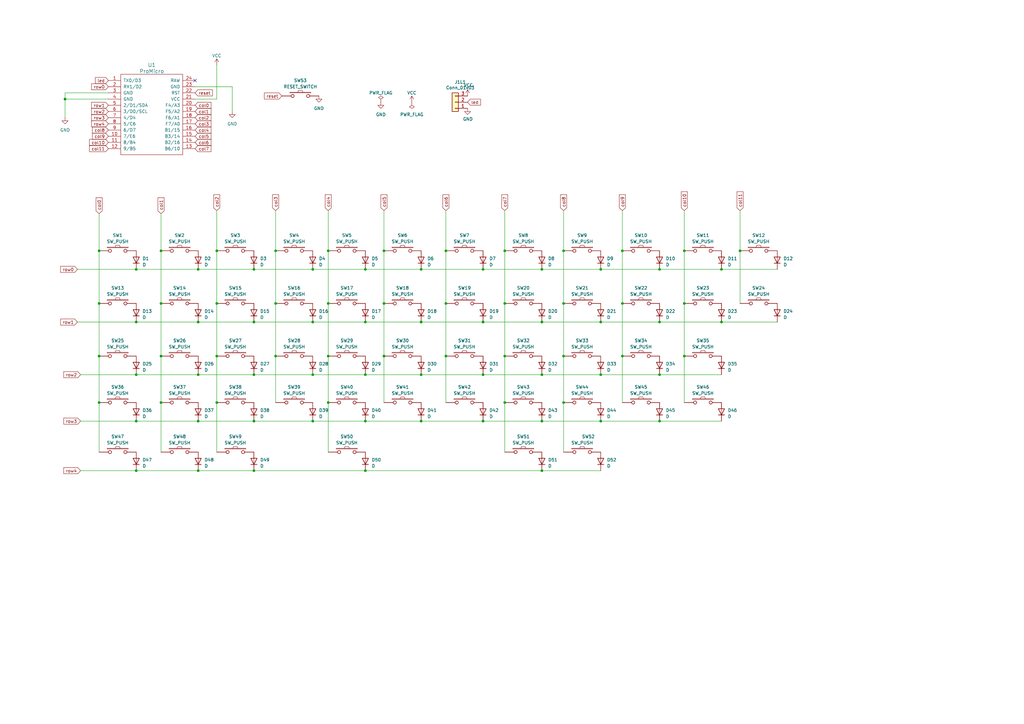
<source format=kicad_sch>
(kicad_sch (version 20230121) (generator eeschema)

  (uuid 24cc8e81-223f-494c-893a-4280477d32e0)

  (paper "A3")

  (lib_symbols
    (symbol "Connector_Generic:Conn_01x03" (pin_names (offset 1.016) hide) (in_bom yes) (on_board yes)
      (property "Reference" "J" (at 0 5.08 0)
        (effects (font (size 1.27 1.27)))
      )
      (property "Value" "Conn_01x03" (at 0 -5.08 0)
        (effects (font (size 1.27 1.27)))
      )
      (property "Footprint" "" (at 0 0 0)
        (effects (font (size 1.27 1.27)) hide)
      )
      (property "Datasheet" "~" (at 0 0 0)
        (effects (font (size 1.27 1.27)) hide)
      )
      (property "ki_keywords" "connector" (at 0 0 0)
        (effects (font (size 1.27 1.27)) hide)
      )
      (property "ki_description" "Generic connector, single row, 01x03, script generated (kicad-library-utils/schlib/autogen/connector/)" (at 0 0 0)
        (effects (font (size 1.27 1.27)) hide)
      )
      (property "ki_fp_filters" "Connector*:*_1x??_*" (at 0 0 0)
        (effects (font (size 1.27 1.27)) hide)
      )
      (symbol "Conn_01x03_1_1"
        (rectangle (start -1.27 -2.413) (end 0 -2.667)
          (stroke (width 0.1524) (type default))
          (fill (type none))
        )
        (rectangle (start -1.27 0.127) (end 0 -0.127)
          (stroke (width 0.1524) (type default))
          (fill (type none))
        )
        (rectangle (start -1.27 2.667) (end 0 2.413)
          (stroke (width 0.1524) (type default))
          (fill (type none))
        )
        (rectangle (start -1.27 3.81) (end 1.27 -3.81)
          (stroke (width 0.254) (type default))
          (fill (type background))
        )
        (pin passive line (at -5.08 2.54 0) (length 3.81)
          (name "Pin_1" (effects (font (size 1.27 1.27))))
          (number "1" (effects (font (size 1.27 1.27))))
        )
        (pin passive line (at -5.08 0 0) (length 3.81)
          (name "Pin_2" (effects (font (size 1.27 1.27))))
          (number "2" (effects (font (size 1.27 1.27))))
        )
        (pin passive line (at -5.08 -2.54 0) (length 3.81)
          (name "Pin_3" (effects (font (size 1.27 1.27))))
          (number "3" (effects (font (size 1.27 1.27))))
        )
      )
    )
    (symbol "Device:D" (pin_numbers hide) (pin_names (offset 1.016) hide) (in_bom yes) (on_board yes)
      (property "Reference" "D" (at 0 2.54 0)
        (effects (font (size 1.27 1.27)))
      )
      (property "Value" "D" (at 0 -2.54 0)
        (effects (font (size 1.27 1.27)))
      )
      (property "Footprint" "" (at 0 0 0)
        (effects (font (size 1.27 1.27)) hide)
      )
      (property "Datasheet" "~" (at 0 0 0)
        (effects (font (size 1.27 1.27)) hide)
      )
      (property "Sim.Device" "D" (at 0 0 0)
        (effects (font (size 1.27 1.27)) hide)
      )
      (property "Sim.Pins" "1=K 2=A" (at 0 0 0)
        (effects (font (size 1.27 1.27)) hide)
      )
      (property "ki_keywords" "diode" (at 0 0 0)
        (effects (font (size 1.27 1.27)) hide)
      )
      (property "ki_description" "Diode" (at 0 0 0)
        (effects (font (size 1.27 1.27)) hide)
      )
      (property "ki_fp_filters" "TO-???* *_Diode_* *SingleDiode* D_*" (at 0 0 0)
        (effects (font (size 1.27 1.27)) hide)
      )
      (symbol "D_0_1"
        (polyline
          (pts
            (xy -1.27 1.27)
            (xy -1.27 -1.27)
          )
          (stroke (width 0.254) (type default))
          (fill (type none))
        )
        (polyline
          (pts
            (xy 1.27 0)
            (xy -1.27 0)
          )
          (stroke (width 0) (type default))
          (fill (type none))
        )
        (polyline
          (pts
            (xy 1.27 1.27)
            (xy 1.27 -1.27)
            (xy -1.27 0)
            (xy 1.27 1.27)
          )
          (stroke (width 0.254) (type default))
          (fill (type none))
        )
      )
      (symbol "D_1_1"
        (pin passive line (at -3.81 0 0) (length 2.54)
          (name "K" (effects (font (size 1.27 1.27))))
          (number "1" (effects (font (size 1.27 1.27))))
        )
        (pin passive line (at 3.81 0 180) (length 2.54)
          (name "A" (effects (font (size 1.27 1.27))))
          (number "2" (effects (font (size 1.27 1.27))))
        )
      )
    )
    (symbol "kbd:ProMicro" (pin_names (offset 1.016)) (in_bom yes) (on_board yes)
      (property "Reference" "U" (at 0 19.05 0)
        (effects (font (size 1.524 1.524)))
      )
      (property "Value" "ProMicro" (at 0 -19.05 0)
        (effects (font (size 1.524 1.524)))
      )
      (property "Footprint" "" (at 2.54 -26.67 0)
        (effects (font (size 1.524 1.524)))
      )
      (property "Datasheet" "" (at 2.54 -26.67 0)
        (effects (font (size 1.524 1.524)))
      )
      (symbol "ProMicro_0_1"
        (rectangle (start -12.7 16.51) (end 12.7 -16.51)
          (stroke (width 0) (type solid))
          (fill (type none))
        )
      )
      (symbol "ProMicro_1_1"
        (pin bidirectional line (at -17.78 13.97 0) (length 5.08)
          (name "TX0/D3" (effects (font (size 1.27 1.27))))
          (number "1" (effects (font (size 1.27 1.27))))
        )
        (pin bidirectional line (at -17.78 -8.89 0) (length 5.08)
          (name "7/E6" (effects (font (size 1.27 1.27))))
          (number "10" (effects (font (size 1.27 1.27))))
        )
        (pin bidirectional line (at -17.78 -11.43 0) (length 5.08)
          (name "8/B4" (effects (font (size 1.27 1.27))))
          (number "11" (effects (font (size 1.27 1.27))))
        )
        (pin bidirectional line (at -17.78 -13.97 0) (length 5.08)
          (name "9/B5" (effects (font (size 1.27 1.27))))
          (number "12" (effects (font (size 1.27 1.27))))
        )
        (pin bidirectional line (at 17.78 -13.97 180) (length 5.08)
          (name "B6/10" (effects (font (size 1.27 1.27))))
          (number "13" (effects (font (size 1.27 1.27))))
        )
        (pin bidirectional line (at 17.78 -11.43 180) (length 5.08)
          (name "B2/16" (effects (font (size 1.27 1.27))))
          (number "14" (effects (font (size 1.27 1.27))))
        )
        (pin bidirectional line (at 17.78 -8.89 180) (length 5.08)
          (name "B3/14" (effects (font (size 1.27 1.27))))
          (number "15" (effects (font (size 1.27 1.27))))
        )
        (pin bidirectional line (at 17.78 -6.35 180) (length 5.08)
          (name "B1/15" (effects (font (size 1.27 1.27))))
          (number "16" (effects (font (size 1.27 1.27))))
        )
        (pin bidirectional line (at 17.78 -3.81 180) (length 5.08)
          (name "F7/A0" (effects (font (size 1.27 1.27))))
          (number "17" (effects (font (size 1.27 1.27))))
        )
        (pin bidirectional line (at 17.78 -1.27 180) (length 5.08)
          (name "F6/A1" (effects (font (size 1.27 1.27))))
          (number "18" (effects (font (size 1.27 1.27))))
        )
        (pin bidirectional line (at 17.78 1.27 180) (length 5.08)
          (name "F5/A2" (effects (font (size 1.27 1.27))))
          (number "19" (effects (font (size 1.27 1.27))))
        )
        (pin bidirectional line (at -17.78 11.43 0) (length 5.08)
          (name "RX1/D2" (effects (font (size 1.27 1.27))))
          (number "2" (effects (font (size 1.27 1.27))))
        )
        (pin bidirectional line (at 17.78 3.81 180) (length 5.08)
          (name "F4/A3" (effects (font (size 1.27 1.27))))
          (number "20" (effects (font (size 1.27 1.27))))
        )
        (pin power_in line (at 17.78 6.35 180) (length 5.08)
          (name "VCC" (effects (font (size 1.27 1.27))))
          (number "21" (effects (font (size 1.27 1.27))))
        )
        (pin input line (at 17.78 8.89 180) (length 5.08)
          (name "RST" (effects (font (size 1.27 1.27))))
          (number "22" (effects (font (size 1.27 1.27))))
        )
        (pin power_in line (at 17.78 11.43 180) (length 5.08)
          (name "GND" (effects (font (size 1.27 1.27))))
          (number "23" (effects (font (size 1.27 1.27))))
        )
        (pin power_out line (at 17.78 13.97 180) (length 5.08)
          (name "RAW" (effects (font (size 1.27 1.27))))
          (number "24" (effects (font (size 1.27 1.27))))
        )
        (pin power_in line (at -17.78 8.89 0) (length 5.08)
          (name "GND" (effects (font (size 1.27 1.27))))
          (number "3" (effects (font (size 1.27 1.27))))
        )
        (pin power_in line (at -17.78 6.35 0) (length 5.08)
          (name "GND" (effects (font (size 1.27 1.27))))
          (number "4" (effects (font (size 1.27 1.27))))
        )
        (pin bidirectional line (at -17.78 3.81 0) (length 5.08)
          (name "2/D1/SDA" (effects (font (size 1.27 1.27))))
          (number "5" (effects (font (size 1.27 1.27))))
        )
        (pin bidirectional line (at -17.78 1.27 0) (length 5.08)
          (name "3/D0/SCL" (effects (font (size 1.27 1.27))))
          (number "6" (effects (font (size 1.27 1.27))))
        )
        (pin bidirectional line (at -17.78 -1.27 0) (length 5.08)
          (name "4/D4" (effects (font (size 1.27 1.27))))
          (number "7" (effects (font (size 1.27 1.27))))
        )
        (pin bidirectional line (at -17.78 -3.81 0) (length 5.08)
          (name "5/C6" (effects (font (size 1.27 1.27))))
          (number "8" (effects (font (size 1.27 1.27))))
        )
        (pin bidirectional line (at -17.78 -6.35 0) (length 5.08)
          (name "6/D7" (effects (font (size 1.27 1.27))))
          (number "9" (effects (font (size 1.27 1.27))))
        )
      )
    )
    (symbol "kbd:SW_PUSH" (pin_numbers hide) (pin_names (offset 1.016) hide) (in_bom yes) (on_board yes)
      (property "Reference" "SW" (at 3.81 2.794 0)
        (effects (font (size 1.27 1.27)))
      )
      (property "Value" "SW_PUSH" (at 0 -2.032 0)
        (effects (font (size 1.27 1.27)))
      )
      (property "Footprint" "" (at 0 0 0)
        (effects (font (size 1.27 1.27)))
      )
      (property "Datasheet" "" (at 0 0 0)
        (effects (font (size 1.27 1.27)))
      )
      (symbol "SW_PUSH_0_1"
        (rectangle (start -4.318 1.27) (end 4.318 1.524)
          (stroke (width 0) (type solid))
          (fill (type none))
        )
        (polyline
          (pts
            (xy -1.016 1.524)
            (xy -0.762 2.286)
            (xy 0.762 2.286)
            (xy 1.016 1.524)
          )
          (stroke (width 0) (type solid))
          (fill (type none))
        )
        (pin passive inverted (at -7.62 0 0) (length 5.08)
          (name "1" (effects (font (size 1.27 1.27))))
          (number "1" (effects (font (size 1.27 1.27))))
        )
        (pin passive inverted (at 7.62 0 180) (length 5.08)
          (name "2" (effects (font (size 1.27 1.27))))
          (number "2" (effects (font (size 1.27 1.27))))
        )
      )
    )
    (symbol "power:GND" (power) (pin_names (offset 0)) (in_bom yes) (on_board yes)
      (property "Reference" "#PWR" (at 0 -6.35 0)
        (effects (font (size 1.27 1.27)) hide)
      )
      (property "Value" "GND" (at 0 -3.81 0)
        (effects (font (size 1.27 1.27)))
      )
      (property "Footprint" "" (at 0 0 0)
        (effects (font (size 1.27 1.27)) hide)
      )
      (property "Datasheet" "" (at 0 0 0)
        (effects (font (size 1.27 1.27)) hide)
      )
      (property "ki_keywords" "global power" (at 0 0 0)
        (effects (font (size 1.27 1.27)) hide)
      )
      (property "ki_description" "Power symbol creates a global label with name \"GND\" , ground" (at 0 0 0)
        (effects (font (size 1.27 1.27)) hide)
      )
      (symbol "GND_0_1"
        (polyline
          (pts
            (xy 0 0)
            (xy 0 -1.27)
            (xy 1.27 -1.27)
            (xy 0 -2.54)
            (xy -1.27 -1.27)
            (xy 0 -1.27)
          )
          (stroke (width 0) (type default))
          (fill (type none))
        )
      )
      (symbol "GND_1_1"
        (pin power_in line (at 0 0 270) (length 0) hide
          (name "GND" (effects (font (size 1.27 1.27))))
          (number "1" (effects (font (size 1.27 1.27))))
        )
      )
    )
    (symbol "power:PWR_FLAG" (power) (pin_numbers hide) (pin_names (offset 0) hide) (in_bom yes) (on_board yes)
      (property "Reference" "#FLG" (at 0 1.905 0)
        (effects (font (size 1.27 1.27)) hide)
      )
      (property "Value" "PWR_FLAG" (at 0 3.81 0)
        (effects (font (size 1.27 1.27)))
      )
      (property "Footprint" "" (at 0 0 0)
        (effects (font (size 1.27 1.27)) hide)
      )
      (property "Datasheet" "~" (at 0 0 0)
        (effects (font (size 1.27 1.27)) hide)
      )
      (property "ki_keywords" "flag power" (at 0 0 0)
        (effects (font (size 1.27 1.27)) hide)
      )
      (property "ki_description" "Special symbol for telling ERC where power comes from" (at 0 0 0)
        (effects (font (size 1.27 1.27)) hide)
      )
      (symbol "PWR_FLAG_0_0"
        (pin power_out line (at 0 0 90) (length 0)
          (name "pwr" (effects (font (size 1.27 1.27))))
          (number "1" (effects (font (size 1.27 1.27))))
        )
      )
      (symbol "PWR_FLAG_0_1"
        (polyline
          (pts
            (xy 0 0)
            (xy 0 1.27)
            (xy -1.016 1.905)
            (xy 0 2.54)
            (xy 1.016 1.905)
            (xy 0 1.27)
          )
          (stroke (width 0) (type default))
          (fill (type none))
        )
      )
    )
    (symbol "power:VCC" (power) (pin_names (offset 0)) (in_bom yes) (on_board yes)
      (property "Reference" "#PWR" (at 0 -3.81 0)
        (effects (font (size 1.27 1.27)) hide)
      )
      (property "Value" "VCC" (at 0 3.81 0)
        (effects (font (size 1.27 1.27)))
      )
      (property "Footprint" "" (at 0 0 0)
        (effects (font (size 1.27 1.27)) hide)
      )
      (property "Datasheet" "" (at 0 0 0)
        (effects (font (size 1.27 1.27)) hide)
      )
      (property "ki_keywords" "global power" (at 0 0 0)
        (effects (font (size 1.27 1.27)) hide)
      )
      (property "ki_description" "Power symbol creates a global label with name \"VCC\"" (at 0 0 0)
        (effects (font (size 1.27 1.27)) hide)
      )
      (symbol "VCC_0_1"
        (polyline
          (pts
            (xy -0.762 1.27)
            (xy 0 2.54)
          )
          (stroke (width 0) (type default))
          (fill (type none))
        )
        (polyline
          (pts
            (xy 0 0)
            (xy 0 2.54)
          )
          (stroke (width 0) (type default))
          (fill (type none))
        )
        (polyline
          (pts
            (xy 0 2.54)
            (xy 0.762 1.27)
          )
          (stroke (width 0) (type default))
          (fill (type none))
        )
      )
      (symbol "VCC_1_1"
        (pin power_in line (at 0 0 90) (length 0) hide
          (name "VCC" (effects (font (size 1.27 1.27))))
          (number "1" (effects (font (size 1.27 1.27))))
        )
      )
    )
  )

  (junction (at 55.88 193.04) (diameter 0) (color 0 0 0 0)
    (uuid 01482a1b-9887-407d-a509-d127b0998015)
  )
  (junction (at 88.9 124.46) (diameter 0) (color 0 0 0 0)
    (uuid 0b3e717a-1c3e-466a-9428-70f93e6cfdf5)
  )
  (junction (at 40.64 124.46) (diameter 0) (color 0 0 0 0)
    (uuid 0dce64b3-e6f5-4c2e-9930-dcd1100955e7)
  )
  (junction (at 128.27 153.67) (diameter 0) (color 0 0 0 0)
    (uuid 0e4a3dcd-95f1-4579-822f-9b5735489637)
  )
  (junction (at 104.14 110.49) (diameter 0) (color 0 0 0 0)
    (uuid 0fa5f49c-38a7-42a3-a9fd-b285e5de424e)
  )
  (junction (at 113.03 102.87) (diameter 0) (color 0 0 0 0)
    (uuid 158a4cd3-57b3-4a16-bdc6-01e706f89e42)
  )
  (junction (at 246.38 153.67) (diameter 0) (color 0 0 0 0)
    (uuid 15f1cd39-2a56-4df4-8d6a-a5496e552b66)
  )
  (junction (at 104.14 172.72) (diameter 0) (color 0 0 0 0)
    (uuid 17ccb883-3072-40e2-9c49-b49272418bc1)
  )
  (junction (at 134.62 165.1) (diameter 0) (color 0 0 0 0)
    (uuid 1aae0813-dda3-4c34-8433-b3b1d7f2d49b)
  )
  (junction (at 207.01 165.1) (diameter 0) (color 0 0 0 0)
    (uuid 1db940ea-a5b9-423b-aa6a-d24a41b5156b)
  )
  (junction (at 198.12 110.49) (diameter 0) (color 0 0 0 0)
    (uuid 1e9c085d-3e67-4202-8ec0-062331450c15)
  )
  (junction (at 149.86 110.49) (diameter 0) (color 0 0 0 0)
    (uuid 1ed6c50a-e4ee-45ab-ad11-656979fa20c4)
  )
  (junction (at 134.62 102.87) (diameter 0) (color 0 0 0 0)
    (uuid 235bcbe7-437a-46b0-b632-099b30403d43)
  )
  (junction (at 270.51 110.49) (diameter 0) (color 0 0 0 0)
    (uuid 2442e33c-8aa7-449b-a70d-a6f6d95b3096)
  )
  (junction (at 222.25 193.04) (diameter 0) (color 0 0 0 0)
    (uuid 260106cc-c806-444f-b598-32af04a8d954)
  )
  (junction (at 231.14 146.05) (diameter 0) (color 0 0 0 0)
    (uuid 2a08875c-abb5-421b-b07b-367db8af29ce)
  )
  (junction (at 26.67 40.64) (diameter 0) (color 0 0 0 0)
    (uuid 2b780ed6-af0e-4204-938e-3005ada3401a)
  )
  (junction (at 255.27 124.46) (diameter 0) (color 0 0 0 0)
    (uuid 2d70262e-b25c-4539-98f8-0a62cfc0e262)
  )
  (junction (at 149.86 193.04) (diameter 0) (color 0 0 0 0)
    (uuid 32908534-0054-430d-83af-337bf4ec8baf)
  )
  (junction (at 88.9 165.1) (diameter 0) (color 0 0 0 0)
    (uuid 33c48db6-e193-4ca4-a90d-97058cafe6ee)
  )
  (junction (at 81.28 172.72) (diameter 0) (color 0 0 0 0)
    (uuid 34478137-e1e9-4dd7-87e5-7cb9f1e8de5c)
  )
  (junction (at 40.64 165.1) (diameter 0) (color 0 0 0 0)
    (uuid 34d5f2bf-c314-4131-9c76-16568fcb506b)
  )
  (junction (at 303.53 102.87) (diameter 0) (color 0 0 0 0)
    (uuid 353d504d-5c7e-46b8-be31-1e875ccf7f22)
  )
  (junction (at 55.88 153.67) (diameter 0) (color 0 0 0 0)
    (uuid 3700edbb-ee76-4a4c-9b1c-21b85795a518)
  )
  (junction (at 134.62 146.05) (diameter 0) (color 0 0 0 0)
    (uuid 3847170f-00db-4517-8f13-48e50a20fd9c)
  )
  (junction (at 172.72 153.67) (diameter 0) (color 0 0 0 0)
    (uuid 3b89af48-8e40-406e-a07d-a525eaaf057d)
  )
  (junction (at 40.64 102.87) (diameter 0) (color 0 0 0 0)
    (uuid 41c436ed-e565-4205-a34e-68a02f4c891e)
  )
  (junction (at 81.28 132.08) (diameter 0) (color 0 0 0 0)
    (uuid 42d779af-70cd-4b3c-a3e9-2c1d35691857)
  )
  (junction (at 270.51 172.72) (diameter 0) (color 0 0 0 0)
    (uuid 42e4f1c4-83fc-44ff-8a4d-7def66541dae)
  )
  (junction (at 113.03 124.46) (diameter 0) (color 0 0 0 0)
    (uuid 4f696cd7-569f-4429-ab93-5c02b46d4513)
  )
  (junction (at 88.9 146.05) (diameter 0) (color 0 0 0 0)
    (uuid 51194239-641e-425d-b3db-615ea0ad7530)
  )
  (junction (at 255.27 146.05) (diameter 0) (color 0 0 0 0)
    (uuid 55ff319f-4dd5-44b0-b4a1-40e3cb7cf00e)
  )
  (junction (at 128.27 132.08) (diameter 0) (color 0 0 0 0)
    (uuid 5a0df008-3a47-4d86-9671-8bd0a7e51786)
  )
  (junction (at 246.38 172.72) (diameter 0) (color 0 0 0 0)
    (uuid 5b6e9e94-7d78-476b-8888-81f9ed44d885)
  )
  (junction (at 172.72 132.08) (diameter 0) (color 0 0 0 0)
    (uuid 5fe0ef95-6dc0-4c1b-ba0b-315707891bb9)
  )
  (junction (at 231.14 165.1) (diameter 0) (color 0 0 0 0)
    (uuid 63734ba8-a792-4ad9-b203-d4e626decd4e)
  )
  (junction (at 255.27 102.87) (diameter 0) (color 0 0 0 0)
    (uuid 6e2c0f29-bb66-4db3-bfbd-2f0cc31f3d3d)
  )
  (junction (at 231.14 102.87) (diameter 0) (color 0 0 0 0)
    (uuid 703c1456-4914-4b79-9a5a-a64448812eb0)
  )
  (junction (at 207.01 102.87) (diameter 0) (color 0 0 0 0)
    (uuid 7093e2fc-feb1-4d96-9644-32f3475cff5a)
  )
  (junction (at 66.04 102.87) (diameter 0) (color 0 0 0 0)
    (uuid 7277df26-554f-41db-b3a0-70b8bb1ca3a1)
  )
  (junction (at 134.62 124.46) (diameter 0) (color 0 0 0 0)
    (uuid 72c06b72-c358-4513-bf7d-ac7f800567d2)
  )
  (junction (at 182.88 146.05) (diameter 0) (color 0 0 0 0)
    (uuid 79a0b037-66ab-4509-bb24-a5a0457800cd)
  )
  (junction (at 222.25 153.67) (diameter 0) (color 0 0 0 0)
    (uuid 7ec23eeb-8158-4c88-b2a0-656098c9cd88)
  )
  (junction (at 55.88 172.72) (diameter 0) (color 0 0 0 0)
    (uuid 80ba9f6c-1022-47ba-bc7e-4a1586e89e23)
  )
  (junction (at 88.9 102.87) (diameter 0) (color 0 0 0 0)
    (uuid 8631b3e0-26f7-4174-b650-e37ea091c7a3)
  )
  (junction (at 128.27 110.49) (diameter 0) (color 0 0 0 0)
    (uuid 87a49bbd-945f-405a-9926-887f754483e0)
  )
  (junction (at 207.01 146.05) (diameter 0) (color 0 0 0 0)
    (uuid 88a5a8e8-e9a4-45d8-b0cc-6a4bd34dfcfd)
  )
  (junction (at 40.64 146.05) (diameter 0) (color 0 0 0 0)
    (uuid 8922d317-ecce-4b10-9925-1c1a483a6ede)
  )
  (junction (at 270.51 132.08) (diameter 0) (color 0 0 0 0)
    (uuid 8ab65ddc-2c09-4cfa-a4de-dbb8726b92ce)
  )
  (junction (at 182.88 102.87) (diameter 0) (color 0 0 0 0)
    (uuid 8d46dbbe-9e4d-4e2f-aedb-5df924c976b8)
  )
  (junction (at 66.04 146.05) (diameter 0) (color 0 0 0 0)
    (uuid 8ddd4a5a-0b16-4e01-99b8-a2550a7a7676)
  )
  (junction (at 55.88 110.49) (diameter 0) (color 0 0 0 0)
    (uuid 8de79555-bcb8-449a-b4e7-0c936fa8bb35)
  )
  (junction (at 270.51 153.67) (diameter 0) (color 0 0 0 0)
    (uuid 8ee4a704-f5b1-40e2-90f2-a3308d221340)
  )
  (junction (at 295.91 132.08) (diameter 0) (color 0 0 0 0)
    (uuid 907b10d9-7610-419b-ab49-6bd13ae59b13)
  )
  (junction (at 81.28 153.67) (diameter 0) (color 0 0 0 0)
    (uuid 992d9d3d-05b0-4d8f-9fd5-bb423268e74a)
  )
  (junction (at 246.38 110.49) (diameter 0) (color 0 0 0 0)
    (uuid 99429ded-e247-4477-accc-0100af0496e4)
  )
  (junction (at 104.14 153.67) (diameter 0) (color 0 0 0 0)
    (uuid 9a30e058-74ab-4865-be94-82658d7dd169)
  )
  (junction (at 207.01 124.46) (diameter 0) (color 0 0 0 0)
    (uuid 9b32370f-c94c-4012-87fb-29e9b5547759)
  )
  (junction (at 66.04 124.46) (diameter 0) (color 0 0 0 0)
    (uuid 9c875763-4b81-4096-bf72-de479f724d4d)
  )
  (junction (at 280.67 124.46) (diameter 0) (color 0 0 0 0)
    (uuid a97f8773-89b6-465e-8a1e-292f481d4bd8)
  )
  (junction (at 198.12 172.72) (diameter 0) (color 0 0 0 0)
    (uuid ab9f7c6c-aa85-453e-bdd2-48e9c5538c77)
  )
  (junction (at 104.14 193.04) (diameter 0) (color 0 0 0 0)
    (uuid ac9043fb-391a-4b29-a014-2749c9667fdb)
  )
  (junction (at 172.72 110.49) (diameter 0) (color 0 0 0 0)
    (uuid ad88c0af-2fa4-4f10-88ec-85506ee6dd02)
  )
  (junction (at 66.04 165.1) (diameter 0) (color 0 0 0 0)
    (uuid ad91e371-da63-4f95-96a7-6d59da9d559d)
  )
  (junction (at 55.88 132.08) (diameter 0) (color 0 0 0 0)
    (uuid b1922e7a-623f-4494-ae04-a57e940fc4ca)
  )
  (junction (at 128.27 172.72) (diameter 0) (color 0 0 0 0)
    (uuid b53413b6-4d97-4d97-8c0a-13ef44657ab4)
  )
  (junction (at 198.12 132.08) (diameter 0) (color 0 0 0 0)
    (uuid b7a2ec0f-5646-44e8-b35b-1b35446ec6e7)
  )
  (junction (at 231.14 124.46) (diameter 0) (color 0 0 0 0)
    (uuid baac78a0-4ad9-4aa1-9d7e-f683fd11c9b4)
  )
  (junction (at 172.72 172.72) (diameter 0) (color 0 0 0 0)
    (uuid bcf0dbe0-8ee0-4c6d-9bfb-e03d9672ec72)
  )
  (junction (at 81.28 193.04) (diameter 0) (color 0 0 0 0)
    (uuid c72acd25-012e-461b-87bf-2d3ab34f4d28)
  )
  (junction (at 222.25 110.49) (diameter 0) (color 0 0 0 0)
    (uuid cf78f649-2579-4424-931c-204e493facde)
  )
  (junction (at 246.38 132.08) (diameter 0) (color 0 0 0 0)
    (uuid d219530f-9817-4be9-9cb6-3bf376dcc627)
  )
  (junction (at 157.48 146.05) (diameter 0) (color 0 0 0 0)
    (uuid d2b78e6c-28e5-48cd-a388-a4908cc6fa50)
  )
  (junction (at 157.48 124.46) (diameter 0) (color 0 0 0 0)
    (uuid d3c2a5a9-659e-44ce-9168-188d0429a0ee)
  )
  (junction (at 222.25 132.08) (diameter 0) (color 0 0 0 0)
    (uuid d694f42d-c8ce-41a4-b265-38c83f7b7438)
  )
  (junction (at 198.12 153.67) (diameter 0) (color 0 0 0 0)
    (uuid dc81bf08-f729-48b0-9af9-da5fd554f361)
  )
  (junction (at 149.86 132.08) (diameter 0) (color 0 0 0 0)
    (uuid e59b21e9-cd13-4b52-9c07-f983dbf8f03a)
  )
  (junction (at 280.67 146.05) (diameter 0) (color 0 0 0 0)
    (uuid e61c769a-712c-4f09-a522-78fbc6c7948c)
  )
  (junction (at 182.88 124.46) (diameter 0) (color 0 0 0 0)
    (uuid e69d4a1e-d0ac-4c4e-a289-43bb9bd3ed3c)
  )
  (junction (at 157.48 102.87) (diameter 0) (color 0 0 0 0)
    (uuid e9d36c06-7193-42f2-96e2-07de195c0179)
  )
  (junction (at 113.03 146.05) (diameter 0) (color 0 0 0 0)
    (uuid ee30530a-c997-45c7-9962-4af2242402d7)
  )
  (junction (at 81.28 110.49) (diameter 0) (color 0 0 0 0)
    (uuid eed40f6f-0830-4a4e-a194-dc2de3eee190)
  )
  (junction (at 149.86 153.67) (diameter 0) (color 0 0 0 0)
    (uuid f3e4f89a-fcb3-4b7f-a5b0-1a4a6163aa06)
  )
  (junction (at 280.67 102.87) (diameter 0) (color 0 0 0 0)
    (uuid f5a3ad5a-4865-4d7c-9b58-6bce13327876)
  )
  (junction (at 149.86 172.72) (diameter 0) (color 0 0 0 0)
    (uuid fa141f71-0f31-48b1-b34d-104c2476a18f)
  )
  (junction (at 295.91 110.49) (diameter 0) (color 0 0 0 0)
    (uuid fba5e166-95f4-4a0f-a1c3-c6088dfaf964)
  )
  (junction (at 104.14 132.08) (diameter 0) (color 0 0 0 0)
    (uuid fc05ad9d-3808-49d4-8d3c-48c7c4ba5d08)
  )
  (junction (at 222.25 172.72) (diameter 0) (color 0 0 0 0)
    (uuid fd9723d0-ec88-43ab-a3ea-0f4a51b6f0a7)
  )

  (no_connect (at 80.01 33.02) (uuid b30f2658-2eff-4501-bb4f-bec7ce70c78c))

  (wire (pts (xy 246.38 172.72) (xy 270.51 172.72))
    (stroke (width 0) (type default))
    (uuid 0a541dfb-a5f8-4775-95a3-696df52812ff)
  )
  (wire (pts (xy 207.01 146.05) (xy 207.01 165.1))
    (stroke (width 0) (type default))
    (uuid 0bd7aeec-ed9b-4c31-868c-f9e3dddfbfae)
  )
  (wire (pts (xy 172.72 132.08) (xy 198.12 132.08))
    (stroke (width 0) (type default))
    (uuid 0d6ad639-f251-4060-8ac2-818b145646f6)
  )
  (wire (pts (xy 80.01 40.64) (xy 88.9 40.64))
    (stroke (width 0) (type default))
    (uuid 0e2d0dbf-3b1d-45cc-87ab-29abf61265c9)
  )
  (wire (pts (xy 113.03 124.46) (xy 113.03 146.05))
    (stroke (width 0) (type default))
    (uuid 0f04c669-f783-4e00-9960-b33f980a2e2c)
  )
  (wire (pts (xy 222.25 132.08) (xy 246.38 132.08))
    (stroke (width 0) (type default))
    (uuid 12e64342-2b75-417e-9257-3d797e4c01bc)
  )
  (wire (pts (xy 40.64 102.87) (xy 40.64 124.46))
    (stroke (width 0) (type default))
    (uuid 1623174a-ee50-4c51-9653-95ebcbb589d0)
  )
  (wire (pts (xy 270.51 132.08) (xy 295.91 132.08))
    (stroke (width 0) (type default))
    (uuid 17b2a33e-faf7-44b9-936c-359bcfaa4ef5)
  )
  (wire (pts (xy 128.27 132.08) (xy 149.86 132.08))
    (stroke (width 0) (type default))
    (uuid 18ca7998-5f04-4f05-85f0-0261a9a28eb9)
  )
  (wire (pts (xy 198.12 132.08) (xy 222.25 132.08))
    (stroke (width 0) (type default))
    (uuid 1d3db3d4-2955-4f96-82c8-c06cb477be24)
  )
  (wire (pts (xy 295.91 132.08) (xy 318.77 132.08))
    (stroke (width 0) (type default))
    (uuid 20a72130-0e1a-4570-ad03-e25fac5ad09f)
  )
  (wire (pts (xy 207.01 124.46) (xy 207.01 146.05))
    (stroke (width 0) (type default))
    (uuid 273662f2-99d6-4a24-85fe-28e43f460522)
  )
  (wire (pts (xy 303.53 102.87) (xy 303.53 124.46))
    (stroke (width 0) (type default))
    (uuid 27dd27b4-5fe3-4ce1-a660-864ff19e10b3)
  )
  (wire (pts (xy 198.12 153.67) (xy 222.25 153.67))
    (stroke (width 0) (type default))
    (uuid 2cca628a-49b3-4ee4-85c4-5e36658917c1)
  )
  (wire (pts (xy 33.02 172.72) (xy 55.88 172.72))
    (stroke (width 0) (type default))
    (uuid 30017c74-fb54-4305-b3bd-d795c76841c4)
  )
  (wire (pts (xy 295.91 110.49) (xy 318.77 110.49))
    (stroke (width 0) (type default))
    (uuid 35421e3c-f807-4377-8c89-e43993ff4a58)
  )
  (wire (pts (xy 55.88 153.67) (xy 81.28 153.67))
    (stroke (width 0) (type default))
    (uuid 35a135dc-54a8-4988-932b-3111cadcb59b)
  )
  (wire (pts (xy 231.14 102.87) (xy 231.14 124.46))
    (stroke (width 0) (type default))
    (uuid 36bb6518-a4dc-4261-b2d7-7680d9f80e4a)
  )
  (wire (pts (xy 172.72 172.72) (xy 198.12 172.72))
    (stroke (width 0) (type default))
    (uuid 36c61d3e-7a71-486d-b879-97198d344b88)
  )
  (wire (pts (xy 280.67 146.05) (xy 280.67 165.1))
    (stroke (width 0) (type default))
    (uuid 3f1c06a2-353d-49e1-8265-e83c2d1f075a)
  )
  (wire (pts (xy 134.62 124.46) (xy 134.62 146.05))
    (stroke (width 0) (type default))
    (uuid 4434b8d7-39a1-4087-9a47-4eee10e0c2ae)
  )
  (wire (pts (xy 33.02 193.04) (xy 55.88 193.04))
    (stroke (width 0) (type default))
    (uuid 45f40ef3-b9fc-4bc4-8e5a-fe0aec18b780)
  )
  (wire (pts (xy 81.28 172.72) (xy 104.14 172.72))
    (stroke (width 0) (type default))
    (uuid 46906e54-5e0d-49ca-bb1d-8ee11f76ae8b)
  )
  (wire (pts (xy 222.25 193.04) (xy 246.38 193.04))
    (stroke (width 0) (type default))
    (uuid 47f0745f-45af-43ba-8dca-6071c8f5ad79)
  )
  (wire (pts (xy 113.03 146.05) (xy 113.03 165.1))
    (stroke (width 0) (type default))
    (uuid 4942d549-d98a-46f6-904e-da69508b6e12)
  )
  (wire (pts (xy 255.27 146.05) (xy 255.27 165.1))
    (stroke (width 0) (type default))
    (uuid 49b13483-d4ea-4f0c-96e4-581ccdb74109)
  )
  (wire (pts (xy 55.88 132.08) (xy 81.28 132.08))
    (stroke (width 0) (type default))
    (uuid 4c0f6301-2dea-4d0f-bd8a-d10914f9f2ef)
  )
  (wire (pts (xy 128.27 110.49) (xy 149.86 110.49))
    (stroke (width 0) (type default))
    (uuid 4c36f01a-0170-4435-8574-196b54e1321d)
  )
  (wire (pts (xy 113.03 86.36) (xy 113.03 102.87))
    (stroke (width 0) (type default))
    (uuid 4d49000e-44b0-4cdc-832e-dc330a7b559b)
  )
  (wire (pts (xy 55.88 172.72) (xy 81.28 172.72))
    (stroke (width 0) (type default))
    (uuid 4f80a9b8-7334-4394-9257-c5fb25900260)
  )
  (wire (pts (xy 66.04 87.63) (xy 66.04 102.87))
    (stroke (width 0) (type default))
    (uuid 4fef6923-5e63-4aca-b91c-442db6370ae2)
  )
  (wire (pts (xy 270.51 110.49) (xy 295.91 110.49))
    (stroke (width 0) (type default))
    (uuid 4ff43236-229a-4222-821f-13feae18d3fb)
  )
  (wire (pts (xy 149.86 153.67) (xy 172.72 153.67))
    (stroke (width 0) (type default))
    (uuid 523ff042-18c0-484c-91f5-fb06747c9d98)
  )
  (wire (pts (xy 26.67 40.64) (xy 44.45 40.64))
    (stroke (width 0) (type default))
    (uuid 54b8df23-e3d2-4512-9344-826d53687db3)
  )
  (wire (pts (xy 255.27 124.46) (xy 255.27 146.05))
    (stroke (width 0) (type default))
    (uuid 54d23f99-6324-4607-99cc-1c8f1a1c3c65)
  )
  (wire (pts (xy 246.38 110.49) (xy 270.51 110.49))
    (stroke (width 0) (type default))
    (uuid 5692d896-5d43-4cad-80b5-4eb43be82817)
  )
  (wire (pts (xy 255.27 86.36) (xy 255.27 102.87))
    (stroke (width 0) (type default))
    (uuid 581486f6-5df4-464f-9276-2c49776b63dd)
  )
  (wire (pts (xy 66.04 165.1) (xy 66.04 185.42))
    (stroke (width 0) (type default))
    (uuid 592f387d-f51b-4071-aa89-7268c47b3114)
  )
  (wire (pts (xy 182.88 102.87) (xy 182.88 124.46))
    (stroke (width 0) (type default))
    (uuid 5bf71572-2494-43f3-bef6-182a78d65916)
  )
  (wire (pts (xy 88.9 124.46) (xy 88.9 146.05))
    (stroke (width 0) (type default))
    (uuid 5e654f8b-ff26-4de4-bcab-7b2fc6c86b52)
  )
  (wire (pts (xy 149.86 132.08) (xy 172.72 132.08))
    (stroke (width 0) (type default))
    (uuid 6278dda3-6307-4b2a-98ad-37d39f8c2cfd)
  )
  (wire (pts (xy 95.25 35.56) (xy 95.25 45.72))
    (stroke (width 0) (type default))
    (uuid 6460e3bd-352e-4ffc-b2d9-d991c021fcb3)
  )
  (wire (pts (xy 222.25 110.49) (xy 246.38 110.49))
    (stroke (width 0) (type default))
    (uuid 64927a5e-1d12-469b-9f43-0f34978f2649)
  )
  (wire (pts (xy 255.27 102.87) (xy 255.27 124.46))
    (stroke (width 0) (type default))
    (uuid 64cff74b-5579-47f3-a352-d6bb11627ec9)
  )
  (wire (pts (xy 26.67 38.1) (xy 44.45 38.1))
    (stroke (width 0) (type default))
    (uuid 650dd1d1-5581-4080-a107-beba88d475cb)
  )
  (wire (pts (xy 66.04 102.87) (xy 66.04 124.46))
    (stroke (width 0) (type default))
    (uuid 6790d3ac-153e-4edf-8fd4-e8e8fa6537fc)
  )
  (wire (pts (xy 207.01 86.36) (xy 207.01 102.87))
    (stroke (width 0) (type default))
    (uuid 69775b20-4e38-49f8-a4d8-1257d5461e84)
  )
  (wire (pts (xy 104.14 153.67) (xy 128.27 153.67))
    (stroke (width 0) (type default))
    (uuid 6dc785e4-de03-4711-b87d-69d5bb21db23)
  )
  (wire (pts (xy 113.03 102.87) (xy 113.03 124.46))
    (stroke (width 0) (type default))
    (uuid 6ef8d65d-c9ee-48cb-b19b-c0ac6f402cf0)
  )
  (wire (pts (xy 157.48 102.87) (xy 157.48 124.46))
    (stroke (width 0) (type default))
    (uuid 70d2c0d4-23c6-496c-a869-5e45cc2f7055)
  )
  (wire (pts (xy 88.9 86.36) (xy 88.9 102.87))
    (stroke (width 0) (type default))
    (uuid 72171768-dbc6-4e14-9fc6-88b4cde3699e)
  )
  (wire (pts (xy 270.51 172.72) (xy 295.91 172.72))
    (stroke (width 0) (type default))
    (uuid 722e4f54-d442-44f7-90f6-6aed84531abc)
  )
  (wire (pts (xy 40.64 146.05) (xy 40.64 165.1))
    (stroke (width 0) (type default))
    (uuid 724ccd76-b531-49e0-850e-77040caf2c88)
  )
  (wire (pts (xy 104.14 110.49) (xy 128.27 110.49))
    (stroke (width 0) (type default))
    (uuid 737d0d5e-e274-4964-a0a1-8543aea9b6c6)
  )
  (wire (pts (xy 198.12 172.72) (xy 222.25 172.72))
    (stroke (width 0) (type default))
    (uuid 74fd9302-6f29-41c5-9487-96ead047a060)
  )
  (wire (pts (xy 246.38 153.67) (xy 270.51 153.67))
    (stroke (width 0) (type default))
    (uuid 77591ee0-d8b1-46ea-8fb0-6d568e2f51c8)
  )
  (wire (pts (xy 26.67 40.64) (xy 26.67 48.26))
    (stroke (width 0) (type default))
    (uuid 77d59112-b566-4fc3-b260-8e222237c4e0)
  )
  (wire (pts (xy 149.86 193.04) (xy 222.25 193.04))
    (stroke (width 0) (type default))
    (uuid 7887bc73-0bcd-4e9b-905f-fd2416d156a4)
  )
  (wire (pts (xy 303.53 86.36) (xy 303.53 102.87))
    (stroke (width 0) (type default))
    (uuid 7f18b328-1f11-486e-b7c4-a43cb98f270e)
  )
  (wire (pts (xy 182.88 124.46) (xy 182.88 146.05))
    (stroke (width 0) (type default))
    (uuid 83b03030-6ce5-42bf-b915-6d2a4234ce00)
  )
  (wire (pts (xy 128.27 153.67) (xy 149.86 153.67))
    (stroke (width 0) (type default))
    (uuid 8501396c-b8bb-474e-9df4-637c0ba242bf)
  )
  (wire (pts (xy 40.64 87.63) (xy 40.64 102.87))
    (stroke (width 0) (type default))
    (uuid 8a076bf3-98db-4b80-92cf-2a063a57af72)
  )
  (wire (pts (xy 149.86 110.49) (xy 172.72 110.49))
    (stroke (width 0) (type default))
    (uuid 8b97ebee-3fba-4ae3-8d75-1b7c5c86feea)
  )
  (wire (pts (xy 280.67 124.46) (xy 280.67 146.05))
    (stroke (width 0) (type default))
    (uuid 8e9b10c6-7a02-4e64-bf3e-60feebe4713e)
  )
  (wire (pts (xy 172.72 153.67) (xy 198.12 153.67))
    (stroke (width 0) (type default))
    (uuid 93451626-0058-4a7c-9d2c-5d03ebf2507c)
  )
  (wire (pts (xy 88.9 146.05) (xy 88.9 165.1))
    (stroke (width 0) (type default))
    (uuid 94445338-9002-48f5-9fd7-99b5a5f126cf)
  )
  (wire (pts (xy 157.48 86.36) (xy 157.48 102.87))
    (stroke (width 0) (type default))
    (uuid 94d8ebc0-dbdc-4b74-b3f6-456286f007a9)
  )
  (wire (pts (xy 81.28 110.49) (xy 104.14 110.49))
    (stroke (width 0) (type default))
    (uuid 94e514a5-7083-4e16-bb0b-9ba334a1fb3b)
  )
  (wire (pts (xy 66.04 146.05) (xy 66.04 165.1))
    (stroke (width 0) (type default))
    (uuid 95206d84-3031-4ec6-81c3-b173ee1a9acd)
  )
  (wire (pts (xy 231.14 86.36) (xy 231.14 102.87))
    (stroke (width 0) (type default))
    (uuid 954339f7-0de2-4fb8-a6d6-fccfebe23360)
  )
  (wire (pts (xy 157.48 124.46) (xy 157.48 146.05))
    (stroke (width 0) (type default))
    (uuid 95a4b8ec-3eed-4c47-9b92-f9337bb6dbbc)
  )
  (wire (pts (xy 26.67 38.1) (xy 26.67 40.64))
    (stroke (width 0) (type default))
    (uuid 96fab8bb-150f-4a9b-acb1-674875c06414)
  )
  (wire (pts (xy 81.28 193.04) (xy 104.14 193.04))
    (stroke (width 0) (type default))
    (uuid 97619f28-6833-4730-9e3a-e30abb3a33f6)
  )
  (wire (pts (xy 128.27 172.72) (xy 149.86 172.72))
    (stroke (width 0) (type default))
    (uuid 97cd3d8d-c732-46b4-96de-4ce579e43c2e)
  )
  (wire (pts (xy 55.88 193.04) (xy 81.28 193.04))
    (stroke (width 0) (type default))
    (uuid 996235dd-f06e-4712-a88c-f6e1bb273a3e)
  )
  (wire (pts (xy 33.02 153.67) (xy 55.88 153.67))
    (stroke (width 0) (type default))
    (uuid 9ab32212-017c-432e-a1fa-0a6d397bab65)
  )
  (wire (pts (xy 157.48 146.05) (xy 157.48 165.1))
    (stroke (width 0) (type default))
    (uuid 9c3d79e4-268f-4383-8265-deff0091b6cd)
  )
  (wire (pts (xy 222.25 172.72) (xy 246.38 172.72))
    (stroke (width 0) (type default))
    (uuid 9db4d25f-4ed2-4af7-9e22-13ffb7d480ea)
  )
  (wire (pts (xy 149.86 172.72) (xy 172.72 172.72))
    (stroke (width 0) (type default))
    (uuid 9ddbc3b0-b05e-4ac9-aa92-ef1e2dcc63c4)
  )
  (wire (pts (xy 246.38 132.08) (xy 270.51 132.08))
    (stroke (width 0) (type default))
    (uuid 9e9144c6-0fa0-49e4-a06d-de35a5ef4f9c)
  )
  (wire (pts (xy 66.04 124.46) (xy 66.04 146.05))
    (stroke (width 0) (type default))
    (uuid 9fcf1735-11e2-4845-bd74-f3d8e4a64eb3)
  )
  (wire (pts (xy 31.75 132.08) (xy 55.88 132.08))
    (stroke (width 0) (type default))
    (uuid a421ec7a-3da5-4c87-87ec-dcf8e7327652)
  )
  (wire (pts (xy 280.67 102.87) (xy 280.67 124.46))
    (stroke (width 0) (type default))
    (uuid a67e8a14-a07c-4a66-91fa-48f6ee850ae1)
  )
  (wire (pts (xy 182.88 86.36) (xy 182.88 102.87))
    (stroke (width 0) (type default))
    (uuid a76efba7-d08d-425c-85e8-f84bc296ab70)
  )
  (wire (pts (xy 55.88 110.49) (xy 81.28 110.49))
    (stroke (width 0) (type default))
    (uuid a77a0e0f-61ee-4152-ae79-0543e6aa560a)
  )
  (wire (pts (xy 231.14 124.46) (xy 231.14 146.05))
    (stroke (width 0) (type default))
    (uuid ac957a56-5732-4e02-9c6f-845a408bcb42)
  )
  (wire (pts (xy 104.14 132.08) (xy 128.27 132.08))
    (stroke (width 0) (type default))
    (uuid ad495903-6931-412e-8481-11461b37f963)
  )
  (wire (pts (xy 207.01 102.87) (xy 207.01 124.46))
    (stroke (width 0) (type default))
    (uuid ad837c25-7b43-42aa-b85e-9223b31c18df)
  )
  (wire (pts (xy 134.62 146.05) (xy 134.62 165.1))
    (stroke (width 0) (type default))
    (uuid af08ed01-ce57-454a-b6a1-542ab176f7bf)
  )
  (wire (pts (xy 40.64 124.46) (xy 40.64 146.05))
    (stroke (width 0) (type default))
    (uuid b2a6aa3a-06cf-4c5f-aa48-67e52491dc21)
  )
  (wire (pts (xy 134.62 165.1) (xy 134.62 185.42))
    (stroke (width 0) (type default))
    (uuid b43b0964-4abf-4109-816e-1acaa39214a4)
  )
  (wire (pts (xy 134.62 86.36) (xy 134.62 102.87))
    (stroke (width 0) (type default))
    (uuid b5209c76-306a-438f-b8c1-0b665f637aa9)
  )
  (wire (pts (xy 40.64 165.1) (xy 40.64 185.42))
    (stroke (width 0) (type default))
    (uuid b8aac79a-1615-4eed-97b3-fc70df51a3a3)
  )
  (wire (pts (xy 134.62 102.87) (xy 134.62 124.46))
    (stroke (width 0) (type default))
    (uuid ba7020e1-b954-4762-86f2-c8a18c16055e)
  )
  (wire (pts (xy 88.9 165.1) (xy 88.9 185.42))
    (stroke (width 0) (type default))
    (uuid bac43ab1-0456-4b83-9af2-07330b54b627)
  )
  (wire (pts (xy 231.14 146.05) (xy 231.14 165.1))
    (stroke (width 0) (type default))
    (uuid c2a4ffa8-ce6d-4217-a5af-6e2d09d79d33)
  )
  (wire (pts (xy 222.25 153.67) (xy 246.38 153.67))
    (stroke (width 0) (type default))
    (uuid cddb920f-22ad-493e-8a58-97c8f9175794)
  )
  (wire (pts (xy 104.14 193.04) (xy 149.86 193.04))
    (stroke (width 0) (type default))
    (uuid d0057c78-0631-4588-b90f-2adadddb49d8)
  )
  (wire (pts (xy 81.28 132.08) (xy 104.14 132.08))
    (stroke (width 0) (type default))
    (uuid d076a21f-4b02-4dcb-b7ac-809babc605f9)
  )
  (wire (pts (xy 31.75 110.49) (xy 55.88 110.49))
    (stroke (width 0) (type default))
    (uuid d3013d58-bb22-4b8a-8fb4-4331e455316e)
  )
  (wire (pts (xy 81.28 153.67) (xy 104.14 153.67))
    (stroke (width 0) (type default))
    (uuid d89f95b8-af62-4528-a187-b4d2717a6575)
  )
  (wire (pts (xy 88.9 102.87) (xy 88.9 124.46))
    (stroke (width 0) (type default))
    (uuid da472ec8-94ec-4d94-819c-dd539e4ad03e)
  )
  (wire (pts (xy 231.14 165.1) (xy 231.14 185.42))
    (stroke (width 0) (type default))
    (uuid da4e24c7-f18a-4a48-8d5d-b02cd55a8eb2)
  )
  (wire (pts (xy 104.14 172.72) (xy 128.27 172.72))
    (stroke (width 0) (type default))
    (uuid e3fe722d-2469-4b29-b38e-d7842e09c79b)
  )
  (wire (pts (xy 80.01 35.56) (xy 95.25 35.56))
    (stroke (width 0) (type default))
    (uuid e88841c4-a4b1-48a6-b470-48d5a8ab2d95)
  )
  (wire (pts (xy 198.12 110.49) (xy 222.25 110.49))
    (stroke (width 0) (type default))
    (uuid eb44e453-44b5-4967-8144-35150eb0383c)
  )
  (wire (pts (xy 207.01 165.1) (xy 207.01 185.42))
    (stroke (width 0) (type default))
    (uuid ee4010ee-4b8c-4aff-85c5-1b1a6b451361)
  )
  (wire (pts (xy 88.9 26.67) (xy 88.9 40.64))
    (stroke (width 0) (type default))
    (uuid ef6ca469-fe15-42f7-8a2f-4d4991c7f11c)
  )
  (wire (pts (xy 182.88 146.05) (xy 182.88 165.1))
    (stroke (width 0) (type default))
    (uuid f57d3003-300b-49c3-a5f7-d116b3495064)
  )
  (wire (pts (xy 280.67 86.36) (xy 280.67 102.87))
    (stroke (width 0) (type default))
    (uuid fa04ef0f-3751-400e-a345-0519a6e2f8c4)
  )
  (wire (pts (xy 270.51 153.67) (xy 295.91 153.67))
    (stroke (width 0) (type default))
    (uuid fcd5a68f-dda4-46df-9a6e-d298625dbf2c)
  )
  (wire (pts (xy 172.72 110.49) (xy 198.12 110.49))
    (stroke (width 0) (type default))
    (uuid fd249f9d-32cb-42a1-be0d-7190d3cfb583)
  )

  (global_label "col10" (shape input) (at 44.45 58.42 180) (fields_autoplaced)
    (effects (font (size 1.27 1.27)) (justify right))
    (uuid 01eacdfd-a99b-4931-bc80-a94185b66eab)
    (property "Intersheetrefs" "${INTERSHEET_REFS}" (at 36.2224 58.42 0)
      (effects (font (size 1.27 1.27)) (justify right) hide)
    )
  )
  (global_label "row4" (shape input) (at 33.02 193.04 180) (fields_autoplaced)
    (effects (font (size 1.27 1.27)) (justify right))
    (uuid 0741b68f-9dcb-40ec-96b3-825e37162ee5)
    (property "Intersheetrefs" "${INTERSHEET_REFS}" (at 25.639 193.04 0)
      (effects (font (size 1.27 1.27)) (justify right) hide)
    )
  )
  (global_label "col2" (shape input) (at 80.01 48.26 0) (fields_autoplaced)
    (effects (font (size 1.27 1.27)) (justify left))
    (uuid 261206b1-4955-4a7f-bde8-de9a186ed788)
    (property "Intersheetrefs" "${INTERSHEET_REFS}" (at 87.0281 48.26 0)
      (effects (font (size 1.27 1.27)) (justify left) hide)
    )
  )
  (global_label "col9" (shape input) (at 44.45 55.88 180) (fields_autoplaced)
    (effects (font (size 1.27 1.27)) (justify right))
    (uuid 28af6ce8-2844-495e-8549-29af44b999c2)
    (property "Intersheetrefs" "${INTERSHEET_REFS}" (at 37.4319 55.88 0)
      (effects (font (size 1.27 1.27)) (justify right) hide)
    )
  )
  (global_label "row4" (shape input) (at 44.45 50.8 180) (fields_autoplaced)
    (effects (font (size 1.27 1.27)) (justify right))
    (uuid 29a080bb-6a74-469e-bab8-043bccbf68cc)
    (property "Intersheetrefs" "${INTERSHEET_REFS}" (at 37.069 50.8 0)
      (effects (font (size 1.27 1.27)) (justify right) hide)
    )
  )
  (global_label "col5" (shape input) (at 80.01 55.88 0) (fields_autoplaced)
    (effects (font (size 1.27 1.27)) (justify left))
    (uuid 2bf07a92-a653-4fc9-a11a-260e827368d6)
    (property "Intersheetrefs" "${INTERSHEET_REFS}" (at 87.0281 55.88 0)
      (effects (font (size 1.27 1.27)) (justify left) hide)
    )
  )
  (global_label "led" (shape input) (at 44.45 33.02 180) (fields_autoplaced)
    (effects (font (size 1.27 1.27)) (justify right))
    (uuid 2ea4ff4d-71fb-4191-aa8e-006ae7acb2cb)
    (property "Intersheetrefs" "${INTERSHEET_REFS}" (at 38.6414 33.02 0)
      (effects (font (size 1.27 1.27)) (justify right) hide)
    )
  )
  (global_label "row1" (shape input) (at 44.45 43.18 180) (fields_autoplaced)
    (effects (font (size 1.27 1.27)) (justify right))
    (uuid 338c64ba-42af-4a4b-ae3e-2d00ce4dadba)
    (property "Intersheetrefs" "${INTERSHEET_REFS}" (at 37.069 43.18 0)
      (effects (font (size 1.27 1.27)) (justify right) hide)
    )
  )
  (global_label "col9" (shape input) (at 255.27 86.36 90) (fields_autoplaced)
    (effects (font (size 1.27 1.27)) (justify left))
    (uuid 37cb75e4-5bd2-40a3-a05f-09f199069573)
    (property "Intersheetrefs" "${INTERSHEET_REFS}" (at 255.27 79.3419 90)
      (effects (font (size 1.27 1.27)) (justify left) hide)
    )
  )
  (global_label "row2" (shape input) (at 33.02 153.67 180) (fields_autoplaced)
    (effects (font (size 1.27 1.27)) (justify right))
    (uuid 49acba00-9263-48ca-995b-dbd48666a60d)
    (property "Intersheetrefs" "${INTERSHEET_REFS}" (at 25.639 153.67 0)
      (effects (font (size 1.27 1.27)) (justify right) hide)
    )
  )
  (global_label "col0" (shape input) (at 40.64 87.63 90) (fields_autoplaced)
    (effects (font (size 1.27 1.27)) (justify left))
    (uuid 52fcba6d-6051-4fb1-9c50-192d22a125c3)
    (property "Intersheetrefs" "${INTERSHEET_REFS}" (at 40.64 80.6119 90)
      (effects (font (size 1.27 1.27)) (justify left) hide)
    )
  )
  (global_label "col11" (shape input) (at 44.45 60.96 180) (fields_autoplaced)
    (effects (font (size 1.27 1.27)) (justify right))
    (uuid 548881c9-1455-4b6d-a4a1-f539e02881d3)
    (property "Intersheetrefs" "${INTERSHEET_REFS}" (at 36.2224 60.96 0)
      (effects (font (size 1.27 1.27)) (justify right) hide)
    )
  )
  (global_label "row0" (shape input) (at 44.45 35.56 180) (fields_autoplaced)
    (effects (font (size 1.27 1.27)) (justify right))
    (uuid 56c99794-3740-4aa1-abfd-a242aca7bbbb)
    (property "Intersheetrefs" "${INTERSHEET_REFS}" (at 37.069 35.56 0)
      (effects (font (size 1.27 1.27)) (justify right) hide)
    )
  )
  (global_label "row3" (shape input) (at 44.45 48.26 180) (fields_autoplaced)
    (effects (font (size 1.27 1.27)) (justify right))
    (uuid 74d5385a-df06-440b-a504-f5b22f4fcbcc)
    (property "Intersheetrefs" "${INTERSHEET_REFS}" (at 37.069 48.26 0)
      (effects (font (size 1.27 1.27)) (justify right) hide)
    )
  )
  (global_label "col3" (shape input) (at 113.03 86.36 90) (fields_autoplaced)
    (effects (font (size 1.27 1.27)) (justify left))
    (uuid 781224fa-8328-43bd-ad22-d26aec0277e7)
    (property "Intersheetrefs" "${INTERSHEET_REFS}" (at 113.03 79.3419 90)
      (effects (font (size 1.27 1.27)) (justify left) hide)
    )
  )
  (global_label "row2" (shape input) (at 44.45 45.72 180) (fields_autoplaced)
    (effects (font (size 1.27 1.27)) (justify right))
    (uuid 797164f9-6b06-4bce-ae41-4f751a6f50e7)
    (property "Intersheetrefs" "${INTERSHEET_REFS}" (at 37.069 45.72 0)
      (effects (font (size 1.27 1.27)) (justify right) hide)
    )
  )
  (global_label "led" (shape input) (at 191.77 41.91 0) (fields_autoplaced)
    (effects (font (size 1.27 1.27)) (justify left))
    (uuid 7c0ccfc3-2ae2-41b4-b97f-127761567b20)
    (property "Intersheetrefs" "${INTERSHEET_REFS}" (at 197.5786 41.91 0)
      (effects (font (size 1.27 1.27)) (justify left) hide)
    )
  )
  (global_label "col11" (shape input) (at 303.53 86.36 90) (fields_autoplaced)
    (effects (font (size 1.27 1.27)) (justify left))
    (uuid 86120d1c-e0a3-4a0e-afbd-16bdfd921499)
    (property "Intersheetrefs" "${INTERSHEET_REFS}" (at 303.53 78.1324 90)
      (effects (font (size 1.27 1.27)) (justify left) hide)
    )
  )
  (global_label "col7" (shape input) (at 207.01 86.36 90) (fields_autoplaced)
    (effects (font (size 1.27 1.27)) (justify left))
    (uuid 88d5816f-2795-4390-8589-10bd8914189c)
    (property "Intersheetrefs" "${INTERSHEET_REFS}" (at 207.01 79.3419 90)
      (effects (font (size 1.27 1.27)) (justify left) hide)
    )
  )
  (global_label "col10" (shape input) (at 280.67 86.36 90) (fields_autoplaced)
    (effects (font (size 1.27 1.27)) (justify left))
    (uuid 8a230389-0202-4418-b9e2-0d3234e79e44)
    (property "Intersheetrefs" "${INTERSHEET_REFS}" (at 280.67 78.1324 90)
      (effects (font (size 1.27 1.27)) (justify left) hide)
    )
  )
  (global_label "col5" (shape input) (at 157.48 86.36 90) (fields_autoplaced)
    (effects (font (size 1.27 1.27)) (justify left))
    (uuid 8d1b9fc1-2822-4b3a-a3dd-f913c7db1085)
    (property "Intersheetrefs" "${INTERSHEET_REFS}" (at 157.48 79.3419 90)
      (effects (font (size 1.27 1.27)) (justify left) hide)
    )
  )
  (global_label "col7" (shape input) (at 80.01 60.96 0) (fields_autoplaced)
    (effects (font (size 1.27 1.27)) (justify left))
    (uuid a2aebfbe-ee52-47a6-a729-4adbe9b8555b)
    (property "Intersheetrefs" "${INTERSHEET_REFS}" (at 87.0281 60.96 0)
      (effects (font (size 1.27 1.27)) (justify left) hide)
    )
  )
  (global_label "row1" (shape input) (at 31.75 132.08 180) (fields_autoplaced)
    (effects (font (size 1.27 1.27)) (justify right))
    (uuid a7cbc6c1-db8d-47c3-a27c-4e9ca3806407)
    (property "Intersheetrefs" "${INTERSHEET_REFS}" (at 24.369 132.08 0)
      (effects (font (size 1.27 1.27)) (justify right) hide)
    )
  )
  (global_label "reset" (shape input) (at 115.57 39.37 180) (fields_autoplaced)
    (effects (font (size 1.27 1.27)) (justify right))
    (uuid b03c6f37-af9e-4268-b3db-c80c4cfd0923)
    (property "Intersheetrefs" "${INTERSHEET_REFS}" (at 107.947 39.37 0)
      (effects (font (size 1.27 1.27)) (justify right) hide)
    )
  )
  (global_label "col0" (shape input) (at 80.01 43.18 0) (fields_autoplaced)
    (effects (font (size 1.27 1.27)) (justify left))
    (uuid b1e8a6ad-fb37-4cfc-bf83-1fcdfcbda9c5)
    (property "Intersheetrefs" "${INTERSHEET_REFS}" (at 87.0281 43.18 0)
      (effects (font (size 1.27 1.27)) (justify left) hide)
    )
  )
  (global_label "col1" (shape input) (at 80.01 45.72 0) (fields_autoplaced)
    (effects (font (size 1.27 1.27)) (justify left))
    (uuid b230814b-d48c-4ac1-a38c-1b0e74c79eb0)
    (property "Intersheetrefs" "${INTERSHEET_REFS}" (at 87.0281 45.72 0)
      (effects (font (size 1.27 1.27)) (justify left) hide)
    )
  )
  (global_label "col4" (shape input) (at 80.01 53.34 0) (fields_autoplaced)
    (effects (font (size 1.27 1.27)) (justify left))
    (uuid b36c69e9-a3c4-43eb-aa08-014464aa641a)
    (property "Intersheetrefs" "${INTERSHEET_REFS}" (at 87.0281 53.34 0)
      (effects (font (size 1.27 1.27)) (justify left) hide)
    )
  )
  (global_label "col1" (shape input) (at 66.04 87.63 90) (fields_autoplaced)
    (effects (font (size 1.27 1.27)) (justify left))
    (uuid bd561d21-e7ee-4bca-b595-13124a1a434a)
    (property "Intersheetrefs" "${INTERSHEET_REFS}" (at 66.04 80.6119 90)
      (effects (font (size 1.27 1.27)) (justify left) hide)
    )
  )
  (global_label "col3" (shape input) (at 80.01 50.8 0) (fields_autoplaced)
    (effects (font (size 1.27 1.27)) (justify left))
    (uuid c14fe95e-8aba-4a71-8c54-dfcf7796297f)
    (property "Intersheetrefs" "${INTERSHEET_REFS}" (at 87.0281 50.8 0)
      (effects (font (size 1.27 1.27)) (justify left) hide)
    )
  )
  (global_label "row3" (shape input) (at 33.02 172.72 180) (fields_autoplaced)
    (effects (font (size 1.27 1.27)) (justify right))
    (uuid c6647791-5629-46ac-8031-e469f00cef18)
    (property "Intersheetrefs" "${INTERSHEET_REFS}" (at 25.639 172.72 0)
      (effects (font (size 1.27 1.27)) (justify right) hide)
    )
  )
  (global_label "col8" (shape input) (at 44.45 53.34 180) (fields_autoplaced)
    (effects (font (size 1.27 1.27)) (justify right))
    (uuid c7f93828-70dd-4377-bd6e-f73985832c77)
    (property "Intersheetrefs" "${INTERSHEET_REFS}" (at 37.4319 53.34 0)
      (effects (font (size 1.27 1.27)) (justify right) hide)
    )
  )
  (global_label "col6" (shape input) (at 80.01 58.42 0) (fields_autoplaced)
    (effects (font (size 1.27 1.27)) (justify left))
    (uuid d163a93d-2206-4119-8fd5-c62e80245539)
    (property "Intersheetrefs" "${INTERSHEET_REFS}" (at 87.0281 58.42 0)
      (effects (font (size 1.27 1.27)) (justify left) hide)
    )
  )
  (global_label "col8" (shape input) (at 231.14 86.36 90) (fields_autoplaced)
    (effects (font (size 1.27 1.27)) (justify left))
    (uuid d1abcb7f-fd49-40f5-8b4f-c8c804b423e9)
    (property "Intersheetrefs" "${INTERSHEET_REFS}" (at 231.14 79.3419 90)
      (effects (font (size 1.27 1.27)) (justify left) hide)
    )
  )
  (global_label "col2" (shape input) (at 88.9 86.36 90) (fields_autoplaced)
    (effects (font (size 1.27 1.27)) (justify left))
    (uuid d4bb3b3f-aa00-4555-84e1-4e1c6454cffe)
    (property "Intersheetrefs" "${INTERSHEET_REFS}" (at 88.9 79.3419 90)
      (effects (font (size 1.27 1.27)) (justify left) hide)
    )
  )
  (global_label "col6" (shape input) (at 182.88 86.36 90) (fields_autoplaced)
    (effects (font (size 1.27 1.27)) (justify left))
    (uuid d7a3ece0-2a79-4303-9aa7-d94d213bf251)
    (property "Intersheetrefs" "${INTERSHEET_REFS}" (at 182.88 79.3419 90)
      (effects (font (size 1.27 1.27)) (justify left) hide)
    )
  )
  (global_label "col4" (shape input) (at 134.62 86.36 90) (fields_autoplaced)
    (effects (font (size 1.27 1.27)) (justify left))
    (uuid e30b6044-6b23-4efb-a014-581c36e83d7a)
    (property "Intersheetrefs" "${INTERSHEET_REFS}" (at 134.62 79.3419 90)
      (effects (font (size 1.27 1.27)) (justify left) hide)
    )
  )
  (global_label "reset" (shape input) (at 80.01 38.1 0) (fields_autoplaced)
    (effects (font (size 1.27 1.27)) (justify left))
    (uuid f30d11d8-536c-465f-bcfd-d9c9d65471d5)
    (property "Intersheetrefs" "${INTERSHEET_REFS}" (at 87.633 38.1 0)
      (effects (font (size 1.27 1.27)) (justify left) hide)
    )
  )
  (global_label "row0" (shape input) (at 31.75 110.49 180) (fields_autoplaced)
    (effects (font (size 1.27 1.27)) (justify right))
    (uuid fc551df7-9670-46f4-9daa-a7cd67be1b44)
    (property "Intersheetrefs" "${INTERSHEET_REFS}" (at 24.369 110.49 0)
      (effects (font (size 1.27 1.27)) (justify right) hide)
    )
  )

  (symbol (lib_id "kbd:SW_PUSH") (at 262.89 124.46 0) (unit 1)
    (in_bom yes) (on_board yes) (dnp no) (fields_autoplaced)
    (uuid 0493c34b-4de0-462e-a0c7-261182cbd255)
    (property "Reference" "SW22" (at 262.89 118.11 0)
      (effects (font (size 1.27 1.27)))
    )
    (property "Value" "SW_PUSH" (at 262.89 120.65 0)
      (effects (font (size 1.27 1.27)))
    )
    (property "Footprint" "kbd_SW:CherryMX_Hotswap_1u" (at 262.89 124.46 0)
      (effects (font (size 1.27 1.27)) hide)
    )
    (property "Datasheet" "" (at 262.89 124.46 0)
      (effects (font (size 1.27 1.27)))
    )
    (pin "1" (uuid eb8e66e9-9f7b-4893-850b-4b909fb7798e))
    (pin "2" (uuid b2b46a5a-7acf-4354-a42d-5076af05d451))
    (instances
      (project "rowlow"
        (path "/24cc8e81-223f-494c-893a-4280477d32e0"
          (reference "SW22") (unit 1)
        )
      )
    )
  )

  (symbol (lib_id "Device:D") (at 104.14 128.27 90) (unit 1)
    (in_bom yes) (on_board yes) (dnp no) (fields_autoplaced)
    (uuid 07f30fe2-600a-411a-8ed3-14d68ef1138c)
    (property "Reference" "D15" (at 106.68 127.635 90)
      (effects (font (size 1.27 1.27)) (justify right))
    )
    (property "Value" "D" (at 106.68 130.175 90)
      (effects (font (size 1.27 1.27)) (justify right))
    )
    (property "Footprint" "kbd:D3_TH_SMD" (at 104.14 128.27 0)
      (effects (font (size 1.27 1.27)) hide)
    )
    (property "Datasheet" "~" (at 104.14 128.27 0)
      (effects (font (size 1.27 1.27)) hide)
    )
    (property "Sim.Device" "D" (at 104.14 128.27 0)
      (effects (font (size 1.27 1.27)) hide)
    )
    (property "Sim.Pins" "1=K 2=A" (at 104.14 128.27 0)
      (effects (font (size 1.27 1.27)) hide)
    )
    (pin "1" (uuid 64acf0fd-18e8-438b-9005-c6faafa9c73d))
    (pin "2" (uuid 137f9693-58b4-4268-9312-d127913aede1))
    (instances
      (project "rowlow"
        (path "/24cc8e81-223f-494c-893a-4280477d32e0"
          (reference "D15") (unit 1)
        )
      )
    )
  )

  (symbol (lib_id "Device:D") (at 55.88 168.91 90) (unit 1)
    (in_bom yes) (on_board yes) (dnp no) (fields_autoplaced)
    (uuid 0acd6c7e-1163-4da6-a92e-b7bc5bb8dd19)
    (property "Reference" "D36" (at 58.42 168.275 90)
      (effects (font (size 1.27 1.27)) (justify right))
    )
    (property "Value" "D" (at 58.42 170.815 90)
      (effects (font (size 1.27 1.27)) (justify right))
    )
    (property "Footprint" "kbd:D3_TH_SMD" (at 55.88 168.91 0)
      (effects (font (size 1.27 1.27)) hide)
    )
    (property "Datasheet" "~" (at 55.88 168.91 0)
      (effects (font (size 1.27 1.27)) hide)
    )
    (property "Sim.Device" "D" (at 55.88 168.91 0)
      (effects (font (size 1.27 1.27)) hide)
    )
    (property "Sim.Pins" "1=K 2=A" (at 55.88 168.91 0)
      (effects (font (size 1.27 1.27)) hide)
    )
    (pin "1" (uuid daec7fe3-79de-4439-8929-cfa9a3c45ff0))
    (pin "2" (uuid 86d8055d-3da0-4ed7-9a3c-28b3fad3ee5b))
    (instances
      (project "rowlow"
        (path "/24cc8e81-223f-494c-893a-4280477d32e0"
          (reference "D36") (unit 1)
        )
      )
    )
  )

  (symbol (lib_id "Device:D") (at 104.14 106.68 90) (unit 1)
    (in_bom yes) (on_board yes) (dnp no) (fields_autoplaced)
    (uuid 0c2adefa-97f4-430e-9764-d14b62c5ce9d)
    (property "Reference" "D3" (at 106.68 106.045 90)
      (effects (font (size 1.27 1.27)) (justify right))
    )
    (property "Value" "D" (at 106.68 108.585 90)
      (effects (font (size 1.27 1.27)) (justify right))
    )
    (property "Footprint" "kbd:D3_TH_SMD" (at 104.14 106.68 0)
      (effects (font (size 1.27 1.27)) hide)
    )
    (property "Datasheet" "~" (at 104.14 106.68 0)
      (effects (font (size 1.27 1.27)) hide)
    )
    (property "Sim.Device" "D" (at 104.14 106.68 0)
      (effects (font (size 1.27 1.27)) hide)
    )
    (property "Sim.Pins" "1=K 2=A" (at 104.14 106.68 0)
      (effects (font (size 1.27 1.27)) hide)
    )
    (pin "1" (uuid 62f4ed72-249d-4c67-bf22-35ea445d4c82))
    (pin "2" (uuid 019cf0f9-2800-491b-a7d6-2dee547fa4d8))
    (instances
      (project "rowlow"
        (path "/24cc8e81-223f-494c-893a-4280477d32e0"
          (reference "D3") (unit 1)
        )
      )
    )
  )

  (symbol (lib_id "kbd:SW_PUSH") (at 48.26 185.42 0) (unit 1)
    (in_bom yes) (on_board yes) (dnp no) (fields_autoplaced)
    (uuid 0cd7d517-9438-4cf1-8c86-4d4143bd3e78)
    (property "Reference" "SW47" (at 48.26 179.07 0)
      (effects (font (size 1.27 1.27)))
    )
    (property "Value" "SW_PUSH" (at 48.26 181.61 0)
      (effects (font (size 1.27 1.27)))
    )
    (property "Footprint" "kbd_SW:CherryMX_Hotswap_1.25u" (at 48.26 185.42 0)
      (effects (font (size 1.27 1.27)) hide)
    )
    (property "Datasheet" "" (at 48.26 185.42 0)
      (effects (font (size 1.27 1.27)))
    )
    (pin "1" (uuid fca93869-6692-410f-aba1-d965a24e6951))
    (pin "2" (uuid 9324c389-c1b3-41c3-9e32-d4cfa6db4434))
    (instances
      (project "rowlow"
        (path "/24cc8e81-223f-494c-893a-4280477d32e0"
          (reference "SW47") (unit 1)
        )
      )
    )
  )

  (symbol (lib_id "Device:D") (at 295.91 106.68 90) (unit 1)
    (in_bom yes) (on_board yes) (dnp no) (fields_autoplaced)
    (uuid 0cf46e80-e89c-49f1-b501-cfee9e2b3cd3)
    (property "Reference" "D11" (at 298.45 106.045 90)
      (effects (font (size 1.27 1.27)) (justify right))
    )
    (property "Value" "D" (at 298.45 108.585 90)
      (effects (font (size 1.27 1.27)) (justify right))
    )
    (property "Footprint" "kbd:D3_TH_SMD" (at 295.91 106.68 0)
      (effects (font (size 1.27 1.27)) hide)
    )
    (property "Datasheet" "~" (at 295.91 106.68 0)
      (effects (font (size 1.27 1.27)) hide)
    )
    (property "Sim.Device" "D" (at 295.91 106.68 0)
      (effects (font (size 1.27 1.27)) hide)
    )
    (property "Sim.Pins" "1=K 2=A" (at 295.91 106.68 0)
      (effects (font (size 1.27 1.27)) hide)
    )
    (pin "1" (uuid e93ef03f-3dff-4422-8ede-220f0bd69f55))
    (pin "2" (uuid a7cf2abd-d586-4d61-be45-0884fa2207d8))
    (instances
      (project "rowlow"
        (path "/24cc8e81-223f-494c-893a-4280477d32e0"
          (reference "D11") (unit 1)
        )
      )
    )
  )

  (symbol (lib_id "kbd:SW_PUSH") (at 214.63 165.1 0) (unit 1)
    (in_bom yes) (on_board yes) (dnp no) (fields_autoplaced)
    (uuid 0f509fa7-6c08-41f0-88a7-40990f493861)
    (property "Reference" "SW43" (at 214.63 158.75 0)
      (effects (font (size 1.27 1.27)))
    )
    (property "Value" "SW_PUSH" (at 214.63 161.29 0)
      (effects (font (size 1.27 1.27)))
    )
    (property "Footprint" "kbd_SW:CherryMX_Hotswap_1u" (at 214.63 165.1 0)
      (effects (font (size 1.27 1.27)) hide)
    )
    (property "Datasheet" "" (at 214.63 165.1 0)
      (effects (font (size 1.27 1.27)))
    )
    (pin "1" (uuid 131d4134-2a48-4ed9-bbbb-d669690242c6))
    (pin "2" (uuid 457ed314-e4ed-42cf-893f-f452e2a25872))
    (instances
      (project "rowlow"
        (path "/24cc8e81-223f-494c-893a-4280477d32e0"
          (reference "SW43") (unit 1)
        )
      )
    )
  )

  (symbol (lib_id "kbd:SW_PUSH") (at 214.63 146.05 0) (unit 1)
    (in_bom yes) (on_board yes) (dnp no) (fields_autoplaced)
    (uuid 11156723-24e7-44ca-9f50-2c279cbf9be8)
    (property "Reference" "SW32" (at 214.63 139.7 0)
      (effects (font (size 1.27 1.27)))
    )
    (property "Value" "SW_PUSH" (at 214.63 142.24 0)
      (effects (font (size 1.27 1.27)))
    )
    (property "Footprint" "kbd_SW:CherryMX_Hotswap_1u" (at 214.63 146.05 0)
      (effects (font (size 1.27 1.27)) hide)
    )
    (property "Datasheet" "" (at 214.63 146.05 0)
      (effects (font (size 1.27 1.27)))
    )
    (pin "1" (uuid fe47d507-7d4f-4642-a1e1-e5f3d6318e37))
    (pin "2" (uuid b5e050bb-2195-4bec-ab0e-ad1aa5826b65))
    (instances
      (project "rowlow"
        (path "/24cc8e81-223f-494c-893a-4280477d32e0"
          (reference "SW32") (unit 1)
        )
      )
    )
  )

  (symbol (lib_id "Device:D") (at 128.27 149.86 90) (unit 1)
    (in_bom yes) (on_board yes) (dnp no) (fields_autoplaced)
    (uuid 12269296-cb4c-4ae8-9ec6-26fd78dfa917)
    (property "Reference" "D28" (at 130.81 149.225 90)
      (effects (font (size 1.27 1.27)) (justify right))
    )
    (property "Value" "D" (at 130.81 151.765 90)
      (effects (font (size 1.27 1.27)) (justify right))
    )
    (property "Footprint" "kbd:D3_TH_SMD" (at 128.27 149.86 0)
      (effects (font (size 1.27 1.27)) hide)
    )
    (property "Datasheet" "~" (at 128.27 149.86 0)
      (effects (font (size 1.27 1.27)) hide)
    )
    (property "Sim.Device" "D" (at 128.27 149.86 0)
      (effects (font (size 1.27 1.27)) hide)
    )
    (property "Sim.Pins" "1=K 2=A" (at 128.27 149.86 0)
      (effects (font (size 1.27 1.27)) hide)
    )
    (pin "1" (uuid 12b129bf-3dc0-4ecb-957c-b318089a5195))
    (pin "2" (uuid 898026fb-a0cb-4946-8258-8b3b4bfaf281))
    (instances
      (project "rowlow"
        (path "/24cc8e81-223f-494c-893a-4280477d32e0"
          (reference "D28") (unit 1)
        )
      )
    )
  )

  (symbol (lib_id "kbd:SW_PUSH") (at 142.24 146.05 0) (unit 1)
    (in_bom yes) (on_board yes) (dnp no) (fields_autoplaced)
    (uuid 132961e1-720b-412f-88cb-c5d58eebb2ee)
    (property "Reference" "SW29" (at 142.24 139.7 0)
      (effects (font (size 1.27 1.27)))
    )
    (property "Value" "SW_PUSH" (at 142.24 142.24 0)
      (effects (font (size 1.27 1.27)))
    )
    (property "Footprint" "kbd_SW:CherryMX_Hotswap_1u" (at 142.24 146.05 0)
      (effects (font (size 1.27 1.27)) hide)
    )
    (property "Datasheet" "" (at 142.24 146.05 0)
      (effects (font (size 1.27 1.27)))
    )
    (pin "1" (uuid bcc1dbc3-fb1c-4e16-b6fc-50436ff17100))
    (pin "2" (uuid 96c763ab-6cb9-4097-938f-540b39b19e55))
    (instances
      (project "rowlow"
        (path "/24cc8e81-223f-494c-893a-4280477d32e0"
          (reference "SW29") (unit 1)
        )
      )
    )
  )

  (symbol (lib_id "Device:D") (at 149.86 168.91 90) (unit 1)
    (in_bom yes) (on_board yes) (dnp no) (fields_autoplaced)
    (uuid 14840bec-56d7-400b-9024-fc26d4f33138)
    (property "Reference" "D40" (at 152.4 168.275 90)
      (effects (font (size 1.27 1.27)) (justify right))
    )
    (property "Value" "D" (at 152.4 170.815 90)
      (effects (font (size 1.27 1.27)) (justify right))
    )
    (property "Footprint" "kbd:D3_TH_SMD" (at 149.86 168.91 0)
      (effects (font (size 1.27 1.27)) hide)
    )
    (property "Datasheet" "~" (at 149.86 168.91 0)
      (effects (font (size 1.27 1.27)) hide)
    )
    (property "Sim.Device" "D" (at 149.86 168.91 0)
      (effects (font (size 1.27 1.27)) hide)
    )
    (property "Sim.Pins" "1=K 2=A" (at 149.86 168.91 0)
      (effects (font (size 1.27 1.27)) hide)
    )
    (pin "1" (uuid 641f0329-5175-4e55-bc9c-d5044fd547f8))
    (pin "2" (uuid 2865bc35-7bd0-4fc4-9065-3ea7de6ba4b2))
    (instances
      (project "rowlow"
        (path "/24cc8e81-223f-494c-893a-4280477d32e0"
          (reference "D40") (unit 1)
        )
      )
    )
  )

  (symbol (lib_id "Device:D") (at 270.51 106.68 90) (unit 1)
    (in_bom yes) (on_board yes) (dnp no) (fields_autoplaced)
    (uuid 17f65172-7c78-471b-9388-4363442acb7e)
    (property "Reference" "D10" (at 273.05 106.045 90)
      (effects (font (size 1.27 1.27)) (justify right))
    )
    (property "Value" "D" (at 273.05 108.585 90)
      (effects (font (size 1.27 1.27)) (justify right))
    )
    (property "Footprint" "kbd:D3_TH_SMD" (at 270.51 106.68 0)
      (effects (font (size 1.27 1.27)) hide)
    )
    (property "Datasheet" "~" (at 270.51 106.68 0)
      (effects (font (size 1.27 1.27)) hide)
    )
    (property "Sim.Device" "D" (at 270.51 106.68 0)
      (effects (font (size 1.27 1.27)) hide)
    )
    (property "Sim.Pins" "1=K 2=A" (at 270.51 106.68 0)
      (effects (font (size 1.27 1.27)) hide)
    )
    (pin "1" (uuid 550da4c2-4f87-4954-b505-5b6ffb9565b9))
    (pin "2" (uuid 65a26a31-09f1-46da-8b10-6ec5df8721d8))
    (instances
      (project "rowlow"
        (path "/24cc8e81-223f-494c-893a-4280477d32e0"
          (reference "D10") (unit 1)
        )
      )
    )
  )

  (symbol (lib_id "Device:D") (at 128.27 168.91 90) (unit 1)
    (in_bom yes) (on_board yes) (dnp no) (fields_autoplaced)
    (uuid 1868950c-3bfd-4b5c-8beb-a3e5ecd4fc69)
    (property "Reference" "D39" (at 130.81 168.275 90)
      (effects (font (size 1.27 1.27)) (justify right))
    )
    (property "Value" "D" (at 130.81 170.815 90)
      (effects (font (size 1.27 1.27)) (justify right))
    )
    (property "Footprint" "kbd:D3_TH_SMD" (at 128.27 168.91 0)
      (effects (font (size 1.27 1.27)) hide)
    )
    (property "Datasheet" "~" (at 128.27 168.91 0)
      (effects (font (size 1.27 1.27)) hide)
    )
    (property "Sim.Device" "D" (at 128.27 168.91 0)
      (effects (font (size 1.27 1.27)) hide)
    )
    (property "Sim.Pins" "1=K 2=A" (at 128.27 168.91 0)
      (effects (font (size 1.27 1.27)) hide)
    )
    (pin "1" (uuid 4a934e4b-4fff-42e6-ae1b-5f98cd179580))
    (pin "2" (uuid 3ebc6283-3f22-4aac-b7b2-c0c395a71670))
    (instances
      (project "rowlow"
        (path "/24cc8e81-223f-494c-893a-4280477d32e0"
          (reference "D39") (unit 1)
        )
      )
    )
  )

  (symbol (lib_id "power:GND") (at 156.21 41.91 0) (unit 1)
    (in_bom yes) (on_board yes) (dnp no) (fields_autoplaced)
    (uuid 1a525381-15e7-4144-b56c-725293ca90e4)
    (property "Reference" "#PWR06" (at 156.21 48.26 0)
      (effects (font (size 1.27 1.27)) hide)
    )
    (property "Value" "GND" (at 156.21 46.99 0)
      (effects (font (size 1.27 1.27)))
    )
    (property "Footprint" "" (at 156.21 41.91 0)
      (effects (font (size 1.27 1.27)) hide)
    )
    (property "Datasheet" "" (at 156.21 41.91 0)
      (effects (font (size 1.27 1.27)) hide)
    )
    (pin "1" (uuid e156e8bf-b7db-4f88-888f-663eaa1a0e0c))
    (instances
      (project "rowlow"
        (path "/24cc8e81-223f-494c-893a-4280477d32e0"
          (reference "#PWR06") (unit 1)
        )
      )
    )
  )

  (symbol (lib_id "power:GND") (at 191.77 44.45 0) (unit 1)
    (in_bom yes) (on_board yes) (dnp no)
    (uuid 1d14ef45-d8bb-408f-9de5-1bf830835284)
    (property "Reference" "#PWR08" (at 191.77 50.8 0)
      (effects (font (size 1.27 1.27)) hide)
    )
    (property "Value" "GND" (at 191.897 48.8442 0)
      (effects (font (size 1.27 1.27)))
    )
    (property "Footprint" "" (at 191.77 44.45 0)
      (effects (font (size 1.27 1.27)) hide)
    )
    (property "Datasheet" "" (at 191.77 44.45 0)
      (effects (font (size 1.27 1.27)) hide)
    )
    (pin "1" (uuid 1f03576a-d877-462d-9805-489b126daf96))
    (instances
      (project "rowlow"
        (path "/24cc8e81-223f-494c-893a-4280477d32e0"
          (reference "#PWR08") (unit 1)
        )
      )
    )
  )

  (symbol (lib_id "kbd:SW_PUSH") (at 311.15 102.87 0) (unit 1)
    (in_bom yes) (on_board yes) (dnp no) (fields_autoplaced)
    (uuid 1e538a6a-8cee-4e99-8538-b5773fd62e14)
    (property "Reference" "SW12" (at 311.15 96.52 0)
      (effects (font (size 1.27 1.27)))
    )
    (property "Value" "SW_PUSH" (at 311.15 99.06 0)
      (effects (font (size 1.27 1.27)))
    )
    (property "Footprint" "kbd_SW:CherryMX_Hotswap_1.25u" (at 311.15 102.87 0)
      (effects (font (size 1.27 1.27)) hide)
    )
    (property "Datasheet" "" (at 311.15 102.87 0)
      (effects (font (size 1.27 1.27)))
    )
    (pin "1" (uuid 43300363-b5ab-4655-a87b-b9dea1e93483))
    (pin "2" (uuid f3b47573-7663-4d8c-b85b-5f84961c41ec))
    (instances
      (project "rowlow"
        (path "/24cc8e81-223f-494c-893a-4280477d32e0"
          (reference "SW12") (unit 1)
        )
      )
    )
  )

  (symbol (lib_id "Device:D") (at 270.51 168.91 90) (unit 1)
    (in_bom yes) (on_board yes) (dnp no) (fields_autoplaced)
    (uuid 21b74df1-6a1a-4e8f-83ea-10d9cf04a271)
    (property "Reference" "D45" (at 273.05 168.275 90)
      (effects (font (size 1.27 1.27)) (justify right))
    )
    (property "Value" "D" (at 273.05 170.815 90)
      (effects (font (size 1.27 1.27)) (justify right))
    )
    (property "Footprint" "kbd:D3_TH_SMD" (at 270.51 168.91 0)
      (effects (font (size 1.27 1.27)) hide)
    )
    (property "Datasheet" "~" (at 270.51 168.91 0)
      (effects (font (size 1.27 1.27)) hide)
    )
    (property "Sim.Device" "D" (at 270.51 168.91 0)
      (effects (font (size 1.27 1.27)) hide)
    )
    (property "Sim.Pins" "1=K 2=A" (at 270.51 168.91 0)
      (effects (font (size 1.27 1.27)) hide)
    )
    (pin "1" (uuid 596dc3bd-7011-4772-8d12-5224f1b9d8eb))
    (pin "2" (uuid a23d2e8b-56e8-43ed-ba47-a00b76bfc8c1))
    (instances
      (project "rowlow"
        (path "/24cc8e81-223f-494c-893a-4280477d32e0"
          (reference "D45") (unit 1)
        )
      )
    )
  )

  (symbol (lib_id "kbd:SW_PUSH") (at 73.66 102.87 0) (unit 1)
    (in_bom yes) (on_board yes) (dnp no)
    (uuid 24c75fd5-7fa9-4c38-b86b-cd3e9cca2805)
    (property "Reference" "SW2" (at 73.66 96.52 0)
      (effects (font (size 1.27 1.27)))
    )
    (property "Value" "SW_PUSH" (at 73.66 99.06 0)
      (effects (font (size 1.27 1.27)))
    )
    (property "Footprint" "kbd_SW:CherryMX_Hotswap_1u" (at 73.66 102.87 0)
      (effects (font (size 1.27 1.27)) hide)
    )
    (property "Datasheet" "" (at 73.66 102.87 0)
      (effects (font (size 1.27 1.27)))
    )
    (pin "1" (uuid aa5adf61-41bf-4caf-a7f3-db247ee6d4ff))
    (pin "2" (uuid 6cc63710-c358-484c-808b-a8f3a22e35cf))
    (instances
      (project "rowlow"
        (path "/24cc8e81-223f-494c-893a-4280477d32e0"
          (reference "SW2") (unit 1)
        )
      )
    )
  )

  (symbol (lib_id "Device:D") (at 246.38 128.27 90) (unit 1)
    (in_bom yes) (on_board yes) (dnp no) (fields_autoplaced)
    (uuid 27b35177-5b5b-4bb2-a238-c9118064ecf6)
    (property "Reference" "D21" (at 248.92 127.635 90)
      (effects (font (size 1.27 1.27)) (justify right))
    )
    (property "Value" "D" (at 248.92 130.175 90)
      (effects (font (size 1.27 1.27)) (justify right))
    )
    (property "Footprint" "kbd:D3_TH_SMD" (at 246.38 128.27 0)
      (effects (font (size 1.27 1.27)) hide)
    )
    (property "Datasheet" "~" (at 246.38 128.27 0)
      (effects (font (size 1.27 1.27)) hide)
    )
    (property "Sim.Device" "D" (at 246.38 128.27 0)
      (effects (font (size 1.27 1.27)) hide)
    )
    (property "Sim.Pins" "1=K 2=A" (at 246.38 128.27 0)
      (effects (font (size 1.27 1.27)) hide)
    )
    (pin "1" (uuid d7067776-1bc8-4332-ba12-78d9c4cead0f))
    (pin "2" (uuid 2a903240-5b35-470d-9d98-38da404e88cd))
    (instances
      (project "rowlow"
        (path "/24cc8e81-223f-494c-893a-4280477d32e0"
          (reference "D21") (unit 1)
        )
      )
    )
  )

  (symbol (lib_id "Device:D") (at 149.86 149.86 90) (unit 1)
    (in_bom yes) (on_board yes) (dnp no) (fields_autoplaced)
    (uuid 2b0d2bf3-478e-4b63-a5ac-321061e78f0c)
    (property "Reference" "D29" (at 152.4 149.225 90)
      (effects (font (size 1.27 1.27)) (justify right))
    )
    (property "Value" "D" (at 152.4 151.765 90)
      (effects (font (size 1.27 1.27)) (justify right))
    )
    (property "Footprint" "kbd:D3_TH_SMD" (at 149.86 149.86 0)
      (effects (font (size 1.27 1.27)) hide)
    )
    (property "Datasheet" "~" (at 149.86 149.86 0)
      (effects (font (size 1.27 1.27)) hide)
    )
    (property "Sim.Device" "D" (at 149.86 149.86 0)
      (effects (font (size 1.27 1.27)) hide)
    )
    (property "Sim.Pins" "1=K 2=A" (at 149.86 149.86 0)
      (effects (font (size 1.27 1.27)) hide)
    )
    (pin "1" (uuid db7de65d-67f7-418f-b5b7-33ebc7611202))
    (pin "2" (uuid 9d8e67b5-f86a-4b33-9b72-68ccbd80da9b))
    (instances
      (project "rowlow"
        (path "/24cc8e81-223f-494c-893a-4280477d32e0"
          (reference "D29") (unit 1)
        )
      )
    )
  )

  (symbol (lib_id "kbd:SW_PUSH") (at 262.89 165.1 0) (unit 1)
    (in_bom yes) (on_board yes) (dnp no) (fields_autoplaced)
    (uuid 2d71b529-53c5-47c0-bc40-d29a0386db82)
    (property "Reference" "SW45" (at 262.89 158.75 0)
      (effects (font (size 1.27 1.27)))
    )
    (property "Value" "SW_PUSH" (at 262.89 161.29 0)
      (effects (font (size 1.27 1.27)))
    )
    (property "Footprint" "kbd_SW:CherryMX_Hotswap_1u" (at 262.89 165.1 0)
      (effects (font (size 1.27 1.27)) hide)
    )
    (property "Datasheet" "" (at 262.89 165.1 0)
      (effects (font (size 1.27 1.27)))
    )
    (pin "1" (uuid c0d1f902-d7fc-4bec-8749-f8e742db8c6a))
    (pin "2" (uuid 5afd892b-a094-494e-92f0-bbc3c7244c76))
    (instances
      (project "rowlow"
        (path "/24cc8e81-223f-494c-893a-4280477d32e0"
          (reference "SW45") (unit 1)
        )
      )
    )
  )

  (symbol (lib_id "power:GND") (at 95.25 45.72 0) (unit 1)
    (in_bom yes) (on_board yes) (dnp no) (fields_autoplaced)
    (uuid 2e5c7a1f-294a-4a75-9cba-1670e3dd7782)
    (property "Reference" "#PWR02" (at 95.25 52.07 0)
      (effects (font (size 1.27 1.27)) hide)
    )
    (property "Value" "GND" (at 95.25 50.8 0)
      (effects (font (size 1.27 1.27)))
    )
    (property "Footprint" "" (at 95.25 45.72 0)
      (effects (font (size 1.27 1.27)) hide)
    )
    (property "Datasheet" "" (at 95.25 45.72 0)
      (effects (font (size 1.27 1.27)) hide)
    )
    (pin "1" (uuid 49e06113-d1d5-4850-bac6-547d71e968f6))
    (instances
      (project "rowlow"
        (path "/24cc8e81-223f-494c-893a-4280477d32e0"
          (reference "#PWR02") (unit 1)
        )
      )
    )
  )

  (symbol (lib_id "kbd:SW_PUSH") (at 73.66 124.46 0) (unit 1)
    (in_bom yes) (on_board yes) (dnp no) (fields_autoplaced)
    (uuid 2f6147f8-3ad7-4602-b70a-5d2c5c7354bb)
    (property "Reference" "SW14" (at 73.66 118.11 0)
      (effects (font (size 1.27 1.27)))
    )
    (property "Value" "SW_PUSH" (at 73.66 120.65 0)
      (effects (font (size 1.27 1.27)))
    )
    (property "Footprint" "kbd_SW:CherryMX_Hotswap_1u" (at 73.66 124.46 0)
      (effects (font (size 1.27 1.27)) hide)
    )
    (property "Datasheet" "" (at 73.66 124.46 0)
      (effects (font (size 1.27 1.27)))
    )
    (pin "1" (uuid 2243df63-8c14-46bf-b40d-b6f456060ccd))
    (pin "2" (uuid 06bc56e1-a7bd-4d0b-82f1-2a6f17c3ac0d))
    (instances
      (project "rowlow"
        (path "/24cc8e81-223f-494c-893a-4280477d32e0"
          (reference "SW14") (unit 1)
        )
      )
    )
  )

  (symbol (lib_id "power:VCC") (at 88.9 26.67 0) (unit 1)
    (in_bom yes) (on_board yes) (dnp no) (fields_autoplaced)
    (uuid 2f81e7cf-a8bc-441b-a0a4-aa7a523ba79e)
    (property "Reference" "#PWR03" (at 88.9 30.48 0)
      (effects (font (size 1.27 1.27)) hide)
    )
    (property "Value" "VCC" (at 88.9 22.86 0)
      (effects (font (size 1.27 1.27)))
    )
    (property "Footprint" "" (at 88.9 26.67 0)
      (effects (font (size 1.27 1.27)) hide)
    )
    (property "Datasheet" "" (at 88.9 26.67 0)
      (effects (font (size 1.27 1.27)) hide)
    )
    (pin "1" (uuid fc5df7bc-da91-41cc-9847-05eaa377326e))
    (instances
      (project "rowlow"
        (path "/24cc8e81-223f-494c-893a-4280477d32e0"
          (reference "#PWR03") (unit 1)
        )
      )
    )
  )

  (symbol (lib_id "Device:D") (at 295.91 149.86 90) (unit 1)
    (in_bom yes) (on_board yes) (dnp no) (fields_autoplaced)
    (uuid 33b73021-d001-4425-90da-1174b97e6507)
    (property "Reference" "D35" (at 298.45 149.225 90)
      (effects (font (size 1.27 1.27)) (justify right))
    )
    (property "Value" "D" (at 298.45 151.765 90)
      (effects (font (size 1.27 1.27)) (justify right))
    )
    (property "Footprint" "kbd:D3_TH_SMD" (at 295.91 149.86 0)
      (effects (font (size 1.27 1.27)) hide)
    )
    (property "Datasheet" "~" (at 295.91 149.86 0)
      (effects (font (size 1.27 1.27)) hide)
    )
    (property "Sim.Device" "D" (at 295.91 149.86 0)
      (effects (font (size 1.27 1.27)) hide)
    )
    (property "Sim.Pins" "1=K 2=A" (at 295.91 149.86 0)
      (effects (font (size 1.27 1.27)) hide)
    )
    (pin "1" (uuid 973aecfd-2e11-4fa8-a861-eac03b9c130b))
    (pin "2" (uuid 0416485a-c552-49ff-b8f6-e330f63201a6))
    (instances
      (project "rowlow"
        (path "/24cc8e81-223f-494c-893a-4280477d32e0"
          (reference "D35") (unit 1)
        )
      )
    )
  )

  (symbol (lib_id "kbd:SW_PUSH") (at 190.5 146.05 0) (unit 1)
    (in_bom yes) (on_board yes) (dnp no) (fields_autoplaced)
    (uuid 35560f1f-2204-49c1-9b85-a1e158be2a1b)
    (property "Reference" "SW31" (at 190.5 139.7 0)
      (effects (font (size 1.27 1.27)))
    )
    (property "Value" "SW_PUSH" (at 190.5 142.24 0)
      (effects (font (size 1.27 1.27)))
    )
    (property "Footprint" "kbd_SW:CherryMX_Hotswap_1u" (at 190.5 146.05 0)
      (effects (font (size 1.27 1.27)) hide)
    )
    (property "Datasheet" "" (at 190.5 146.05 0)
      (effects (font (size 1.27 1.27)))
    )
    (pin "1" (uuid c3a4e326-a4fd-4abf-a831-07056d0ea8b4))
    (pin "2" (uuid d8f76a1c-bc49-45b4-ab9b-78145d5967a2))
    (instances
      (project "rowlow"
        (path "/24cc8e81-223f-494c-893a-4280477d32e0"
          (reference "SW31") (unit 1)
        )
      )
    )
  )

  (symbol (lib_id "kbd:SW_PUSH") (at 262.89 102.87 0) (unit 1)
    (in_bom yes) (on_board yes) (dnp no) (fields_autoplaced)
    (uuid 3a8dadb0-e8a9-40dd-85ac-45c87bfce9f7)
    (property "Reference" "SW10" (at 262.89 96.52 0)
      (effects (font (size 1.27 1.27)))
    )
    (property "Value" "SW_PUSH" (at 262.89 99.06 0)
      (effects (font (size 1.27 1.27)))
    )
    (property "Footprint" "kbd_SW:CherryMX_Hotswap_1u" (at 262.89 102.87 0)
      (effects (font (size 1.27 1.27)) hide)
    )
    (property "Datasheet" "" (at 262.89 102.87 0)
      (effects (font (size 1.27 1.27)))
    )
    (pin "1" (uuid 02d3eaab-9df6-411d-8583-73b4eaa31a48))
    (pin "2" (uuid 1284925a-782c-443a-b812-e1257c911ea5))
    (instances
      (project "rowlow"
        (path "/24cc8e81-223f-494c-893a-4280477d32e0"
          (reference "SW10") (unit 1)
        )
      )
    )
  )

  (symbol (lib_id "Device:D") (at 270.51 128.27 90) (unit 1)
    (in_bom yes) (on_board yes) (dnp no) (fields_autoplaced)
    (uuid 3bf00bc4-beb0-4d36-899f-c02b4c198b0f)
    (property "Reference" "D22" (at 273.05 127.635 90)
      (effects (font (size 1.27 1.27)) (justify right))
    )
    (property "Value" "D" (at 273.05 130.175 90)
      (effects (font (size 1.27 1.27)) (justify right))
    )
    (property "Footprint" "kbd:D3_TH_SMD" (at 270.51 128.27 0)
      (effects (font (size 1.27 1.27)) hide)
    )
    (property "Datasheet" "~" (at 270.51 128.27 0)
      (effects (font (size 1.27 1.27)) hide)
    )
    (property "Sim.Device" "D" (at 270.51 128.27 0)
      (effects (font (size 1.27 1.27)) hide)
    )
    (property "Sim.Pins" "1=K 2=A" (at 270.51 128.27 0)
      (effects (font (size 1.27 1.27)) hide)
    )
    (pin "1" (uuid a86b8394-324a-42c7-a13f-cdb164989a01))
    (pin "2" (uuid e008a11b-3f64-474d-b70a-e31e20a22c03))
    (instances
      (project "rowlow"
        (path "/24cc8e81-223f-494c-893a-4280477d32e0"
          (reference "D22") (unit 1)
        )
      )
    )
  )

  (symbol (lib_id "kbd:SW_PUSH") (at 73.66 185.42 0) (unit 1)
    (in_bom yes) (on_board yes) (dnp no) (fields_autoplaced)
    (uuid 41dd090f-e509-4827-8e52-39e9809b3192)
    (property "Reference" "SW48" (at 73.66 179.07 0)
      (effects (font (size 1.27 1.27)))
    )
    (property "Value" "SW_PUSH" (at 73.66 181.61 0)
      (effects (font (size 1.27 1.27)))
    )
    (property "Footprint" "kbd_SW:CherryMX_Hotswap_1u" (at 73.66 185.42 0)
      (effects (font (size 1.27 1.27)) hide)
    )
    (property "Datasheet" "" (at 73.66 185.42 0)
      (effects (font (size 1.27 1.27)))
    )
    (pin "1" (uuid 0c944cb4-32b4-4893-a53c-dd57fb96260a))
    (pin "2" (uuid 5f3058eb-9020-498f-b88d-aad702f2e055))
    (instances
      (project "rowlow"
        (path "/24cc8e81-223f-494c-893a-4280477d32e0"
          (reference "SW48") (unit 1)
        )
      )
    )
  )

  (symbol (lib_id "kbd:SW_PUSH") (at 96.52 146.05 0) (unit 1)
    (in_bom yes) (on_board yes) (dnp no) (fields_autoplaced)
    (uuid 427b23d5-7af6-4487-9f9a-3a6bd13e4a3d)
    (property "Reference" "SW27" (at 96.52 139.7 0)
      (effects (font (size 1.27 1.27)))
    )
    (property "Value" "SW_PUSH" (at 96.52 142.24 0)
      (effects (font (size 1.27 1.27)))
    )
    (property "Footprint" "kbd_SW:CherryMX_Hotswap_1u" (at 96.52 146.05 0)
      (effects (font (size 1.27 1.27)) hide)
    )
    (property "Datasheet" "" (at 96.52 146.05 0)
      (effects (font (size 1.27 1.27)))
    )
    (pin "1" (uuid 2efe6f5e-04ea-4581-a125-59ac41fba058))
    (pin "2" (uuid 528d6c90-06c7-4456-8590-a84b20d9a16c))
    (instances
      (project "rowlow"
        (path "/24cc8e81-223f-494c-893a-4280477d32e0"
          (reference "SW27") (unit 1)
        )
      )
    )
  )

  (symbol (lib_id "kbd:SW_PUSH") (at 48.26 165.1 0) (unit 1)
    (in_bom yes) (on_board yes) (dnp no) (fields_autoplaced)
    (uuid 44c336f7-1fab-407f-ace7-d0034101bc60)
    (property "Reference" "SW36" (at 48.26 158.75 0)
      (effects (font (size 1.27 1.27)))
    )
    (property "Value" "SW_PUSH" (at 48.26 161.29 0)
      (effects (font (size 1.27 1.27)))
    )
    (property "Footprint" "kbd_SW:CherryMX_Hotswap_2u" (at 48.26 165.1 0)
      (effects (font (size 1.27 1.27)) hide)
    )
    (property "Datasheet" "" (at 48.26 165.1 0)
      (effects (font (size 1.27 1.27)))
    )
    (pin "1" (uuid 449ac3f5-9d11-45ee-8185-6c9268294fd6))
    (pin "2" (uuid 736927f8-7c2a-4323-92be-d92614dbb4dd))
    (instances
      (project "rowlow"
        (path "/24cc8e81-223f-494c-893a-4280477d32e0"
          (reference "SW36") (unit 1)
        )
      )
    )
  )

  (symbol (lib_id "Device:D") (at 128.27 128.27 90) (unit 1)
    (in_bom yes) (on_board yes) (dnp no) (fields_autoplaced)
    (uuid 47327749-388f-4435-a59a-344c2509b8e3)
    (property "Reference" "D16" (at 130.81 127.635 90)
      (effects (font (size 1.27 1.27)) (justify right))
    )
    (property "Value" "D" (at 130.81 130.175 90)
      (effects (font (size 1.27 1.27)) (justify right))
    )
    (property "Footprint" "kbd:D3_TH_SMD" (at 128.27 128.27 0)
      (effects (font (size 1.27 1.27)) hide)
    )
    (property "Datasheet" "~" (at 128.27 128.27 0)
      (effects (font (size 1.27 1.27)) hide)
    )
    (property "Sim.Device" "D" (at 128.27 128.27 0)
      (effects (font (size 1.27 1.27)) hide)
    )
    (property "Sim.Pins" "1=K 2=A" (at 128.27 128.27 0)
      (effects (font (size 1.27 1.27)) hide)
    )
    (pin "1" (uuid d91f7ad2-9f99-440d-981e-d1c7c9c639d3))
    (pin "2" (uuid 204c4453-4c81-4f23-a3f9-6c3d54a39d1a))
    (instances
      (project "rowlow"
        (path "/24cc8e81-223f-494c-893a-4280477d32e0"
          (reference "D16") (unit 1)
        )
      )
    )
  )

  (symbol (lib_id "Device:D") (at 270.51 149.86 90) (unit 1)
    (in_bom yes) (on_board yes) (dnp no) (fields_autoplaced)
    (uuid 48089adc-c22e-411b-a2ed-cb2c445b26c5)
    (property "Reference" "D34" (at 273.05 149.225 90)
      (effects (font (size 1.27 1.27)) (justify right))
    )
    (property "Value" "D" (at 273.05 151.765 90)
      (effects (font (size 1.27 1.27)) (justify right))
    )
    (property "Footprint" "kbd:D3_TH_SMD" (at 270.51 149.86 0)
      (effects (font (size 1.27 1.27)) hide)
    )
    (property "Datasheet" "~" (at 270.51 149.86 0)
      (effects (font (size 1.27 1.27)) hide)
    )
    (property "Sim.Device" "D" (at 270.51 149.86 0)
      (effects (font (size 1.27 1.27)) hide)
    )
    (property "Sim.Pins" "1=K 2=A" (at 270.51 149.86 0)
      (effects (font (size 1.27 1.27)) hide)
    )
    (pin "1" (uuid 74cbeda3-860e-4413-a232-3e65d44c4a3c))
    (pin "2" (uuid 4b81a7b8-fe6a-4faa-b571-1b5d89885876))
    (instances
      (project "rowlow"
        (path "/24cc8e81-223f-494c-893a-4280477d32e0"
          (reference "D34") (unit 1)
        )
      )
    )
  )

  (symbol (lib_id "kbd:SW_PUSH") (at 120.65 102.87 0) (unit 1)
    (in_bom yes) (on_board yes) (dnp no) (fields_autoplaced)
    (uuid 49c3a31f-b369-474e-8f4d-dcd12bfaa2e4)
    (property "Reference" "SW4" (at 120.65 96.52 0)
      (effects (font (size 1.27 1.27)))
    )
    (property "Value" "SW_PUSH" (at 120.65 99.06 0)
      (effects (font (size 1.27 1.27)))
    )
    (property "Footprint" "kbd_SW:CherryMX_Hotswap_1u" (at 120.65 102.87 0)
      (effects (font (size 1.27 1.27)) hide)
    )
    (property "Datasheet" "" (at 120.65 102.87 0)
      (effects (font (size 1.27 1.27)))
    )
    (pin "1" (uuid 0e644d60-3e45-42de-a26b-005c8f0b6bd9))
    (pin "2" (uuid f5f99e9c-3f4e-494e-87d9-3879fa42501e))
    (instances
      (project "rowlow"
        (path "/24cc8e81-223f-494c-893a-4280477d32e0"
          (reference "SW4") (unit 1)
        )
      )
    )
  )

  (symbol (lib_id "kbd:SW_PUSH") (at 96.52 124.46 0) (unit 1)
    (in_bom yes) (on_board yes) (dnp no) (fields_autoplaced)
    (uuid 4a366002-c93b-46a2-8a96-55765d777010)
    (property "Reference" "SW15" (at 96.52 118.11 0)
      (effects (font (size 1.27 1.27)))
    )
    (property "Value" "SW_PUSH" (at 96.52 120.65 0)
      (effects (font (size 1.27 1.27)))
    )
    (property "Footprint" "kbd_SW:CherryMX_Hotswap_1u" (at 96.52 124.46 0)
      (effects (font (size 1.27 1.27)) hide)
    )
    (property "Datasheet" "" (at 96.52 124.46 0)
      (effects (font (size 1.27 1.27)))
    )
    (pin "1" (uuid 8a5bf52d-cefe-4d11-8bae-d99c00492ecf))
    (pin "2" (uuid ce769a8c-1270-4149-b83c-aeabcec9edbd))
    (instances
      (project "rowlow"
        (path "/24cc8e81-223f-494c-893a-4280477d32e0"
          (reference "SW15") (unit 1)
        )
      )
    )
  )

  (symbol (lib_id "Device:D") (at 318.77 128.27 90) (unit 1)
    (in_bom yes) (on_board yes) (dnp no) (fields_autoplaced)
    (uuid 52aac476-8189-451d-a7b9-3f12b4c8c4d1)
    (property "Reference" "D24" (at 321.31 127.635 90)
      (effects (font (size 1.27 1.27)) (justify right))
    )
    (property "Value" "D" (at 321.31 130.175 90)
      (effects (font (size 1.27 1.27)) (justify right))
    )
    (property "Footprint" "kbd:D3_TH_SMD" (at 318.77 128.27 0)
      (effects (font (size 1.27 1.27)) hide)
    )
    (property "Datasheet" "~" (at 318.77 128.27 0)
      (effects (font (size 1.27 1.27)) hide)
    )
    (property "Sim.Device" "D" (at 318.77 128.27 0)
      (effects (font (size 1.27 1.27)) hide)
    )
    (property "Sim.Pins" "1=K 2=A" (at 318.77 128.27 0)
      (effects (font (size 1.27 1.27)) hide)
    )
    (pin "1" (uuid 0e6cc1ae-24b7-4c06-87fc-1c2be80ffce9))
    (pin "2" (uuid c4a75347-bb43-4f01-a310-423e0b6d0a74))
    (instances
      (project "rowlow"
        (path "/24cc8e81-223f-494c-893a-4280477d32e0"
          (reference "D24") (unit 1)
        )
      )
    )
  )

  (symbol (lib_id "Device:D") (at 222.25 189.23 90) (unit 1)
    (in_bom yes) (on_board yes) (dnp no) (fields_autoplaced)
    (uuid 53710100-2dd3-4e52-a24e-d86dfde75f07)
    (property "Reference" "D51" (at 224.79 188.595 90)
      (effects (font (size 1.27 1.27)) (justify right))
    )
    (property "Value" "D" (at 224.79 191.135 90)
      (effects (font (size 1.27 1.27)) (justify right))
    )
    (property "Footprint" "kbd:D3_TH_SMD" (at 222.25 189.23 0)
      (effects (font (size 1.27 1.27)) hide)
    )
    (property "Datasheet" "~" (at 222.25 189.23 0)
      (effects (font (size 1.27 1.27)) hide)
    )
    (property "Sim.Device" "D" (at 222.25 189.23 0)
      (effects (font (size 1.27 1.27)) hide)
    )
    (property "Sim.Pins" "1=K 2=A" (at 222.25 189.23 0)
      (effects (font (size 1.27 1.27)) hide)
    )
    (pin "1" (uuid 9110abae-9e02-4901-9f0c-5da613dc587c))
    (pin "2" (uuid eb7fea37-08d3-49a3-a1ca-0b27948c976d))
    (instances
      (project "rowlow"
        (path "/24cc8e81-223f-494c-893a-4280477d32e0"
          (reference "D51") (unit 1)
        )
      )
    )
  )

  (symbol (lib_id "kbd:SW_PUSH") (at 214.63 124.46 0) (unit 1)
    (in_bom yes) (on_board yes) (dnp no) (fields_autoplaced)
    (uuid 585df7ea-066c-4b40-989b-2cf209403519)
    (property "Reference" "SW20" (at 214.63 118.11 0)
      (effects (font (size 1.27 1.27)))
    )
    (property "Value" "SW_PUSH" (at 214.63 120.65 0)
      (effects (font (size 1.27 1.27)))
    )
    (property "Footprint" "kbd_SW:CherryMX_Hotswap_1u" (at 214.63 124.46 0)
      (effects (font (size 1.27 1.27)) hide)
    )
    (property "Datasheet" "" (at 214.63 124.46 0)
      (effects (font (size 1.27 1.27)))
    )
    (pin "1" (uuid 78aafb5f-77ae-4397-8b2c-cf67419c6876))
    (pin "2" (uuid 739584b1-98dd-4440-a158-7a8cc76c9e3a))
    (instances
      (project "rowlow"
        (path "/24cc8e81-223f-494c-893a-4280477d32e0"
          (reference "SW20") (unit 1)
        )
      )
    )
  )

  (symbol (lib_id "Device:D") (at 172.72 168.91 90) (unit 1)
    (in_bom yes) (on_board yes) (dnp no) (fields_autoplaced)
    (uuid 5e1168fb-7c41-4b07-a14a-e3588aeadfa9)
    (property "Reference" "D41" (at 175.26 168.275 90)
      (effects (font (size 1.27 1.27)) (justify right))
    )
    (property "Value" "D" (at 175.26 170.815 90)
      (effects (font (size 1.27 1.27)) (justify right))
    )
    (property "Footprint" "kbd:D3_TH_SMD" (at 172.72 168.91 0)
      (effects (font (size 1.27 1.27)) hide)
    )
    (property "Datasheet" "~" (at 172.72 168.91 0)
      (effects (font (size 1.27 1.27)) hide)
    )
    (property "Sim.Device" "D" (at 172.72 168.91 0)
      (effects (font (size 1.27 1.27)) hide)
    )
    (property "Sim.Pins" "1=K 2=A" (at 172.72 168.91 0)
      (effects (font (size 1.27 1.27)) hide)
    )
    (pin "1" (uuid ef59bda7-6fe2-4e05-8664-e35ae27edb23))
    (pin "2" (uuid 77f1a11a-37ad-4249-af48-a3f8f92ec842))
    (instances
      (project "rowlow"
        (path "/24cc8e81-223f-494c-893a-4280477d32e0"
          (reference "D41") (unit 1)
        )
      )
    )
  )

  (symbol (lib_id "kbd:SW_PUSH") (at 73.66 165.1 0) (unit 1)
    (in_bom yes) (on_board yes) (dnp no) (fields_autoplaced)
    (uuid 5f0b6c1b-3f5b-4dff-b5b7-409ca5b434ae)
    (property "Reference" "SW37" (at 73.66 158.75 0)
      (effects (font (size 1.27 1.27)))
    )
    (property "Value" "SW_PUSH" (at 73.66 161.29 0)
      (effects (font (size 1.27 1.27)))
    )
    (property "Footprint" "kbd_SW:CherryMX_Hotswap_1u" (at 73.66 165.1 0)
      (effects (font (size 1.27 1.27)) hide)
    )
    (property "Datasheet" "" (at 73.66 165.1 0)
      (effects (font (size 1.27 1.27)))
    )
    (pin "1" (uuid 1817e11a-d4cf-47f1-8e3e-3b52bd524c0a))
    (pin "2" (uuid ceb7efce-e4ed-451f-af63-40dbbbb2aa30))
    (instances
      (project "rowlow"
        (path "/24cc8e81-223f-494c-893a-4280477d32e0"
          (reference "SW37") (unit 1)
        )
      )
    )
  )

  (symbol (lib_id "kbd:SW_PUSH") (at 96.52 165.1 0) (unit 1)
    (in_bom yes) (on_board yes) (dnp no) (fields_autoplaced)
    (uuid 5fb171a0-4a78-4d87-b99b-25695766cc6b)
    (property "Reference" "SW38" (at 96.52 158.75 0)
      (effects (font (size 1.27 1.27)))
    )
    (property "Value" "SW_PUSH" (at 96.52 161.29 0)
      (effects (font (size 1.27 1.27)))
    )
    (property "Footprint" "kbd_SW:CherryMX_Hotswap_1u" (at 96.52 165.1 0)
      (effects (font (size 1.27 1.27)) hide)
    )
    (property "Datasheet" "" (at 96.52 165.1 0)
      (effects (font (size 1.27 1.27)))
    )
    (pin "1" (uuid c7ec423c-e593-43d1-abe4-c03838044225))
    (pin "2" (uuid e1c6adef-3c17-4589-85bb-08a8fc29371d))
    (instances
      (project "rowlow"
        (path "/24cc8e81-223f-494c-893a-4280477d32e0"
          (reference "SW38") (unit 1)
        )
      )
    )
  )

  (symbol (lib_id "Device:D") (at 55.88 189.23 90) (unit 1)
    (in_bom yes) (on_board yes) (dnp no) (fields_autoplaced)
    (uuid 624307d6-62dc-41e5-b68c-9767057f47c8)
    (property "Reference" "D47" (at 58.42 188.595 90)
      (effects (font (size 1.27 1.27)) (justify right))
    )
    (property "Value" "D" (at 58.42 191.135 90)
      (effects (font (size 1.27 1.27)) (justify right))
    )
    (property "Footprint" "kbd:D3_TH_SMD" (at 55.88 189.23 0)
      (effects (font (size 1.27 1.27)) hide)
    )
    (property "Datasheet" "~" (at 55.88 189.23 0)
      (effects (font (size 1.27 1.27)) hide)
    )
    (property "Sim.Device" "D" (at 55.88 189.23 0)
      (effects (font (size 1.27 1.27)) hide)
    )
    (property "Sim.Pins" "1=K 2=A" (at 55.88 189.23 0)
      (effects (font (size 1.27 1.27)) hide)
    )
    (pin "1" (uuid 803bac19-4e06-4b7f-a059-be37982fe8b2))
    (pin "2" (uuid 99517688-9ccd-408d-a54e-fa200b88d541))
    (instances
      (project "rowlow"
        (path "/24cc8e81-223f-494c-893a-4280477d32e0"
          (reference "D47") (unit 1)
        )
      )
    )
  )

  (symbol (lib_id "kbd:SW_PUSH") (at 96.52 185.42 0) (unit 1)
    (in_bom yes) (on_board yes) (dnp no) (fields_autoplaced)
    (uuid 6b9af6aa-5a01-4afd-8cea-3dde0340a133)
    (property "Reference" "SW49" (at 96.52 179.07 0)
      (effects (font (size 1.27 1.27)))
    )
    (property "Value" "SW_PUSH" (at 96.52 181.61 0)
      (effects (font (size 1.27 1.27)))
    )
    (property "Footprint" "kbd_SW:CherryMX_Hotswap_1u" (at 96.52 185.42 0)
      (effects (font (size 1.27 1.27)) hide)
    )
    (property "Datasheet" "" (at 96.52 185.42 0)
      (effects (font (size 1.27 1.27)))
    )
    (pin "1" (uuid fbf28129-1079-456e-91c1-406213404546))
    (pin "2" (uuid 04efa412-92a1-4627-b78d-245ebbb04497))
    (instances
      (project "rowlow"
        (path "/24cc8e81-223f-494c-893a-4280477d32e0"
          (reference "SW49") (unit 1)
        )
      )
    )
  )

  (symbol (lib_id "kbd:SW_PUSH") (at 120.65 165.1 0) (unit 1)
    (in_bom yes) (on_board yes) (dnp no) (fields_autoplaced)
    (uuid 6c09d65d-3375-4b0f-8d1e-e574b0530560)
    (property "Reference" "SW39" (at 120.65 158.75 0)
      (effects (font (size 1.27 1.27)))
    )
    (property "Value" "SW_PUSH" (at 120.65 161.29 0)
      (effects (font (size 1.27 1.27)))
    )
    (property "Footprint" "kbd_SW:CherryMX_Hotswap_1u" (at 120.65 165.1 0)
      (effects (font (size 1.27 1.27)) hide)
    )
    (property "Datasheet" "" (at 120.65 165.1 0)
      (effects (font (size 1.27 1.27)))
    )
    (pin "1" (uuid 41af2a26-296a-4513-9d0d-345a2990332f))
    (pin "2" (uuid ea4c1b50-471b-43f2-a402-d47a6da0570e))
    (instances
      (project "rowlow"
        (path "/24cc8e81-223f-494c-893a-4280477d32e0"
          (reference "SW39") (unit 1)
        )
      )
    )
  )

  (symbol (lib_id "kbd:SW_PUSH") (at 288.29 124.46 0) (unit 1)
    (in_bom yes) (on_board yes) (dnp no) (fields_autoplaced)
    (uuid 6c124f76-f005-4b91-9bb3-3261384e06c2)
    (property "Reference" "SW23" (at 288.29 118.11 0)
      (effects (font (size 1.27 1.27)))
    )
    (property "Value" "SW_PUSH" (at 288.29 120.65 0)
      (effects (font (size 1.27 1.27)))
    )
    (property "Footprint" "kbd_SW:CherryMX_Hotswap_1u" (at 288.29 124.46 0)
      (effects (font (size 1.27 1.27)) hide)
    )
    (property "Datasheet" "" (at 288.29 124.46 0)
      (effects (font (size 1.27 1.27)))
    )
    (pin "1" (uuid 62599c2f-7d49-43ee-98ba-bb7841e0a5e6))
    (pin "2" (uuid 0934d6d8-5771-4397-8f61-2073bf9cf539))
    (instances
      (project "rowlow"
        (path "/24cc8e81-223f-494c-893a-4280477d32e0"
          (reference "SW23") (unit 1)
        )
      )
    )
  )

  (symbol (lib_id "Device:D") (at 246.38 149.86 90) (unit 1)
    (in_bom yes) (on_board yes) (dnp no) (fields_autoplaced)
    (uuid 6ce00cca-eaa4-4756-b485-550b999e8ce1)
    (property "Reference" "D33" (at 248.92 149.225 90)
      (effects (font (size 1.27 1.27)) (justify right))
    )
    (property "Value" "D" (at 248.92 151.765 90)
      (effects (font (size 1.27 1.27)) (justify right))
    )
    (property "Footprint" "kbd:D3_TH_SMD" (at 246.38 149.86 0)
      (effects (font (size 1.27 1.27)) hide)
    )
    (property "Datasheet" "~" (at 246.38 149.86 0)
      (effects (font (size 1.27 1.27)) hide)
    )
    (property "Sim.Device" "D" (at 246.38 149.86 0)
      (effects (font (size 1.27 1.27)) hide)
    )
    (property "Sim.Pins" "1=K 2=A" (at 246.38 149.86 0)
      (effects (font (size 1.27 1.27)) hide)
    )
    (pin "1" (uuid 215fc7a0-600a-4fee-8cf7-37f3eed173ed))
    (pin "2" (uuid d247c77e-5fb3-4b83-a3b0-d271a62c8d60))
    (instances
      (project "rowlow"
        (path "/24cc8e81-223f-494c-893a-4280477d32e0"
          (reference "D33") (unit 1)
        )
      )
    )
  )

  (symbol (lib_id "Device:D") (at 222.25 128.27 90) (unit 1)
    (in_bom yes) (on_board yes) (dnp no) (fields_autoplaced)
    (uuid 6e161a20-bb2c-4feb-8527-0a462dba305f)
    (property "Reference" "D20" (at 224.79 127.635 90)
      (effects (font (size 1.27 1.27)) (justify right))
    )
    (property "Value" "D" (at 224.79 130.175 90)
      (effects (font (size 1.27 1.27)) (justify right))
    )
    (property "Footprint" "kbd:D3_TH_SMD" (at 222.25 128.27 0)
      (effects (font (size 1.27 1.27)) hide)
    )
    (property "Datasheet" "~" (at 222.25 128.27 0)
      (effects (font (size 1.27 1.27)) hide)
    )
    (property "Sim.Device" "D" (at 222.25 128.27 0)
      (effects (font (size 1.27 1.27)) hide)
    )
    (property "Sim.Pins" "1=K 2=A" (at 222.25 128.27 0)
      (effects (font (size 1.27 1.27)) hide)
    )
    (pin "1" (uuid 7fed7b68-3eeb-425b-a073-c288c0f93e11))
    (pin "2" (uuid 64f167de-dc94-463a-8bd3-331d45267528))
    (instances
      (project "rowlow"
        (path "/24cc8e81-223f-494c-893a-4280477d32e0"
          (reference "D20") (unit 1)
        )
      )
    )
  )

  (symbol (lib_id "kbd:SW_PUSH") (at 288.29 146.05 0) (unit 1)
    (in_bom yes) (on_board yes) (dnp no) (fields_autoplaced)
    (uuid 76f8b23f-c372-451d-88c7-6c32f77eee51)
    (property "Reference" "SW35" (at 288.29 139.7 0)
      (effects (font (size 1.27 1.27)))
    )
    (property "Value" "SW_PUSH" (at 288.29 142.24 0)
      (effects (font (size 1.27 1.27)))
    )
    (property "Footprint" "kbd_SW:CherryMX_Hotswap_1.75u" (at 288.29 146.05 0)
      (effects (font (size 1.27 1.27)) hide)
    )
    (property "Datasheet" "" (at 288.29 146.05 0)
      (effects (font (size 1.27 1.27)))
    )
    (pin "1" (uuid 888dd064-88c8-4090-9123-ea9d8e36897f))
    (pin "2" (uuid b896d063-e314-4577-a396-de34e49e1410))
    (instances
      (project "rowlow"
        (path "/24cc8e81-223f-494c-893a-4280477d32e0"
          (reference "SW35") (unit 1)
        )
      )
    )
  )

  (symbol (lib_id "Device:D") (at 222.25 168.91 90) (unit 1)
    (in_bom yes) (on_board yes) (dnp no) (fields_autoplaced)
    (uuid 7777ab7f-54d6-448c-9840-4329f3a594f4)
    (property "Reference" "D43" (at 224.79 168.275 90)
      (effects (font (size 1.27 1.27)) (justify right))
    )
    (property "Value" "D" (at 224.79 170.815 90)
      (effects (font (size 1.27 1.27)) (justify right))
    )
    (property "Footprint" "kbd:D3_TH_SMD" (at 222.25 168.91 0)
      (effects (font (size 1.27 1.27)) hide)
    )
    (property "Datasheet" "~" (at 222.25 168.91 0)
      (effects (font (size 1.27 1.27)) hide)
    )
    (property "Sim.Device" "D" (at 222.25 168.91 0)
      (effects (font (size 1.27 1.27)) hide)
    )
    (property "Sim.Pins" "1=K 2=A" (at 222.25 168.91 0)
      (effects (font (size 1.27 1.27)) hide)
    )
    (pin "1" (uuid e9e0feb1-97ac-4f82-9b9e-227e9acc2393))
    (pin "2" (uuid e0aae716-e21a-4bb8-b711-6b4f1dbc4d55))
    (instances
      (project "rowlow"
        (path "/24cc8e81-223f-494c-893a-4280477d32e0"
          (reference "D43") (unit 1)
        )
      )
    )
  )

  (symbol (lib_id "Device:D") (at 81.28 168.91 90) (unit 1)
    (in_bom yes) (on_board yes) (dnp no) (fields_autoplaced)
    (uuid 79738f86-2768-4a0b-a0be-b76de0f42053)
    (property "Reference" "D37" (at 83.82 168.275 90)
      (effects (font (size 1.27 1.27)) (justify right))
    )
    (property "Value" "D" (at 83.82 170.815 90)
      (effects (font (size 1.27 1.27)) (justify right))
    )
    (property "Footprint" "kbd:D3_TH_SMD" (at 81.28 168.91 0)
      (effects (font (size 1.27 1.27)) hide)
    )
    (property "Datasheet" "~" (at 81.28 168.91 0)
      (effects (font (size 1.27 1.27)) hide)
    )
    (property "Sim.Device" "D" (at 81.28 168.91 0)
      (effects (font (size 1.27 1.27)) hide)
    )
    (property "Sim.Pins" "1=K 2=A" (at 81.28 168.91 0)
      (effects (font (size 1.27 1.27)) hide)
    )
    (pin "1" (uuid ac1738f8-3b72-467b-9066-e25b58055c56))
    (pin "2" (uuid 599bee1f-8fe7-46bb-a175-59a31428a76c))
    (instances
      (project "rowlow"
        (path "/24cc8e81-223f-494c-893a-4280477d32e0"
          (reference "D37") (unit 1)
        )
      )
    )
  )

  (symbol (lib_id "Device:D") (at 128.27 106.68 90) (unit 1)
    (in_bom yes) (on_board yes) (dnp no) (fields_autoplaced)
    (uuid 7abf309a-6c7c-4495-ae8a-26edb3182203)
    (property "Reference" "D4" (at 130.81 106.045 90)
      (effects (font (size 1.27 1.27)) (justify right))
    )
    (property "Value" "D" (at 130.81 108.585 90)
      (effects (font (size 1.27 1.27)) (justify right))
    )
    (property "Footprint" "kbd:D3_TH_SMD" (at 128.27 106.68 0)
      (effects (font (size 1.27 1.27)) hide)
    )
    (property "Datasheet" "~" (at 128.27 106.68 0)
      (effects (font (size 1.27 1.27)) hide)
    )
    (property "Sim.Device" "D" (at 128.27 106.68 0)
      (effects (font (size 1.27 1.27)) hide)
    )
    (property "Sim.Pins" "1=K 2=A" (at 128.27 106.68 0)
      (effects (font (size 1.27 1.27)) hide)
    )
    (pin "1" (uuid f33ff6a6-b37e-490b-9554-eb0bd0a49870))
    (pin "2" (uuid 75e2721d-3b94-4ef1-b678-fc1a84b808e8))
    (instances
      (project "rowlow"
        (path "/24cc8e81-223f-494c-893a-4280477d32e0"
          (reference "D4") (unit 1)
        )
      )
    )
  )

  (symbol (lib_id "kbd:SW_PUSH") (at 165.1 165.1 0) (unit 1)
    (in_bom yes) (on_board yes) (dnp no) (fields_autoplaced)
    (uuid 7ee2189a-1c1c-4b51-9a59-e5f5c0003242)
    (property "Reference" "SW41" (at 165.1 158.75 0)
      (effects (font (size 1.27 1.27)))
    )
    (property "Value" "SW_PUSH" (at 165.1 161.29 0)
      (effects (font (size 1.27 1.27)))
    )
    (property "Footprint" "kbd_SW:CherryMX_Hotswap_1u" (at 165.1 165.1 0)
      (effects (font (size 1.27 1.27)) hide)
    )
    (property "Datasheet" "" (at 165.1 165.1 0)
      (effects (font (size 1.27 1.27)))
    )
    (pin "1" (uuid a1bb1d3b-79da-4f44-9ef8-8d32dfc41b28))
    (pin "2" (uuid 3f23b87b-f1ac-4ee8-8c9d-84bfd853e2c4))
    (instances
      (project "rowlow"
        (path "/24cc8e81-223f-494c-893a-4280477d32e0"
          (reference "SW41") (unit 1)
        )
      )
    )
  )

  (symbol (lib_id "Device:D") (at 172.72 149.86 90) (unit 1)
    (in_bom yes) (on_board yes) (dnp no) (fields_autoplaced)
    (uuid 80916b4c-6542-4488-9fec-d1f26aba7716)
    (property "Reference" "D30" (at 175.26 149.225 90)
      (effects (font (size 1.27 1.27)) (justify right))
    )
    (property "Value" "D" (at 175.26 151.765 90)
      (effects (font (size 1.27 1.27)) (justify right))
    )
    (property "Footprint" "kbd:D3_TH_SMD" (at 172.72 149.86 0)
      (effects (font (size 1.27 1.27)) hide)
    )
    (property "Datasheet" "~" (at 172.72 149.86 0)
      (effects (font (size 1.27 1.27)) hide)
    )
    (property "Sim.Device" "D" (at 172.72 149.86 0)
      (effects (font (size 1.27 1.27)) hide)
    )
    (property "Sim.Pins" "1=K 2=A" (at 172.72 149.86 0)
      (effects (font (size 1.27 1.27)) hide)
    )
    (pin "1" (uuid a26d2ca1-0d31-4255-b962-fa0b5b4dbe9d))
    (pin "2" (uuid 0493c93d-5b63-48c3-8434-a7e011fd1587))
    (instances
      (project "rowlow"
        (path "/24cc8e81-223f-494c-893a-4280477d32e0"
          (reference "D30") (unit 1)
        )
      )
    )
  )

  (symbol (lib_id "kbd:SW_PUSH") (at 48.26 146.05 0) (unit 1)
    (in_bom yes) (on_board yes) (dnp no) (fields_autoplaced)
    (uuid 86f91930-2a80-4c82-9be7-ff1b4931363a)
    (property "Reference" "SW25" (at 48.26 139.7 0)
      (effects (font (size 1.27 1.27)))
    )
    (property "Value" "SW_PUSH" (at 48.26 142.24 0)
      (effects (font (size 1.27 1.27)))
    )
    (property "Footprint" "kbd_SW:CherryMX_Hotswap_1.5u" (at 48.26 146.05 0)
      (effects (font (size 1.27 1.27)) hide)
    )
    (property "Datasheet" "" (at 48.26 146.05 0)
      (effects (font (size 1.27 1.27)))
    )
    (pin "1" (uuid 0cbae93f-768d-4d37-a9e3-3781ef7048d5))
    (pin "2" (uuid bcf47938-2241-4b5c-ae07-08f3bfe2207c))
    (instances
      (project "rowlow"
        (path "/24cc8e81-223f-494c-893a-4280477d32e0"
          (reference "SW25") (unit 1)
        )
      )
    )
  )

  (symbol (lib_id "kbd:SW_PUSH") (at 142.24 185.42 0) (unit 1)
    (in_bom yes) (on_board yes) (dnp no) (fields_autoplaced)
    (uuid 87ff2852-6bab-4216-9c64-20d591ea99a4)
    (property "Reference" "SW50" (at 142.24 179.07 0)
      (effects (font (size 1.27 1.27)))
    )
    (property "Value" "SW_PUSH" (at 142.24 181.61 0)
      (effects (font (size 1.27 1.27)))
    )
    (property "Footprint" "kbd_SW:CherryMX_Hotswap_6.25u" (at 142.24 185.42 0)
      (effects (font (size 1.27 1.27)) hide)
    )
    (property "Datasheet" "" (at 142.24 185.42 0)
      (effects (font (size 1.27 1.27)))
    )
    (pin "1" (uuid 1b94179c-25cc-4552-9f53-08564feccb01))
    (pin "2" (uuid 371ff652-e745-456a-9a80-8842f58f605b))
    (instances
      (project "rowlow"
        (path "/24cc8e81-223f-494c-893a-4280477d32e0"
          (reference "SW50") (unit 1)
        )
      )
    )
  )

  (symbol (lib_id "power:PWR_FLAG") (at 156.21 41.91 0) (unit 1)
    (in_bom yes) (on_board yes) (dnp no) (fields_autoplaced)
    (uuid 89a2eb88-24f3-4860-9ed4-151c7b785725)
    (property "Reference" "#FLG01" (at 156.21 40.005 0)
      (effects (font (size 1.27 1.27)) hide)
    )
    (property "Value" "PWR_FLAG" (at 156.21 38.1 0)
      (effects (font (size 1.27 1.27)))
    )
    (property "Footprint" "" (at 156.21 41.91 0)
      (effects (font (size 1.27 1.27)) hide)
    )
    (property "Datasheet" "~" (at 156.21 41.91 0)
      (effects (font (size 1.27 1.27)) hide)
    )
    (pin "1" (uuid dfb649f8-865c-4110-9571-40bb79d19fcc))
    (instances
      (project "rowlow"
        (path "/24cc8e81-223f-494c-893a-4280477d32e0"
          (reference "#FLG01") (unit 1)
        )
      )
    )
  )

  (symbol (lib_id "Device:D") (at 81.28 106.68 90) (unit 1)
    (in_bom yes) (on_board yes) (dnp no) (fields_autoplaced)
    (uuid 8a5a4d67-67e5-4e8b-ac2e-0aebe32f254c)
    (property "Reference" "D2" (at 83.82 106.045 90)
      (effects (font (size 1.27 1.27)) (justify right))
    )
    (property "Value" "D" (at 83.82 108.585 90)
      (effects (font (size 1.27 1.27)) (justify right))
    )
    (property "Footprint" "kbd:D3_TH_SMD" (at 81.28 106.68 0)
      (effects (font (size 1.27 1.27)) hide)
    )
    (property "Datasheet" "~" (at 81.28 106.68 0)
      (effects (font (size 1.27 1.27)) hide)
    )
    (property "Sim.Device" "D" (at 81.28 106.68 0)
      (effects (font (size 1.27 1.27)) hide)
    )
    (property "Sim.Pins" "1=K 2=A" (at 81.28 106.68 0)
      (effects (font (size 1.27 1.27)) hide)
    )
    (pin "1" (uuid 1e638b66-cc8d-4b5b-87fc-294d4a029b2e))
    (pin "2" (uuid 1a24cdfd-c6f9-4374-a554-7c8270fd0c3d))
    (instances
      (project "rowlow"
        (path "/24cc8e81-223f-494c-893a-4280477d32e0"
          (reference "D2") (unit 1)
        )
      )
    )
  )

  (symbol (lib_id "power:VCC") (at 168.91 41.91 0) (unit 1)
    (in_bom yes) (on_board yes) (dnp no) (fields_autoplaced)
    (uuid 8cb28504-7427-4b26-b84a-a580b8f177cf)
    (property "Reference" "#PWR04" (at 168.91 45.72 0)
      (effects (font (size 1.27 1.27)) hide)
    )
    (property "Value" "VCC" (at 168.91 38.1 0)
      (effects (font (size 1.27 1.27)))
    )
    (property "Footprint" "" (at 168.91 41.91 0)
      (effects (font (size 1.27 1.27)) hide)
    )
    (property "Datasheet" "" (at 168.91 41.91 0)
      (effects (font (size 1.27 1.27)) hide)
    )
    (pin "1" (uuid ecd28e2a-27ab-4677-80c0-49d61b52226a))
    (instances
      (project "rowlow"
        (path "/24cc8e81-223f-494c-893a-4280477d32e0"
          (reference "#PWR04") (unit 1)
        )
      )
    )
  )

  (symbol (lib_id "kbd:SW_PUSH") (at 190.5 102.87 0) (unit 1)
    (in_bom yes) (on_board yes) (dnp no) (fields_autoplaced)
    (uuid 8f2cce2d-896b-441c-b5eb-5f64b9f41966)
    (property "Reference" "SW7" (at 190.5 96.52 0)
      (effects (font (size 1.27 1.27)))
    )
    (property "Value" "SW_PUSH" (at 190.5 99.06 0)
      (effects (font (size 1.27 1.27)))
    )
    (property "Footprint" "kbd_SW:CherryMX_Hotswap_1u" (at 190.5 102.87 0)
      (effects (font (size 1.27 1.27)) hide)
    )
    (property "Datasheet" "" (at 190.5 102.87 0)
      (effects (font (size 1.27 1.27)))
    )
    (pin "1" (uuid 347b8159-b0e0-46b0-9c33-6682968dd1c3))
    (pin "2" (uuid 1d81e1ff-6bca-4146-999b-e956c0f47674))
    (instances
      (project "rowlow"
        (path "/24cc8e81-223f-494c-893a-4280477d32e0"
          (reference "SW7") (unit 1)
        )
      )
    )
  )

  (symbol (lib_id "Connector_Generic:Conn_01x03") (at 186.69 41.91 180) (unit 1)
    (in_bom yes) (on_board yes) (dnp no)
    (uuid 8f949ccd-4f1d-40be-845a-66988df92d99)
    (property "Reference" "J1L1" (at 188.7728 33.655 0)
      (effects (font (size 1.27 1.27)))
    )
    (property "Value" "Conn_01x03" (at 188.7728 35.9664 0)
      (effects (font (size 1.27 1.27)))
    )
    (property "Footprint" "kbd:StripLED_rev" (at 186.69 41.91 0)
      (effects (font (size 1.27 1.27)) hide)
    )
    (property "Datasheet" "~" (at 186.69 41.91 0)
      (effects (font (size 1.27 1.27)) hide)
    )
    (pin "1" (uuid a23e405f-eb40-4507-ad8e-425a221e8afd))
    (pin "2" (uuid 5a5d4133-b331-4a04-a5db-e74ff318958e))
    (pin "3" (uuid c36f3cbc-20fe-4a14-938d-e8527e4855b9))
    (instances
      (project "rowlow"
        (path "/24cc8e81-223f-494c-893a-4280477d32e0"
          (reference "J1L1") (unit 1)
        )
      )
    )
  )

  (symbol (lib_id "kbd:SW_PUSH") (at 238.76 102.87 0) (unit 1)
    (in_bom yes) (on_board yes) (dnp no) (fields_autoplaced)
    (uuid 9025e32c-f7dc-49ff-8d50-5305c65940e1)
    (property "Reference" "SW9" (at 238.76 96.52 0)
      (effects (font (size 1.27 1.27)))
    )
    (property "Value" "SW_PUSH" (at 238.76 99.06 0)
      (effects (font (size 1.27 1.27)))
    )
    (property "Footprint" "kbd_SW:CherryMX_Hotswap_1u" (at 238.76 102.87 0)
      (effects (font (size 1.27 1.27)) hide)
    )
    (property "Datasheet" "" (at 238.76 102.87 0)
      (effects (font (size 1.27 1.27)))
    )
    (pin "1" (uuid fb202326-1bf7-440d-b927-8981ff2016c8))
    (pin "2" (uuid ee033002-fe82-484c-b549-b6258d563685))
    (instances
      (project "rowlow"
        (path "/24cc8e81-223f-494c-893a-4280477d32e0"
          (reference "SW9") (unit 1)
        )
      )
    )
  )

  (symbol (lib_id "power:GND") (at 26.67 48.26 0) (unit 1)
    (in_bom yes) (on_board yes) (dnp no) (fields_autoplaced)
    (uuid 9102fbe0-9ce0-40e4-9296-38b2426cf8ec)
    (property "Reference" "#PWR01" (at 26.67 54.61 0)
      (effects (font (size 1.27 1.27)) hide)
    )
    (property "Value" "GND" (at 26.67 53.34 0)
      (effects (font (size 1.27 1.27)))
    )
    (property "Footprint" "" (at 26.67 48.26 0)
      (effects (font (size 1.27 1.27)) hide)
    )
    (property "Datasheet" "" (at 26.67 48.26 0)
      (effects (font (size 1.27 1.27)) hide)
    )
    (pin "1" (uuid e1f7b642-c68a-4ea1-8451-46cdd7f41095))
    (instances
      (project "rowlow"
        (path "/24cc8e81-223f-494c-893a-4280477d32e0"
          (reference "#PWR01") (unit 1)
        )
      )
    )
  )

  (symbol (lib_id "kbd:SW_PUSH") (at 288.29 102.87 0) (unit 1)
    (in_bom yes) (on_board yes) (dnp no) (fields_autoplaced)
    (uuid 93cad6a7-3f5e-4cb8-a864-38620289d7e2)
    (property "Reference" "SW11" (at 288.29 96.52 0)
      (effects (font (size 1.27 1.27)))
    )
    (property "Value" "SW_PUSH" (at 288.29 99.06 0)
      (effects (font (size 1.27 1.27)))
    )
    (property "Footprint" "kbd_SW:CherryMX_Hotswap_1u" (at 288.29 102.87 0)
      (effects (font (size 1.27 1.27)) hide)
    )
    (property "Datasheet" "" (at 288.29 102.87 0)
      (effects (font (size 1.27 1.27)))
    )
    (pin "1" (uuid ad246d4f-39b4-407b-bb81-4be80609443f))
    (pin "2" (uuid 90234ff5-f29e-4fe5-a6e4-43d2f55db923))
    (instances
      (project "rowlow"
        (path "/24cc8e81-223f-494c-893a-4280477d32e0"
          (reference "SW11") (unit 1)
        )
      )
    )
  )

  (symbol (lib_id "kbd:SW_PUSH") (at 48.26 102.87 0) (unit 1)
    (in_bom yes) (on_board yes) (dnp no) (fields_autoplaced)
    (uuid 9518af5b-fbc7-4055-9fea-0f47c996a456)
    (property "Reference" "SW1" (at 48.26 96.52 0)
      (effects (font (size 1.27 1.27)))
    )
    (property "Value" "SW_PUSH" (at 48.26 99.06 0)
      (effects (font (size 1.27 1.27)))
    )
    (property "Footprint" "kbd_SW:CherryMX_Hotswap_1u" (at 48.26 102.87 0)
      (effects (font (size 1.27 1.27)) hide)
    )
    (property "Datasheet" "" (at 48.26 102.87 0)
      (effects (font (size 1.27 1.27)))
    )
    (pin "1" (uuid afb5882a-fd53-4075-b0c5-ed8352d446ac))
    (pin "2" (uuid 88c1bf7f-3e3b-42ff-b9ab-5164a8e9e0c7))
    (instances
      (project "rowlow"
        (path "/24cc8e81-223f-494c-893a-4280477d32e0"
          (reference "SW1") (unit 1)
        )
      )
    )
  )

  (symbol (lib_id "kbd:SW_PUSH") (at 238.76 124.46 0) (unit 1)
    (in_bom yes) (on_board yes) (dnp no) (fields_autoplaced)
    (uuid 9aad31ae-d89d-4892-839d-9b2ba032a0d5)
    (property "Reference" "SW21" (at 238.76 118.11 0)
      (effects (font (size 1.27 1.27)))
    )
    (property "Value" "SW_PUSH" (at 238.76 120.65 0)
      (effects (font (size 1.27 1.27)))
    )
    (property "Footprint" "kbd_SW:CherryMX_Hotswap_1u" (at 238.76 124.46 0)
      (effects (font (size 1.27 1.27)) hide)
    )
    (property "Datasheet" "" (at 238.76 124.46 0)
      (effects (font (size 1.27 1.27)))
    )
    (pin "1" (uuid e83560ea-9c64-4307-8987-6ed7f30039ec))
    (pin "2" (uuid 86b5d1e5-9d77-4a4c-be9c-729ce1d05d5b))
    (instances
      (project "rowlow"
        (path "/24cc8e81-223f-494c-893a-4280477d32e0"
          (reference "SW21") (unit 1)
        )
      )
    )
  )

  (symbol (lib_id "kbd:SW_PUSH") (at 238.76 146.05 0) (unit 1)
    (in_bom yes) (on_board yes) (dnp no) (fields_autoplaced)
    (uuid 9b8a2de3-8c50-446f-87ba-98af9b3971bd)
    (property "Reference" "SW33" (at 238.76 139.7 0)
      (effects (font (size 1.27 1.27)))
    )
    (property "Value" "SW_PUSH" (at 238.76 142.24 0)
      (effects (font (size 1.27 1.27)))
    )
    (property "Footprint" "kbd_SW:CherryMX_Hotswap_1u" (at 238.76 146.05 0)
      (effects (font (size 1.27 1.27)) hide)
    )
    (property "Datasheet" "" (at 238.76 146.05 0)
      (effects (font (size 1.27 1.27)))
    )
    (pin "1" (uuid 49df5aa4-3015-4271-a532-7c957622e3e7))
    (pin "2" (uuid 2ef4db08-18ba-47c3-a58e-3ed2d9fb43c2))
    (instances
      (project "rowlow"
        (path "/24cc8e81-223f-494c-893a-4280477d32e0"
          (reference "SW33") (unit 1)
        )
      )
    )
  )

  (symbol (lib_id "kbd:SW_PUSH") (at 165.1 102.87 0) (unit 1)
    (in_bom yes) (on_board yes) (dnp no) (fields_autoplaced)
    (uuid 9d2d3cd5-9034-44c2-ac4e-5fa150d79dc1)
    (property "Reference" "SW6" (at 165.1 96.52 0)
      (effects (font (size 1.27 1.27)))
    )
    (property "Value" "SW_PUSH" (at 165.1 99.06 0)
      (effects (font (size 1.27 1.27)))
    )
    (property "Footprint" "kbd_SW:CherryMX_Hotswap_1u" (at 165.1 102.87 0)
      (effects (font (size 1.27 1.27)) hide)
    )
    (property "Datasheet" "" (at 165.1 102.87 0)
      (effects (font (size 1.27 1.27)))
    )
    (pin "1" (uuid 2fd12260-2eaa-4f70-a097-26bc6dfe5f6e))
    (pin "2" (uuid b0afc43c-27bf-4728-ac44-4d63f4b7ce17))
    (instances
      (project "rowlow"
        (path "/24cc8e81-223f-494c-893a-4280477d32e0"
          (reference "SW6") (unit 1)
        )
      )
    )
  )

  (symbol (lib_id "kbd:SW_PUSH") (at 142.24 124.46 0) (unit 1)
    (in_bom yes) (on_board yes) (dnp no) (fields_autoplaced)
    (uuid 9d5b60e9-7008-4796-af86-db4c44b85d59)
    (property "Reference" "SW17" (at 142.24 118.11 0)
      (effects (font (size 1.27 1.27)))
    )
    (property "Value" "SW_PUSH" (at 142.24 120.65 0)
      (effects (font (size 1.27 1.27)))
    )
    (property "Footprint" "kbd_SW:CherryMX_Hotswap_1u" (at 142.24 124.46 0)
      (effects (font (size 1.27 1.27)) hide)
    )
    (property "Datasheet" "" (at 142.24 124.46 0)
      (effects (font (size 1.27 1.27)))
    )
    (pin "1" (uuid 00633b45-7661-424d-bb6b-f8cbc81a31d5))
    (pin "2" (uuid fa5aad98-1b9a-465a-a235-b4b58398e1dc))
    (instances
      (project "rowlow"
        (path "/24cc8e81-223f-494c-893a-4280477d32e0"
          (reference "SW17") (unit 1)
        )
      )
    )
  )

  (symbol (lib_id "Device:D") (at 172.72 106.68 90) (unit 1)
    (in_bom yes) (on_board yes) (dnp no) (fields_autoplaced)
    (uuid a062ee80-7206-4ff9-a378-12b0fa5d95cb)
    (property "Reference" "D6" (at 175.26 106.045 90)
      (effects (font (size 1.27 1.27)) (justify right))
    )
    (property "Value" "D" (at 175.26 108.585 90)
      (effects (font (size 1.27 1.27)) (justify right))
    )
    (property "Footprint" "kbd:D3_TH_SMD" (at 172.72 106.68 0)
      (effects (font (size 1.27 1.27)) hide)
    )
    (property "Datasheet" "~" (at 172.72 106.68 0)
      (effects (font (size 1.27 1.27)) hide)
    )
    (property "Sim.Device" "D" (at 172.72 106.68 0)
      (effects (font (size 1.27 1.27)) hide)
    )
    (property "Sim.Pins" "1=K 2=A" (at 172.72 106.68 0)
      (effects (font (size 1.27 1.27)) hide)
    )
    (pin "1" (uuid da83aff0-269a-4eea-be44-ce68bdb0cdf3))
    (pin "2" (uuid 10bb6dcb-d3a7-46fc-a73d-10f5bec0834c))
    (instances
      (project "rowlow"
        (path "/24cc8e81-223f-494c-893a-4280477d32e0"
          (reference "D6") (unit 1)
        )
      )
    )
  )

  (symbol (lib_id "Device:D") (at 81.28 128.27 90) (unit 1)
    (in_bom yes) (on_board yes) (dnp no) (fields_autoplaced)
    (uuid a06bbb61-8169-41b7-a51a-aaef92878d0e)
    (property "Reference" "D14" (at 83.82 127.635 90)
      (effects (font (size 1.27 1.27)) (justify right))
    )
    (property "Value" "D" (at 83.82 130.175 90)
      (effects (font (size 1.27 1.27)) (justify right))
    )
    (property "Footprint" "kbd:D3_TH_SMD" (at 81.28 128.27 0)
      (effects (font (size 1.27 1.27)) hide)
    )
    (property "Datasheet" "~" (at 81.28 128.27 0)
      (effects (font (size 1.27 1.27)) hide)
    )
    (property "Sim.Device" "D" (at 81.28 128.27 0)
      (effects (font (size 1.27 1.27)) hide)
    )
    (property "Sim.Pins" "1=K 2=A" (at 81.28 128.27 0)
      (effects (font (size 1.27 1.27)) hide)
    )
    (pin "1" (uuid 23606cca-2d72-41ec-bf13-823930b30fe6))
    (pin "2" (uuid bb203200-eb4a-4a32-a6ef-f83f4d293f7e))
    (instances
      (project "rowlow"
        (path "/24cc8e81-223f-494c-893a-4280477d32e0"
          (reference "D14") (unit 1)
        )
      )
    )
  )

  (symbol (lib_id "power:PWR_FLAG") (at 168.91 41.91 180) (unit 1)
    (in_bom yes) (on_board yes) (dnp no) (fields_autoplaced)
    (uuid a1ea1020-f87c-4aa1-9649-019104363df7)
    (property "Reference" "#FLG02" (at 168.91 43.815 0)
      (effects (font (size 1.27 1.27)) hide)
    )
    (property "Value" "PWR_FLAG" (at 168.91 46.99 0)
      (effects (font (size 1.27 1.27)))
    )
    (property "Footprint" "" (at 168.91 41.91 0)
      (effects (font (size 1.27 1.27)) hide)
    )
    (property "Datasheet" "~" (at 168.91 41.91 0)
      (effects (font (size 1.27 1.27)) hide)
    )
    (pin "1" (uuid 63df0dea-bb64-4323-b8a5-dd86632715cf))
    (instances
      (project "rowlow"
        (path "/24cc8e81-223f-494c-893a-4280477d32e0"
          (reference "#FLG02") (unit 1)
        )
      )
    )
  )

  (symbol (lib_id "Device:D") (at 295.91 168.91 90) (unit 1)
    (in_bom yes) (on_board yes) (dnp no) (fields_autoplaced)
    (uuid a2973af3-32dd-4b2a-9bf7-12a880df13be)
    (property "Reference" "D46" (at 298.45 168.275 90)
      (effects (font (size 1.27 1.27)) (justify right))
    )
    (property "Value" "D" (at 298.45 170.815 90)
      (effects (font (size 1.27 1.27)) (justify right))
    )
    (property "Footprint" "kbd:D3_TH_SMD" (at 295.91 168.91 0)
      (effects (font (size 1.27 1.27)) hide)
    )
    (property "Datasheet" "~" (at 295.91 168.91 0)
      (effects (font (size 1.27 1.27)) hide)
    )
    (property "Sim.Device" "D" (at 295.91 168.91 0)
      (effects (font (size 1.27 1.27)) hide)
    )
    (property "Sim.Pins" "1=K 2=A" (at 295.91 168.91 0)
      (effects (font (size 1.27 1.27)) hide)
    )
    (pin "1" (uuid debd3020-ecd9-4afe-8129-08cb4f2c39fe))
    (pin "2" (uuid ed3a0c1b-1ee5-4a22-9ff3-e35fc93ef622))
    (instances
      (project "rowlow"
        (path "/24cc8e81-223f-494c-893a-4280477d32e0"
          (reference "D46") (unit 1)
        )
      )
    )
  )

  (symbol (lib_id "Device:D") (at 149.86 128.27 90) (unit 1)
    (in_bom yes) (on_board yes) (dnp no) (fields_autoplaced)
    (uuid a6ac420b-e70e-465f-87aa-557ec2981662)
    (property "Reference" "D17" (at 152.4 127.635 90)
      (effects (font (size 1.27 1.27)) (justify right))
    )
    (property "Value" "D" (at 152.4 130.175 90)
      (effects (font (size 1.27 1.27)) (justify right))
    )
    (property "Footprint" "kbd:D3_TH_SMD" (at 149.86 128.27 0)
      (effects (font (size 1.27 1.27)) hide)
    )
    (property "Datasheet" "~" (at 149.86 128.27 0)
      (effects (font (size 1.27 1.27)) hide)
    )
    (property "Sim.Device" "D" (at 149.86 128.27 0)
      (effects (font (size 1.27 1.27)) hide)
    )
    (property "Sim.Pins" "1=K 2=A" (at 149.86 128.27 0)
      (effects (font (size 1.27 1.27)) hide)
    )
    (pin "1" (uuid d37cd91c-bdce-4103-8610-10ee87029806))
    (pin "2" (uuid 170119fc-15b5-45fc-b2b2-bc6963b10dfb))
    (instances
      (project "rowlow"
        (path "/24cc8e81-223f-494c-893a-4280477d32e0"
          (reference "D17") (unit 1)
        )
      )
    )
  )

  (symbol (lib_id "kbd:SW_PUSH") (at 238.76 165.1 0) (unit 1)
    (in_bom yes) (on_board yes) (dnp no) (fields_autoplaced)
    (uuid a849b560-5506-4bc9-b16e-ae9afd0cce1d)
    (property "Reference" "SW44" (at 238.76 158.75 0)
      (effects (font (size 1.27 1.27)))
    )
    (property "Value" "SW_PUSH" (at 238.76 161.29 0)
      (effects (font (size 1.27 1.27)))
    )
    (property "Footprint" "kbd_SW:CherryMX_Hotswap_1u" (at 238.76 165.1 0)
      (effects (font (size 1.27 1.27)) hide)
    )
    (property "Datasheet" "" (at 238.76 165.1 0)
      (effects (font (size 1.27 1.27)))
    )
    (pin "1" (uuid 915bf467-9ac2-4ff0-bbe8-6f35e4f0d7cd))
    (pin "2" (uuid 856b64bf-3869-48d7-8242-c7bf80d0ae3f))
    (instances
      (project "rowlow"
        (path "/24cc8e81-223f-494c-893a-4280477d32e0"
          (reference "SW44") (unit 1)
        )
      )
    )
  )

  (symbol (lib_id "Device:D") (at 222.25 149.86 90) (unit 1)
    (in_bom yes) (on_board yes) (dnp no) (fields_autoplaced)
    (uuid ace4690c-830f-43c6-9af6-d0163a3c4147)
    (property "Reference" "D32" (at 224.79 149.225 90)
      (effects (font (size 1.27 1.27)) (justify right))
    )
    (property "Value" "D" (at 224.79 151.765 90)
      (effects (font (size 1.27 1.27)) (justify right))
    )
    (property "Footprint" "kbd:D3_TH_SMD" (at 222.25 149.86 0)
      (effects (font (size 1.27 1.27)) hide)
    )
    (property "Datasheet" "~" (at 222.25 149.86 0)
      (effects (font (size 1.27 1.27)) hide)
    )
    (property "Sim.Device" "D" (at 222.25 149.86 0)
      (effects (font (size 1.27 1.27)) hide)
    )
    (property "Sim.Pins" "1=K 2=A" (at 222.25 149.86 0)
      (effects (font (size 1.27 1.27)) hide)
    )
    (pin "1" (uuid e0251e23-3589-46dc-81ee-8efb2fa0f68c))
    (pin "2" (uuid d2d45a5e-59a1-486f-b8e5-1079bfbe4493))
    (instances
      (project "rowlow"
        (path "/24cc8e81-223f-494c-893a-4280477d32e0"
          (reference "D32") (unit 1)
        )
      )
    )
  )

  (symbol (lib_id "kbd:SW_PUSH") (at 311.15 124.46 0) (unit 1)
    (in_bom yes) (on_board yes) (dnp no) (fields_autoplaced)
    (uuid aea205b5-46f2-4870-9706-e752090f0b39)
    (property "Reference" "SW24" (at 311.15 118.11 0)
      (effects (font (size 1.27 1.27)))
    )
    (property "Value" "SW_PUSH" (at 311.15 120.65 0)
      (effects (font (size 1.27 1.27)))
    )
    (property "Footprint" "kbd_SW:CherryMX_Hotswap_1u" (at 311.15 124.46 0)
      (effects (font (size 1.27 1.27)) hide)
    )
    (property "Datasheet" "" (at 311.15 124.46 0)
      (effects (font (size 1.27 1.27)))
    )
    (pin "1" (uuid 166e6398-aba0-47b0-88b5-26ac2b74597d))
    (pin "2" (uuid 74aee47b-4e2d-480a-9781-a630680b174c))
    (instances
      (project "rowlow"
        (path "/24cc8e81-223f-494c-893a-4280477d32e0"
          (reference "SW24") (unit 1)
        )
      )
    )
  )

  (symbol (lib_id "Device:D") (at 246.38 168.91 90) (unit 1)
    (in_bom yes) (on_board yes) (dnp no) (fields_autoplaced)
    (uuid b173875f-0a9b-4aa6-84ec-a250772e9c62)
    (property "Reference" "D44" (at 248.92 168.275 90)
      (effects (font (size 1.27 1.27)) (justify right))
    )
    (property "Value" "D" (at 248.92 170.815 90)
      (effects (font (size 1.27 1.27)) (justify right))
    )
    (property "Footprint" "kbd:D3_TH_SMD" (at 246.38 168.91 0)
      (effects (font (size 1.27 1.27)) hide)
    )
    (property "Datasheet" "~" (at 246.38 168.91 0)
      (effects (font (size 1.27 1.27)) hide)
    )
    (property "Sim.Device" "D" (at 246.38 168.91 0)
      (effects (font (size 1.27 1.27)) hide)
    )
    (property "Sim.Pins" "1=K 2=A" (at 246.38 168.91 0)
      (effects (font (size 1.27 1.27)) hide)
    )
    (pin "1" (uuid acc5977f-db24-425f-a064-11455456236b))
    (pin "2" (uuid a8db8474-bf48-4f18-87ee-f471d85f6a9e))
    (instances
      (project "rowlow"
        (path "/24cc8e81-223f-494c-893a-4280477d32e0"
          (reference "D44") (unit 1)
        )
      )
    )
  )

  (symbol (lib_id "Device:D") (at 222.25 106.68 90) (unit 1)
    (in_bom yes) (on_board yes) (dnp no) (fields_autoplaced)
    (uuid b1bd03f7-cec5-45dc-92b5-5b7d6f831350)
    (property "Reference" "D8" (at 224.79 106.045 90)
      (effects (font (size 1.27 1.27)) (justify right))
    )
    (property "Value" "D" (at 224.79 108.585 90)
      (effects (font (size 1.27 1.27)) (justify right))
    )
    (property "Footprint" "kbd:D3_TH_SMD" (at 222.25 106.68 0)
      (effects (font (size 1.27 1.27)) hide)
    )
    (property "Datasheet" "~" (at 222.25 106.68 0)
      (effects (font (size 1.27 1.27)) hide)
    )
    (property "Sim.Device" "D" (at 222.25 106.68 0)
      (effects (font (size 1.27 1.27)) hide)
    )
    (property "Sim.Pins" "1=K 2=A" (at 222.25 106.68 0)
      (effects (font (size 1.27 1.27)) hide)
    )
    (pin "1" (uuid 9317b009-d191-4a67-9f2d-54c5e5bdfdca))
    (pin "2" (uuid 24be0b3a-d7a4-40ca-b146-61b0b8149f58))
    (instances
      (project "rowlow"
        (path "/24cc8e81-223f-494c-893a-4280477d32e0"
          (reference "D8") (unit 1)
        )
      )
    )
  )

  (symbol (lib_id "kbd:SW_PUSH") (at 96.52 102.87 0) (unit 1)
    (in_bom yes) (on_board yes) (dnp no) (fields_autoplaced)
    (uuid b3ac4d82-1865-4d20-b513-04b5f6f8e5d2)
    (property "Reference" "SW3" (at 96.52 96.52 0)
      (effects (font (size 1.27 1.27)))
    )
    (property "Value" "SW_PUSH" (at 96.52 99.06 0)
      (effects (font (size 1.27 1.27)))
    )
    (property "Footprint" "kbd_SW:CherryMX_Hotswap_1u" (at 96.52 102.87 0)
      (effects (font (size 1.27 1.27)) hide)
    )
    (property "Datasheet" "" (at 96.52 102.87 0)
      (effects (font (size 1.27 1.27)))
    )
    (pin "1" (uuid eba546fe-0077-453d-af01-729f64d6a909))
    (pin "2" (uuid cb14ef16-e003-4b24-acd4-805f96776dc7))
    (instances
      (project "rowlow"
        (path "/24cc8e81-223f-494c-893a-4280477d32e0"
          (reference "SW3") (unit 1)
        )
      )
    )
  )

  (symbol (lib_id "Device:D") (at 198.12 106.68 90) (unit 1)
    (in_bom yes) (on_board yes) (dnp no) (fields_autoplaced)
    (uuid b56c5f39-039d-47eb-930f-22c263e175c0)
    (property "Reference" "D7" (at 200.66 106.045 90)
      (effects (font (size 1.27 1.27)) (justify right))
    )
    (property "Value" "D" (at 200.66 108.585 90)
      (effects (font (size 1.27 1.27)) (justify right))
    )
    (property "Footprint" "kbd:D3_TH_SMD" (at 198.12 106.68 0)
      (effects (font (size 1.27 1.27)) hide)
    )
    (property "Datasheet" "~" (at 198.12 106.68 0)
      (effects (font (size 1.27 1.27)) hide)
    )
    (property "Sim.Device" "D" (at 198.12 106.68 0)
      (effects (font (size 1.27 1.27)) hide)
    )
    (property "Sim.Pins" "1=K 2=A" (at 198.12 106.68 0)
      (effects (font (size 1.27 1.27)) hide)
    )
    (pin "1" (uuid 27569f94-aa62-404a-8beb-99c679d250f5))
    (pin "2" (uuid d824e451-c964-455a-999b-69c75bd5f248))
    (instances
      (project "rowlow"
        (path "/24cc8e81-223f-494c-893a-4280477d32e0"
          (reference "D7") (unit 1)
        )
      )
    )
  )

  (symbol (lib_id "kbd:SW_PUSH") (at 120.65 124.46 0) (unit 1)
    (in_bom yes) (on_board yes) (dnp no) (fields_autoplaced)
    (uuid b67e8005-b003-45f7-afa7-cae536836338)
    (property "Reference" "SW16" (at 120.65 118.11 0)
      (effects (font (size 1.27 1.27)))
    )
    (property "Value" "SW_PUSH" (at 120.65 120.65 0)
      (effects (font (size 1.27 1.27)))
    )
    (property "Footprint" "kbd_SW:CherryMX_Hotswap_1u" (at 120.65 124.46 0)
      (effects (font (size 1.27 1.27)) hide)
    )
    (property "Datasheet" "" (at 120.65 124.46 0)
      (effects (font (size 1.27 1.27)))
    )
    (pin "1" (uuid d1aa0ac0-1556-4bf8-8cbc-80db31d60afa))
    (pin "2" (uuid 0fc2203d-654b-4713-8328-519737b313e0))
    (instances
      (project "rowlow"
        (path "/24cc8e81-223f-494c-893a-4280477d32e0"
          (reference "SW16") (unit 1)
        )
      )
    )
  )

  (symbol (lib_id "Device:D") (at 55.88 149.86 90) (unit 1)
    (in_bom yes) (on_board yes) (dnp no) (fields_autoplaced)
    (uuid b72027e9-5bea-41f5-87c8-8fe9f4050d91)
    (property "Reference" "D25" (at 58.42 149.225 90)
      (effects (font (size 1.27 1.27)) (justify right))
    )
    (property "Value" "D" (at 58.42 151.765 90)
      (effects (font (size 1.27 1.27)) (justify right))
    )
    (property "Footprint" "kbd:D3_TH_SMD" (at 55.88 149.86 0)
      (effects (font (size 1.27 1.27)) hide)
    )
    (property "Datasheet" "~" (at 55.88 149.86 0)
      (effects (font (size 1.27 1.27)) hide)
    )
    (property "Sim.Device" "D" (at 55.88 149.86 0)
      (effects (font (size 1.27 1.27)) hide)
    )
    (property "Sim.Pins" "1=K 2=A" (at 55.88 149.86 0)
      (effects (font (size 1.27 1.27)) hide)
    )
    (pin "1" (uuid c7226593-d12d-4fab-a22a-14aa4ae95b10))
    (pin "2" (uuid e2c8a83d-a7f8-4669-9cb5-ed1221ef5de7))
    (instances
      (project "rowlow"
        (path "/24cc8e81-223f-494c-893a-4280477d32e0"
          (reference "D25") (unit 1)
        )
      )
    )
  )

  (symbol (lib_id "Device:D") (at 104.14 168.91 90) (unit 1)
    (in_bom yes) (on_board yes) (dnp no) (fields_autoplaced)
    (uuid bb2f4f0d-10b0-400c-8138-e0d95407084e)
    (property "Reference" "D38" (at 106.68 168.275 90)
      (effects (font (size 1.27 1.27)) (justify right))
    )
    (property "Value" "D" (at 106.68 170.815 90)
      (effects (font (size 1.27 1.27)) (justify right))
    )
    (property "Footprint" "kbd:D3_TH_SMD" (at 104.14 168.91 0)
      (effects (font (size 1.27 1.27)) hide)
    )
    (property "Datasheet" "~" (at 104.14 168.91 0)
      (effects (font (size 1.27 1.27)) hide)
    )
    (property "Sim.Device" "D" (at 104.14 168.91 0)
      (effects (font (size 1.27 1.27)) hide)
    )
    (property "Sim.Pins" "1=K 2=A" (at 104.14 168.91 0)
      (effects (font (size 1.27 1.27)) hide)
    )
    (pin "1" (uuid 43cd186b-5a0d-4699-87ae-71f4e1c61257))
    (pin "2" (uuid b32465d8-2a54-4124-be81-c43d4a91ee72))
    (instances
      (project "rowlow"
        (path "/24cc8e81-223f-494c-893a-4280477d32e0"
          (reference "D38") (unit 1)
        )
      )
    )
  )

  (symbol (lib_id "Device:D") (at 104.14 189.23 90) (unit 1)
    (in_bom yes) (on_board yes) (dnp no) (fields_autoplaced)
    (uuid bc3a7822-4878-4a53-954d-14f482c19097)
    (property "Reference" "D49" (at 106.68 188.595 90)
      (effects (font (size 1.27 1.27)) (justify right))
    )
    (property "Value" "D" (at 106.68 191.135 90)
      (effects (font (size 1.27 1.27)) (justify right))
    )
    (property "Footprint" "kbd:D3_TH_SMD" (at 104.14 189.23 0)
      (effects (font (size 1.27 1.27)) hide)
    )
    (property "Datasheet" "~" (at 104.14 189.23 0)
      (effects (font (size 1.27 1.27)) hide)
    )
    (property "Sim.Device" "D" (at 104.14 189.23 0)
      (effects (font (size 1.27 1.27)) hide)
    )
    (property "Sim.Pins" "1=K 2=A" (at 104.14 189.23 0)
      (effects (font (size 1.27 1.27)) hide)
    )
    (pin "1" (uuid 6d1e62f8-1818-4b5a-a434-9749de373932))
    (pin "2" (uuid b1ce23d7-daff-4b16-998e-2e8c7e2f65d5))
    (instances
      (project "rowlow"
        (path "/24cc8e81-223f-494c-893a-4280477d32e0"
          (reference "D49") (unit 1)
        )
      )
    )
  )

  (symbol (lib_id "kbd:SW_PUSH") (at 262.89 146.05 0) (unit 1)
    (in_bom yes) (on_board yes) (dnp no) (fields_autoplaced)
    (uuid bccfc65a-41dd-4f1e-9a2b-e112693048a2)
    (property "Reference" "SW34" (at 262.89 139.7 0)
      (effects (font (size 1.27 1.27)))
    )
    (property "Value" "SW_PUSH" (at 262.89 142.24 0)
      (effects (font (size 1.27 1.27)))
    )
    (property "Footprint" "kbd_SW:CherryMX_Hotswap_1u" (at 262.89 146.05 0)
      (effects (font (size 1.27 1.27)) hide)
    )
    (property "Datasheet" "" (at 262.89 146.05 0)
      (effects (font (size 1.27 1.27)))
    )
    (pin "1" (uuid 666a0e63-8c51-4787-8146-ccaef3ae342d))
    (pin "2" (uuid cce72c22-806b-4c95-a0d3-e57c24bb40e8))
    (instances
      (project "rowlow"
        (path "/24cc8e81-223f-494c-893a-4280477d32e0"
          (reference "SW34") (unit 1)
        )
      )
    )
  )

  (symbol (lib_id "Device:D") (at 55.88 128.27 90) (unit 1)
    (in_bom yes) (on_board yes) (dnp no) (fields_autoplaced)
    (uuid bcd969a6-6655-41a4-bcc8-162eeba80fef)
    (property "Reference" "D13" (at 58.42 127.635 90)
      (effects (font (size 1.27 1.27)) (justify right))
    )
    (property "Value" "D" (at 58.42 130.175 90)
      (effects (font (size 1.27 1.27)) (justify right))
    )
    (property "Footprint" "kbd:D3_TH_SMD" (at 55.88 128.27 0)
      (effects (font (size 1.27 1.27)) hide)
    )
    (property "Datasheet" "~" (at 55.88 128.27 0)
      (effects (font (size 1.27 1.27)) hide)
    )
    (property "Sim.Device" "D" (at 55.88 128.27 0)
      (effects (font (size 1.27 1.27)) hide)
    )
    (property "Sim.Pins" "1=K 2=A" (at 55.88 128.27 0)
      (effects (font (size 1.27 1.27)) hide)
    )
    (pin "1" (uuid 3e6cc916-952f-44b7-8deb-22ef990c8117))
    (pin "2" (uuid 6864712f-8da8-49b4-a2d4-0764f0984a7c))
    (instances
      (project "rowlow"
        (path "/24cc8e81-223f-494c-893a-4280477d32e0"
          (reference "D13") (unit 1)
        )
      )
    )
  )

  (symbol (lib_id "Device:D") (at 318.77 106.68 90) (unit 1)
    (in_bom yes) (on_board yes) (dnp no) (fields_autoplaced)
    (uuid bcfea177-185c-403c-8558-9a07e2247dd8)
    (property "Reference" "D12" (at 321.31 106.045 90)
      (effects (font (size 1.27 1.27)) (justify right))
    )
    (property "Value" "D" (at 321.31 108.585 90)
      (effects (font (size 1.27 1.27)) (justify right))
    )
    (property "Footprint" "kbd:D3_TH_SMD" (at 318.77 106.68 0)
      (effects (font (size 1.27 1.27)) hide)
    )
    (property "Datasheet" "~" (at 318.77 106.68 0)
      (effects (font (size 1.27 1.27)) hide)
    )
    (property "Sim.Device" "D" (at 318.77 106.68 0)
      (effects (font (size 1.27 1.27)) hide)
    )
    (property "Sim.Pins" "1=K 2=A" (at 318.77 106.68 0)
      (effects (font (size 1.27 1.27)) hide)
    )
    (pin "1" (uuid 6cc5a187-f119-4bae-bde3-25c6479615ee))
    (pin "2" (uuid e2614654-6451-4ecc-8da2-2fbea557c0a4))
    (instances
      (project "rowlow"
        (path "/24cc8e81-223f-494c-893a-4280477d32e0"
          (reference "D12") (unit 1)
        )
      )
    )
  )

  (symbol (lib_id "Device:D") (at 55.88 106.68 90) (unit 1)
    (in_bom yes) (on_board yes) (dnp no) (fields_autoplaced)
    (uuid bd63861c-4f76-4c9e-88ac-da8f561d9d50)
    (property "Reference" "D1" (at 58.42 106.045 90)
      (effects (font (size 1.27 1.27)) (justify right))
    )
    (property "Value" "D" (at 58.42 108.585 90)
      (effects (font (size 1.27 1.27)) (justify right))
    )
    (property "Footprint" "kbd:D3_TH_SMD" (at 55.88 106.68 0)
      (effects (font (size 1.27 1.27)) hide)
    )
    (property "Datasheet" "~" (at 55.88 106.68 0)
      (effects (font (size 1.27 1.27)) hide)
    )
    (property "Sim.Device" "D" (at 55.88 106.68 0)
      (effects (font (size 1.27 1.27)) hide)
    )
    (property "Sim.Pins" "1=K 2=A" (at 55.88 106.68 0)
      (effects (font (size 1.27 1.27)) hide)
    )
    (pin "1" (uuid 0a5694bd-2dde-403c-9db8-873c88eb8e3e))
    (pin "2" (uuid 5e8ea2f0-3b42-4103-ae6c-62ee9c93f2d9))
    (instances
      (project "rowlow"
        (path "/24cc8e81-223f-494c-893a-4280477d32e0"
          (reference "D1") (unit 1)
        )
      )
    )
  )

  (symbol (lib_id "Device:D") (at 172.72 128.27 90) (unit 1)
    (in_bom yes) (on_board yes) (dnp no) (fields_autoplaced)
    (uuid bf748eb2-ad00-4150-89bd-1bcdf7f542b0)
    (property "Reference" "D18" (at 175.26 127.635 90)
      (effects (font (size 1.27 1.27)) (justify right))
    )
    (property "Value" "D" (at 175.26 130.175 90)
      (effects (font (size 1.27 1.27)) (justify right))
    )
    (property "Footprint" "kbd:D3_TH_SMD" (at 172.72 128.27 0)
      (effects (font (size 1.27 1.27)) hide)
    )
    (property "Datasheet" "~" (at 172.72 128.27 0)
      (effects (font (size 1.27 1.27)) hide)
    )
    (property "Sim.Device" "D" (at 172.72 128.27 0)
      (effects (font (size 1.27 1.27)) hide)
    )
    (property "Sim.Pins" "1=K 2=A" (at 172.72 128.27 0)
      (effects (font (size 1.27 1.27)) hide)
    )
    (pin "1" (uuid ba4db818-cde3-48a3-84dc-4a3f4ca3788e))
    (pin "2" (uuid 28a05425-86b6-4730-819b-cdf9c100c733))
    (instances
      (project "rowlow"
        (path "/24cc8e81-223f-494c-893a-4280477d32e0"
          (reference "D18") (unit 1)
        )
      )
    )
  )

  (symbol (lib_id "kbd:SW_PUSH") (at 190.5 124.46 0) (unit 1)
    (in_bom yes) (on_board yes) (dnp no) (fields_autoplaced)
    (uuid bfd323e5-42b3-47a7-a494-e15cfccd9bb9)
    (property "Reference" "SW19" (at 190.5 118.11 0)
      (effects (font (size 1.27 1.27)))
    )
    (property "Value" "SW_PUSH" (at 190.5 120.65 0)
      (effects (font (size 1.27 1.27)))
    )
    (property "Footprint" "kbd_SW:CherryMX_Hotswap_1u" (at 190.5 124.46 0)
      (effects (font (size 1.27 1.27)) hide)
    )
    (property "Datasheet" "" (at 190.5 124.46 0)
      (effects (font (size 1.27 1.27)))
    )
    (pin "1" (uuid f485eb0f-1b11-48db-84a3-073aa23730ce))
    (pin "2" (uuid 4c0dbf10-3648-480d-b345-a4e38ce765da))
    (instances
      (project "rowlow"
        (path "/24cc8e81-223f-494c-893a-4280477d32e0"
          (reference "SW19") (unit 1)
        )
      )
    )
  )

  (symbol (lib_id "kbd:SW_PUSH") (at 48.26 124.46 0) (unit 1)
    (in_bom yes) (on_board yes) (dnp no) (fields_autoplaced)
    (uuid c0f6f687-54e5-4026-8f35-7ba7b56a2950)
    (property "Reference" "SW13" (at 48.26 118.11 0)
      (effects (font (size 1.27 1.27)))
    )
    (property "Value" "SW_PUSH" (at 48.26 120.65 0)
      (effects (font (size 1.27 1.27)))
    )
    (property "Footprint" "kbd_SW:CherryMX_Hotswap_1.25u" (at 48.26 124.46 0)
      (effects (font (size 1.27 1.27)) hide)
    )
    (property "Datasheet" "" (at 48.26 124.46 0)
      (effects (font (size 1.27 1.27)))
    )
    (pin "1" (uuid 0dc99fe1-86a8-44e8-885f-b8c4659c05ec))
    (pin "2" (uuid c7e2e44e-2be7-44b6-9d04-86ee9710fe1b))
    (instances
      (project "rowlow"
        (path "/24cc8e81-223f-494c-893a-4280477d32e0"
          (reference "SW13") (unit 1)
        )
      )
    )
  )

  (symbol (lib_id "kbd:SW_PUSH") (at 214.63 102.87 0) (unit 1)
    (in_bom yes) (on_board yes) (dnp no) (fields_autoplaced)
    (uuid c1b8e76d-e132-408f-8ac0-7f5141bc9bcc)
    (property "Reference" "SW8" (at 214.63 96.52 0)
      (effects (font (size 1.27 1.27)))
    )
    (property "Value" "SW_PUSH" (at 214.63 99.06 0)
      (effects (font (size 1.27 1.27)))
    )
    (property "Footprint" "kbd_SW:CherryMX_Hotswap_1u" (at 214.63 102.87 0)
      (effects (font (size 1.27 1.27)) hide)
    )
    (property "Datasheet" "" (at 214.63 102.87 0)
      (effects (font (size 1.27 1.27)))
    )
    (pin "1" (uuid 629c8dae-c94a-4c6b-b2c9-28097fe31419))
    (pin "2" (uuid 5bea76e9-eed6-4109-b295-a307db238026))
    (instances
      (project "rowlow"
        (path "/24cc8e81-223f-494c-893a-4280477d32e0"
          (reference "SW8") (unit 1)
        )
      )
    )
  )

  (symbol (lib_id "kbd:SW_PUSH") (at 142.24 102.87 0) (unit 1)
    (in_bom yes) (on_board yes) (dnp no) (fields_autoplaced)
    (uuid c36e5e91-ea96-42a8-a8e7-21348f9606cb)
    (property "Reference" "SW5" (at 142.24 96.52 0)
      (effects (font (size 1.27 1.27)))
    )
    (property "Value" "SW_PUSH" (at 142.24 99.06 0)
      (effects (font (size 1.27 1.27)))
    )
    (property "Footprint" "kbd_SW:CherryMX_Hotswap_1u" (at 142.24 102.87 0)
      (effects (font (size 1.27 1.27)) hide)
    )
    (property "Datasheet" "" (at 142.24 102.87 0)
      (effects (font (size 1.27 1.27)))
    )
    (pin "1" (uuid e46f4599-b60a-4441-9b95-ff59980cbbfe))
    (pin "2" (uuid cbaa305a-e04f-4457-93af-3b471d25bf23))
    (instances
      (project "rowlow"
        (path "/24cc8e81-223f-494c-893a-4280477d32e0"
          (reference "SW5") (unit 1)
        )
      )
    )
  )

  (symbol (lib_id "kbd:SW_PUSH") (at 73.66 146.05 0) (unit 1)
    (in_bom yes) (on_board yes) (dnp no) (fields_autoplaced)
    (uuid c69498f0-34c0-4b06-809d-70ee5084c074)
    (property "Reference" "SW26" (at 73.66 139.7 0)
      (effects (font (size 1.27 1.27)))
    )
    (property "Value" "SW_PUSH" (at 73.66 142.24 0)
      (effects (font (size 1.27 1.27)))
    )
    (property "Footprint" "kbd_SW:CherryMX_Hotswap_1u" (at 73.66 146.05 0)
      (effects (font (size 1.27 1.27)) hide)
    )
    (property "Datasheet" "" (at 73.66 146.05 0)
      (effects (font (size 1.27 1.27)))
    )
    (pin "1" (uuid 63fa5660-4ecd-43fc-85f4-1e5fe0c54070))
    (pin "2" (uuid 15b08571-b62b-4216-ad99-bf6736d91708))
    (instances
      (project "rowlow"
        (path "/24cc8e81-223f-494c-893a-4280477d32e0"
          (reference "SW26") (unit 1)
        )
      )
    )
  )

  (symbol (lib_id "Device:D") (at 81.28 189.23 90) (unit 1)
    (in_bom yes) (on_board yes) (dnp no) (fields_autoplaced)
    (uuid cbad5f88-36c2-4545-834c-a82c8cdc9233)
    (property "Reference" "D48" (at 83.82 188.595 90)
      (effects (font (size 1.27 1.27)) (justify right))
    )
    (property "Value" "D" (at 83.82 191.135 90)
      (effects (font (size 1.27 1.27)) (justify right))
    )
    (property "Footprint" "kbd:D3_TH_SMD" (at 81.28 189.23 0)
      (effects (font (size 1.27 1.27)) hide)
    )
    (property "Datasheet" "~" (at 81.28 189.23 0)
      (effects (font (size 1.27 1.27)) hide)
    )
    (property "Sim.Device" "D" (at 81.28 189.23 0)
      (effects (font (size 1.27 1.27)) hide)
    )
    (property "Sim.Pins" "1=K 2=A" (at 81.28 189.23 0)
      (effects (font (size 1.27 1.27)) hide)
    )
    (pin "1" (uuid e0899211-b572-4dd8-9b8a-42fe58fd0360))
    (pin "2" (uuid 00d67ed7-8ee3-4464-8472-607867f794f6))
    (instances
      (project "rowlow"
        (path "/24cc8e81-223f-494c-893a-4280477d32e0"
          (reference "D48") (unit 1)
        )
      )
    )
  )

  (symbol (lib_id "Device:D") (at 198.12 128.27 90) (unit 1)
    (in_bom yes) (on_board yes) (dnp no) (fields_autoplaced)
    (uuid ccf7a54a-0790-46e1-a2ff-cf3d24475068)
    (property "Reference" "D19" (at 200.66 127.635 90)
      (effects (font (size 1.27 1.27)) (justify right))
    )
    (property "Value" "D" (at 200.66 130.175 90)
      (effects (font (size 1.27 1.27)) (justify right))
    )
    (property "Footprint" "kbd:D3_TH_SMD" (at 198.12 128.27 0)
      (effects (font (size 1.27 1.27)) hide)
    )
    (property "Datasheet" "~" (at 198.12 128.27 0)
      (effects (font (size 1.27 1.27)) hide)
    )
    (property "Sim.Device" "D" (at 198.12 128.27 0)
      (effects (font (size 1.27 1.27)) hide)
    )
    (property "Sim.Pins" "1=K 2=A" (at 198.12 128.27 0)
      (effects (font (size 1.27 1.27)) hide)
    )
    (pin "1" (uuid d0187257-b07c-40bf-a44a-028ab109226e))
    (pin "2" (uuid e5d072bc-7db9-4acd-8413-e1f8bc310f16))
    (instances
      (project "rowlow"
        (path "/24cc8e81-223f-494c-893a-4280477d32e0"
          (reference "D19") (unit 1)
        )
      )
    )
  )

  (symbol (lib_id "kbd:SW_PUSH") (at 120.65 146.05 0) (unit 1)
    (in_bom yes) (on_board yes) (dnp no) (fields_autoplaced)
    (uuid cf1214e6-954a-44b5-b52f-edc0dc76f09a)
    (property "Reference" "SW28" (at 120.65 139.7 0)
      (effects (font (size 1.27 1.27)))
    )
    (property "Value" "SW_PUSH" (at 120.65 142.24 0)
      (effects (font (size 1.27 1.27)))
    )
    (property "Footprint" "kbd_SW:CherryMX_Hotswap_1u" (at 120.65 146.05 0)
      (effects (font (size 1.27 1.27)) hide)
    )
    (property "Datasheet" "" (at 120.65 146.05 0)
      (effects (font (size 1.27 1.27)))
    )
    (pin "1" (uuid 4e66423e-7e94-4a82-a254-a9f44162c910))
    (pin "2" (uuid 7cd59dc7-5cd3-4de3-9c88-3ee1c48893fc))
    (instances
      (project "rowlow"
        (path "/24cc8e81-223f-494c-893a-4280477d32e0"
          (reference "SW28") (unit 1)
        )
      )
    )
  )

  (symbol (lib_id "kbd:SW_PUSH") (at 165.1 146.05 0) (unit 1)
    (in_bom yes) (on_board yes) (dnp no) (fields_autoplaced)
    (uuid d1c80d18-96ec-49ef-a37c-0e721f838bb7)
    (property "Reference" "SW30" (at 165.1 139.7 0)
      (effects (font (size 1.27 1.27)))
    )
    (property "Value" "SW_PUSH" (at 165.1 142.24 0)
      (effects (font (size 1.27 1.27)))
    )
    (property "Footprint" "kbd_SW:CherryMX_Hotswap_1u" (at 165.1 146.05 0)
      (effects (font (size 1.27 1.27)) hide)
    )
    (property "Datasheet" "" (at 165.1 146.05 0)
      (effects (font (size 1.27 1.27)))
    )
    (pin "1" (uuid 06a2fb1f-6a87-4126-ac4f-af7c8191da76))
    (pin "2" (uuid faa1c1ee-ca37-4a02-ab1d-99c4445572b7))
    (instances
      (project "rowlow"
        (path "/24cc8e81-223f-494c-893a-4280477d32e0"
          (reference "SW30") (unit 1)
        )
      )
    )
  )

  (symbol (lib_id "kbd:SW_PUSH") (at 123.19 39.37 0) (unit 1)
    (in_bom yes) (on_board yes) (dnp no) (fields_autoplaced)
    (uuid d43dcae3-6898-404e-8367-63ca7572544f)
    (property "Reference" "SW53" (at 123.19 33.02 0)
      (effects (font (size 1.27 1.27)))
    )
    (property "Value" "RESET_SWITCH" (at 123.19 35.56 0)
      (effects (font (size 1.27 1.27)))
    )
    (property "Footprint" "kbd:ResetSW_1side" (at 123.19 39.37 0)
      (effects (font (size 1.27 1.27)) hide)
    )
    (property "Datasheet" "" (at 123.19 39.37 0)
      (effects (font (size 1.27 1.27)))
    )
    (pin "1" (uuid a0578333-1469-4c24-b944-a27cd16ac5ce))
    (pin "2" (uuid 81cc5a35-a216-4c06-8aca-6e3f0c7d1680))
    (instances
      (project "rowlow"
        (path "/24cc8e81-223f-494c-893a-4280477d32e0"
          (reference "SW53") (unit 1)
        )
      )
    )
  )

  (symbol (lib_id "Device:D") (at 246.38 106.68 90) (unit 1)
    (in_bom yes) (on_board yes) (dnp no) (fields_autoplaced)
    (uuid d5a35665-61f1-4507-87ce-a100763162bd)
    (property "Reference" "D9" (at 248.92 106.045 90)
      (effects (font (size 1.27 1.27)) (justify right))
    )
    (property "Value" "D" (at 248.92 108.585 90)
      (effects (font (size 1.27 1.27)) (justify right))
    )
    (property "Footprint" "kbd:D3_TH_SMD" (at 246.38 106.68 0)
      (effects (font (size 1.27 1.27)) hide)
    )
    (property "Datasheet" "~" (at 246.38 106.68 0)
      (effects (font (size 1.27 1.27)) hide)
    )
    (property "Sim.Device" "D" (at 246.38 106.68 0)
      (effects (font (size 1.27 1.27)) hide)
    )
    (property "Sim.Pins" "1=K 2=A" (at 246.38 106.68 0)
      (effects (font (size 1.27 1.27)) hide)
    )
    (pin "1" (uuid b5aa463b-530c-416e-b4ec-a52558803002))
    (pin "2" (uuid 7f3f7dc7-6a92-4bbe-9d8c-52461cf5bbe9))
    (instances
      (project "rowlow"
        (path "/24cc8e81-223f-494c-893a-4280477d32e0"
          (reference "D9") (unit 1)
        )
      )
    )
  )

  (symbol (lib_id "power:GND") (at 130.81 39.37 0) (unit 1)
    (in_bom yes) (on_board yes) (dnp no) (fields_autoplaced)
    (uuid d5be55a9-1fe3-46af-b2fb-12f52f4ef0c3)
    (property "Reference" "#PWR05" (at 130.81 45.72 0)
      (effects (font (size 1.27 1.27)) hide)
    )
    (property "Value" "GND" (at 130.81 44.45 0)
      (effects (font (size 1.27 1.27)))
    )
    (property "Footprint" "" (at 130.81 39.37 0)
      (effects (font (size 1.27 1.27)) hide)
    )
    (property "Datasheet" "" (at 130.81 39.37 0)
      (effects (font (size 1.27 1.27)) hide)
    )
    (pin "1" (uuid d1573d6b-2f77-4fc0-a265-01f7a4254eee))
    (instances
      (project "rowlow"
        (path "/24cc8e81-223f-494c-893a-4280477d32e0"
          (reference "#PWR05") (unit 1)
        )
      )
    )
  )

  (symbol (lib_id "Device:D") (at 198.12 149.86 90) (unit 1)
    (in_bom yes) (on_board yes) (dnp no) (fields_autoplaced)
    (uuid d6de5a5c-7f57-4b9a-b67e-2484d503a75e)
    (property "Reference" "D31" (at 200.66 149.225 90)
      (effects (font (size 1.27 1.27)) (justify right))
    )
    (property "Value" "D" (at 200.66 151.765 90)
      (effects (font (size 1.27 1.27)) (justify right))
    )
    (property "Footprint" "kbd:D3_TH_SMD" (at 198.12 149.86 0)
      (effects (font (size 1.27 1.27)) hide)
    )
    (property "Datasheet" "~" (at 198.12 149.86 0)
      (effects (font (size 1.27 1.27)) hide)
    )
    (property "Sim.Device" "D" (at 198.12 149.86 0)
      (effects (font (size 1.27 1.27)) hide)
    )
    (property "Sim.Pins" "1=K 2=A" (at 198.12 149.86 0)
      (effects (font (size 1.27 1.27)) hide)
    )
    (pin "1" (uuid 36f0f96c-1b7b-4969-8295-b11c32edae5e))
    (pin "2" (uuid 276b556e-4b0a-4240-9a23-05e9553abd5d))
    (instances
      (project "rowlow"
        (path "/24cc8e81-223f-494c-893a-4280477d32e0"
          (reference "D31") (unit 1)
        )
      )
    )
  )

  (symbol (lib_id "kbd:SW_PUSH") (at 190.5 165.1 0) (unit 1)
    (in_bom yes) (on_board yes) (dnp no) (fields_autoplaced)
    (uuid d86a25d3-fdc2-4b15-86f3-0c949679070d)
    (property "Reference" "SW42" (at 190.5 158.75 0)
      (effects (font (size 1.27 1.27)))
    )
    (property "Value" "SW_PUSH" (at 190.5 161.29 0)
      (effects (font (size 1.27 1.27)))
    )
    (property "Footprint" "kbd_SW:CherryMX_Hotswap_1u" (at 190.5 165.1 0)
      (effects (font (size 1.27 1.27)) hide)
    )
    (property "Datasheet" "" (at 190.5 165.1 0)
      (effects (font (size 1.27 1.27)))
    )
    (pin "1" (uuid ca72065c-4bff-45fc-b27f-c0addf30e9b3))
    (pin "2" (uuid 13c81453-d5f5-4d14-93a2-e8403d825bd1))
    (instances
      (project "rowlow"
        (path "/24cc8e81-223f-494c-893a-4280477d32e0"
          (reference "SW42") (unit 1)
        )
      )
    )
  )

  (symbol (lib_id "Device:D") (at 81.28 149.86 90) (unit 1)
    (in_bom yes) (on_board yes) (dnp no) (fields_autoplaced)
    (uuid d984048f-2745-462e-968c-41bcfaf92560)
    (property "Reference" "D26" (at 83.82 149.225 90)
      (effects (font (size 1.27 1.27)) (justify right))
    )
    (property "Value" "D" (at 83.82 151.765 90)
      (effects (font (size 1.27 1.27)) (justify right))
    )
    (property "Footprint" "kbd:D3_TH_SMD" (at 81.28 149.86 0)
      (effects (font (size 1.27 1.27)) hide)
    )
    (property "Datasheet" "~" (at 81.28 149.86 0)
      (effects (font (size 1.27 1.27)) hide)
    )
    (property "Sim.Device" "D" (at 81.28 149.86 0)
      (effects (font (size 1.27 1.27)) hide)
    )
    (property "Sim.Pins" "1=K 2=A" (at 81.28 149.86 0)
      (effects (font (size 1.27 1.27)) hide)
    )
    (pin "1" (uuid fe9cd36e-2f6f-4cd9-99ed-104037dbc14d))
    (pin "2" (uuid 1a3c1186-9d54-4659-b57b-5476230e7fca))
    (instances
      (project "rowlow"
        (path "/24cc8e81-223f-494c-893a-4280477d32e0"
          (reference "D26") (unit 1)
        )
      )
    )
  )

  (symbol (lib_id "Device:D") (at 198.12 168.91 90) (unit 1)
    (in_bom yes) (on_board yes) (dnp no) (fields_autoplaced)
    (uuid dbee71bc-4fe9-4014-9b42-4ab74472dddc)
    (property "Reference" "D42" (at 200.66 168.275 90)
      (effects (font (size 1.27 1.27)) (justify right))
    )
    (property "Value" "D" (at 200.66 170.815 90)
      (effects (font (size 1.27 1.27)) (justify right))
    )
    (property "Footprint" "kbd:D3_TH_SMD" (at 198.12 168.91 0)
      (effects (font (size 1.27 1.27)) hide)
    )
    (property "Datasheet" "~" (at 198.12 168.91 0)
      (effects (font (size 1.27 1.27)) hide)
    )
    (property "Sim.Device" "D" (at 198.12 168.91 0)
      (effects (font (size 1.27 1.27)) hide)
    )
    (property "Sim.Pins" "1=K 2=A" (at 198.12 168.91 0)
      (effects (font (size 1.27 1.27)) hide)
    )
    (pin "1" (uuid 11052b05-37c5-4a55-850a-c7b0844df115))
    (pin "2" (uuid e8c11de9-87d1-46b2-bca8-46633f2c17d0))
    (instances
      (project "rowlow"
        (path "/24cc8e81-223f-494c-893a-4280477d32e0"
          (reference "D42") (unit 1)
        )
      )
    )
  )

  (symbol (lib_id "Device:D") (at 246.38 189.23 90) (unit 1)
    (in_bom yes) (on_board yes) (dnp no) (fields_autoplaced)
    (uuid dea0ca83-6dd2-4a4c-aa71-bc90b661f2a8)
    (property "Reference" "D52" (at 248.92 188.595 90)
      (effects (font (size 1.27 1.27)) (justify right))
    )
    (property "Value" "D" (at 248.92 191.135 90)
      (effects (font (size 1.27 1.27)) (justify right))
    )
    (property "Footprint" "kbd:D3_TH_SMD" (at 246.38 189.23 0)
      (effects (font (size 1.27 1.27)) hide)
    )
    (property "Datasheet" "~" (at 246.38 189.23 0)
      (effects (font (size 1.27 1.27)) hide)
    )
    (property "Sim.Device" "D" (at 246.38 189.23 0)
      (effects (font (size 1.27 1.27)) hide)
    )
    (property "Sim.Pins" "1=K 2=A" (at 246.38 189.23 0)
      (effects (font (size 1.27 1.27)) hide)
    )
    (pin "1" (uuid fa892c94-a205-45d3-ae1c-68d043de99ee))
    (pin "2" (uuid 4680a75e-b59a-4a52-9b3e-80128838b9e8))
    (instances
      (project "rowlow"
        (path "/24cc8e81-223f-494c-893a-4280477d32e0"
          (reference "D52") (unit 1)
        )
      )
    )
  )

  (symbol (lib_id "kbd:ProMicro") (at 62.23 46.99 0) (unit 1)
    (in_bom yes) (on_board yes) (dnp no) (fields_autoplaced)
    (uuid e3fefe9c-5c27-4762-ba46-35cf24a39ae5)
    (property "Reference" "U1" (at 62.23 26.67 0)
      (effects (font (size 1.524 1.524)))
    )
    (property "Value" "ProMicro" (at 62.23 29.21 0)
      (effects (font (size 1.524 1.524)))
    )
    (property "Footprint" "kbd:ProMicro_v2_1side" (at 64.77 73.66 0)
      (effects (font (size 1.524 1.524)) hide)
    )
    (property "Datasheet" "" (at 64.77 73.66 0)
      (effects (font (size 1.524 1.524)))
    )
    (pin "1" (uuid e3d735d2-04c6-4752-9851-9eefe4c7770b))
    (pin "10" (uuid 74227939-4860-41e4-a627-9b2039edac57))
    (pin "11" (uuid 26ecbb28-6ccc-4192-8c0e-e2ad9a996876))
    (pin "12" (uuid cfaf4b2f-4a8c-4a8a-b715-599a1bc679fd))
    (pin "13" (uuid edf12877-a430-4fb6-a646-a2d8f8609b9e))
    (pin "14" (uuid 316744ef-7625-4709-936d-d7d9f6749772))
    (pin "15" (uuid 390aba24-77dd-4cba-87c9-924f65f78b63))
    (pin "16" (uuid 00453ac9-40a9-4a83-9eb9-cb5b7c73d986))
    (pin "17" (uuid 7e24d758-8a11-40d6-90f2-f88732afa9db))
    (pin "18" (uuid 013a32fd-a0f4-431d-b140-d4f1ec8073aa))
    (pin "19" (uuid d5fdd760-64be-41fe-8b7e-91d169cb51e4))
    (pin "2" (uuid c8e88519-362a-4790-aa75-38836559e8b8))
    (pin "20" (uuid 70dcbe11-080c-4630-953b-72bb99dfc7d4))
    (pin "21" (uuid 722d0e6b-ddd9-49e6-ac5f-03618255ae77))
    (pin "22" (uuid 9d47b3a6-ba0f-4c25-96a4-e7cd66e8a6ae))
    (pin "23" (uuid dc2c3932-f472-4572-b827-0e194c8671ee))
    (pin "24" (uuid dfc226c7-a18f-428a-b136-cb0ffe9cc846))
    (pin "3" (uuid 350de051-8602-4a5b-a810-da815ba5ad45))
    (pin "4" (uuid 4ee9e208-b5ac-4723-a1ba-9567eb3529c9))
    (pin "5" (uuid 2a7aef2b-9258-4e94-8a0c-b0eaa0166236))
    (pin "6" (uuid 4f62a51c-c0a7-45d3-8f13-adf840064670))
    (pin "7" (uuid 8620e74d-e9da-4875-89ae-9b31f38c4440))
    (pin "8" (uuid 5099cffc-0df7-4e1e-9bed-9e38edcd9dee))
    (pin "9" (uuid b81545b7-1d25-4cad-a38a-8c2b671b6319))
    (instances
      (project "rowlow"
        (path "/24cc8e81-223f-494c-893a-4280477d32e0"
          (reference "U1") (unit 1)
        )
      )
    )
  )

  (symbol (lib_id "kbd:SW_PUSH") (at 288.29 165.1 0) (unit 1)
    (in_bom yes) (on_board yes) (dnp no) (fields_autoplaced)
    (uuid e50dff2d-b8a4-436d-8795-a322762ebf80)
    (property "Reference" "SW46" (at 288.29 158.75 0)
      (effects (font (size 1.27 1.27)))
    )
    (property "Value" "SW_PUSH" (at 288.29 161.29 0)
      (effects (font (size 1.27 1.27)))
    )
    (property "Footprint" "kbd_SW:CherryMX_Hotswap_1.25u" (at 288.29 165.1 0)
      (effects (font (size 1.27 1.27)) hide)
    )
    (property "Datasheet" "" (at 288.29 165.1 0)
      (effects (font (size 1.27 1.27)))
    )
    (pin "1" (uuid afc874b7-bbcc-4ffe-9bae-3e2b23de5cb0))
    (pin "2" (uuid 804f4127-82de-4117-858e-a594914fc85c))
    (instances
      (project "rowlow"
        (path "/24cc8e81-223f-494c-893a-4280477d32e0"
          (reference "SW46") (unit 1)
        )
      )
    )
  )

  (symbol (lib_id "Device:D") (at 149.86 189.23 90) (unit 1)
    (in_bom yes) (on_board yes) (dnp no) (fields_autoplaced)
    (uuid e5683df7-7f05-4e32-81d4-c376c062aa62)
    (property "Reference" "D50" (at 152.4 188.595 90)
      (effects (font (size 1.27 1.27)) (justify right))
    )
    (property "Value" "D" (at 152.4 191.135 90)
      (effects (font (size 1.27 1.27)) (justify right))
    )
    (property "Footprint" "kbd:D3_TH_SMD" (at 149.86 189.23 0)
      (effects (font (size 1.27 1.27)) hide)
    )
    (property "Datasheet" "~" (at 149.86 189.23 0)
      (effects (font (size 1.27 1.27)) hide)
    )
    (property "Sim.Device" "D" (at 149.86 189.23 0)
      (effects (font (size 1.27 1.27)) hide)
    )
    (property "Sim.Pins" "1=K 2=A" (at 149.86 189.23 0)
      (effects (font (size 1.27 1.27)) hide)
    )
    (pin "1" (uuid 965d0cdf-10e8-4e9a-a881-8a79ec9ca92f))
    (pin "2" (uuid ca0d07e1-2257-429e-8578-b16d3e035ff0))
    (instances
      (project "rowlow"
        (path "/24cc8e81-223f-494c-893a-4280477d32e0"
          (reference "D50") (unit 1)
        )
      )
    )
  )

  (symbol (lib_id "kbd:SW_PUSH") (at 165.1 124.46 0) (unit 1)
    (in_bom yes) (on_board yes) (dnp no) (fields_autoplaced)
    (uuid e783a857-e814-4acf-a869-a95df8be41ab)
    (property "Reference" "SW18" (at 165.1 118.11 0)
      (effects (font (size 1.27 1.27)))
    )
    (property "Value" "SW_PUSH" (at 165.1 120.65 0)
      (effects (font (size 1.27 1.27)))
    )
    (property "Footprint" "kbd_SW:CherryMX_Hotswap_1u" (at 165.1 124.46 0)
      (effects (font (size 1.27 1.27)) hide)
    )
    (property "Datasheet" "" (at 165.1 124.46 0)
      (effects (font (size 1.27 1.27)))
    )
    (pin "1" (uuid 1a9938c2-ea15-49de-ae6d-446ce5a088c8))
    (pin "2" (uuid 21eca29d-a0c8-478d-b59a-62abca2a052d))
    (instances
      (project "rowlow"
        (path "/24cc8e81-223f-494c-893a-4280477d32e0"
          (reference "SW18") (unit 1)
        )
      )
    )
  )

  (symbol (lib_id "Device:D") (at 295.91 128.27 90) (unit 1)
    (in_bom yes) (on_board yes) (dnp no) (fields_autoplaced)
    (uuid eb40b41a-8d68-4f17-997b-8046bbad1987)
    (property "Reference" "D23" (at 298.45 127.635 90)
      (effects (font (size 1.27 1.27)) (justify right))
    )
    (property "Value" "D" (at 298.45 130.175 90)
      (effects (font (size 1.27 1.27)) (justify right))
    )
    (property "Footprint" "kbd:D3_TH_SMD" (at 295.91 128.27 0)
      (effects (font (size 1.27 1.27)) hide)
    )
    (property "Datasheet" "~" (at 295.91 128.27 0)
      (effects (font (size 1.27 1.27)) hide)
    )
    (property "Sim.Device" "D" (at 295.91 128.27 0)
      (effects (font (size 1.27 1.27)) hide)
    )
    (property "Sim.Pins" "1=K 2=A" (at 295.91 128.27 0)
      (effects (font (size 1.27 1.27)) hide)
    )
    (pin "1" (uuid ff0a9e8b-8c08-461f-9744-433e44399593))
    (pin "2" (uuid 94a4d65d-109e-41e0-aecc-6bd5d23f1bea))
    (instances
      (project "rowlow"
        (path "/24cc8e81-223f-494c-893a-4280477d32e0"
          (reference "D23") (unit 1)
        )
      )
    )
  )

  (symbol (lib_id "kbd:SW_PUSH") (at 238.76 185.42 0) (unit 1)
    (in_bom yes) (on_board yes) (dnp no)
    (uuid ec88c6b0-9d9d-42d5-b861-7b6295ee23bd)
    (property "Reference" "SW52" (at 241.3 179.07 0)
      (effects (font (size 1.27 1.27)))
    )
    (property "Value" "SW_PUSH" (at 238.76 181.61 0)
      (effects (font (size 1.27 1.27)))
    )
    (property "Footprint" "kbd_SW:CherryMX_Hotswap_1.5u" (at 238.76 185.42 0)
      (effects (font (size 1.27 1.27)) hide)
    )
    (property "Datasheet" "" (at 238.76 185.42 0)
      (effects (font (size 1.27 1.27)))
    )
    (pin "1" (uuid b9ba99bb-25ba-45a6-a889-901a730958d1))
    (pin "2" (uuid 16c03d65-11a7-4498-bf73-72bdbf2d8a04))
    (instances
      (project "rowlow"
        (path "/24cc8e81-223f-494c-893a-4280477d32e0"
          (reference "SW52") (unit 1)
        )
      )
    )
  )

  (symbol (lib_id "kbd:SW_PUSH") (at 214.63 185.42 0) (unit 1)
    (in_bom yes) (on_board yes) (dnp no) (fields_autoplaced)
    (uuid ef091828-7868-4381-be98-df136ca6abf8)
    (property "Reference" "SW51" (at 214.63 179.07 0)
      (effects (font (size 1.27 1.27)))
    )
    (property "Value" "SW_PUSH" (at 214.63 181.61 0)
      (effects (font (size 1.27 1.27)))
    )
    (property "Footprint" "kbd_SW:CherryMX_Hotswap_1.25u" (at 214.63 185.42 0)
      (effects (font (size 1.27 1.27)) hide)
    )
    (property "Datasheet" "" (at 214.63 185.42 0)
      (effects (font (size 1.27 1.27)))
    )
    (pin "1" (uuid e19a97f9-6e48-4d75-bc29-5f64cbad5299))
    (pin "2" (uuid 4985b25f-990b-4896-a2dd-bf23a3557195))
    (instances
      (project "rowlow"
        (path "/24cc8e81-223f-494c-893a-4280477d32e0"
          (reference "SW51") (unit 1)
        )
      )
    )
  )

  (symbol (lib_id "Device:D") (at 104.14 149.86 90) (unit 1)
    (in_bom yes) (on_board yes) (dnp no) (fields_autoplaced)
    (uuid f0bc9a8f-bb42-461b-9e75-56fe3306553c)
    (property "Reference" "D27" (at 106.68 149.225 90)
      (effects (font (size 1.27 1.27)) (justify right))
    )
    (property "Value" "D" (at 106.68 151.765 90)
      (effects (font (size 1.27 1.27)) (justify right))
    )
    (property "Footprint" "kbd:D3_TH_SMD" (at 104.14 149.86 0)
      (effects (font (size 1.27 1.27)) hide)
    )
    (property "Datasheet" "~" (at 104.14 149.86 0)
      (effects (font (size 1.27 1.27)) hide)
    )
    (property "Sim.Device" "D" (at 104.14 149.86 0)
      (effects (font (size 1.27 1.27)) hide)
    )
    (property "Sim.Pins" "1=K 2=A" (at 104.14 149.86 0)
      (effects (font (size 1.27 1.27)) hide)
    )
    (pin "1" (uuid 02c3b5c8-164f-4cc7-8885-6019af04b915))
    (pin "2" (uuid ad61d7a4-2c2d-4989-bc93-824aae3f386e))
    (instances
      (project "rowlow"
        (path "/24cc8e81-223f-494c-893a-4280477d32e0"
          (reference "D27") (unit 1)
        )
      )
    )
  )

  (symbol (lib_id "Device:D") (at 149.86 106.68 90) (unit 1)
    (in_bom yes) (on_board yes) (dnp no) (fields_autoplaced)
    (uuid fa367f07-7a99-4484-8f81-bcaf6ae2f800)
    (property "Reference" "D5" (at 152.4 106.045 90)
      (effects (font (size 1.27 1.27)) (justify right))
    )
    (property "Value" "D" (at 152.4 108.585 90)
      (effects (font (size 1.27 1.27)) (justify right))
    )
    (property "Footprint" "kbd:D3_TH_SMD" (at 149.86 106.68 0)
      (effects (font (size 1.27 1.27)) hide)
    )
    (property "Datasheet" "~" (at 149.86 106.68 0)
      (effects (font (size 1.27 1.27)) hide)
    )
    (property "Sim.Device" "D" (at 149.86 106.68 0)
      (effects (font (size 1.27 1.27)) hide)
    )
    (property "Sim.Pins" "1=K 2=A" (at 149.86 106.68 0)
      (effects (font (size 1.27 1.27)) hide)
    )
    (pin "1" (uuid 9e7a5e8f-8bbd-4cb8-bda5-16084bfb6ecb))
    (pin "2" (uuid 62f5f072-91aa-4002-b612-bdef36fe897a))
    (instances
      (project "rowlow"
        (path "/24cc8e81-223f-494c-893a-4280477d32e0"
          (reference "D5") (unit 1)
        )
      )
    )
  )

  (symbol (lib_id "power:VCC") (at 191.77 39.37 0) (unit 1)
    (in_bom yes) (on_board yes) (dnp no)
    (uuid fca5a06b-691b-4eac-83be-3c28d0916ce3)
    (property "Reference" "#PWR07" (at 191.77 43.18 0)
      (effects (font (size 1.27 1.27)) hide)
    )
    (property "Value" "VCC" (at 192.151 34.9758 0)
      (effects (font (size 1.27 1.27)))
    )
    (property "Footprint" "" (at 191.77 39.37 0)
      (effects (font (size 1.27 1.27)) hide)
    )
    (property "Datasheet" "" (at 191.77 39.37 0)
      (effects (font (size 1.27 1.27)) hide)
    )
    (pin "1" (uuid ae6535bc-241b-435c-9182-cc61d9b0dad8))
    (instances
      (project "rowlow"
        (path "/24cc8e81-223f-494c-893a-4280477d32e0"
          (reference "#PWR07") (unit 1)
        )
      )
    )
  )

  (symbol (lib_id "kbd:SW_PUSH") (at 142.24 165.1 0) (unit 1)
    (in_bom yes) (on_board yes) (dnp no) (fields_autoplaced)
    (uuid fff12f82-f789-4595-bdc2-409da39772d1)
    (property "Reference" "SW40" (at 142.24 158.75 0)
      (effects (font (size 1.27 1.27)))
    )
    (property "Value" "SW_PUSH" (at 142.24 161.29 0)
      (effects (font (size 1.27 1.27)))
    )
    (property "Footprint" "kbd_SW:CherryMX_Hotswap_1u" (at 142.24 165.1 0)
      (effects (font (size 1.27 1.27)) hide)
    )
    (property "Datasheet" "" (at 142.24 165.1 0)
      (effects (font (size 1.27 1.27)))
    )
    (pin "1" (uuid 3e13b0f9-2b56-4b40-ba0f-ae100a9d807f))
    (pin "2" (uuid 0a4a73ef-5bd8-4609-b019-81611467a741))
    (instances
      (project "rowlow"
        (path "/24cc8e81-223f-494c-893a-4280477d32e0"
          (reference "SW40") (unit 1)
        )
      )
    )
  )

  (sheet_instances
    (path "/" (page "1"))
  )
)

</source>
